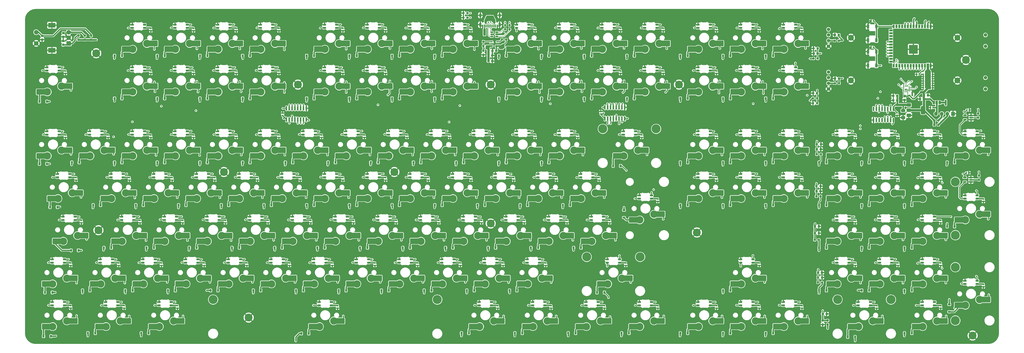
<source format=gbr>
%TF.GenerationSoftware,KiCad,Pcbnew,8.0.8*%
%TF.CreationDate,2025-04-23T12:27:23+02:00*%
%TF.ProjectId,Clavier,436c6176-6965-4722-9e6b-696361645f70,0.0*%
%TF.SameCoordinates,Original*%
%TF.FileFunction,Copper,L4,Bot*%
%TF.FilePolarity,Positive*%
%FSLAX46Y46*%
G04 Gerber Fmt 4.6, Leading zero omitted, Abs format (unit mm)*
G04 Created by KiCad (PCBNEW 8.0.8) date 2025-04-23 12:27:23*
%MOMM*%
%LPD*%
G01*
G04 APERTURE LIST*
G04 Aperture macros list*
%AMRoundRect*
0 Rectangle with rounded corners*
0 $1 Rounding radius*
0 $2 $3 $4 $5 $6 $7 $8 $9 X,Y pos of 4 corners*
0 Add a 4 corners polygon primitive as box body*
4,1,4,$2,$3,$4,$5,$6,$7,$8,$9,$2,$3,0*
0 Add four circle primitives for the rounded corners*
1,1,$1+$1,$2,$3*
1,1,$1+$1,$4,$5*
1,1,$1+$1,$6,$7*
1,1,$1+$1,$8,$9*
0 Add four rect primitives between the rounded corners*
20,1,$1+$1,$2,$3,$4,$5,0*
20,1,$1+$1,$4,$5,$6,$7,0*
20,1,$1+$1,$6,$7,$8,$9,0*
20,1,$1+$1,$8,$9,$2,$3,0*%
%AMFreePoly0*
4,1,18,-0.410000,0.593000,-0.403758,0.624380,-0.385983,0.650983,-0.359380,0.668758,-0.328000,0.675000,0.328000,0.675000,0.359380,0.668758,0.385983,0.650983,0.403758,0.624380,0.410000,0.593000,0.410000,-0.593000,0.403758,-0.624380,0.385983,-0.650983,0.359380,-0.668758,0.328000,-0.675000,0.000000,-0.675000,-0.410000,-0.265000,-0.410000,0.593000,-0.410000,0.593000,$1*%
G04 Aperture macros list end*
%TA.AperFunction,Conductor*%
%ADD10C,0.200000*%
%TD*%
%TA.AperFunction,ComponentPad*%
%ADD11C,4.000000*%
%TD*%
%TA.AperFunction,ComponentPad*%
%ADD12R,2.000000X2.000000*%
%TD*%
%TA.AperFunction,ComponentPad*%
%ADD13C,2.000000*%
%TD*%
%TA.AperFunction,ComponentPad*%
%ADD14R,3.200000X2.000000*%
%TD*%
%TA.AperFunction,ComponentPad*%
%ADD15C,1.524000*%
%TD*%
%TA.AperFunction,ComponentPad*%
%ADD16C,2.600000*%
%TD*%
%TA.AperFunction,SMDPad,CuDef*%
%ADD17RoundRect,0.237500X-0.250000X-0.237500X0.250000X-0.237500X0.250000X0.237500X-0.250000X0.237500X0*%
%TD*%
%TA.AperFunction,SMDPad,CuDef*%
%ADD18RoundRect,0.082000X-0.593000X0.328000X-0.593000X-0.328000X0.593000X-0.328000X0.593000X0.328000X0*%
%TD*%
%TA.AperFunction,SMDPad,CuDef*%
%ADD19FreePoly0,270.000000*%
%TD*%
%TA.AperFunction,ComponentPad*%
%ADD20C,3.300000*%
%TD*%
%TA.AperFunction,SMDPad,CuDef*%
%ADD21R,1.650000X2.500000*%
%TD*%
%TA.AperFunction,SMDPad,CuDef*%
%ADD22RoundRect,0.250000X-1.025000X-1.000000X1.025000X-1.000000X1.025000X1.000000X-1.025000X1.000000X0*%
%TD*%
%TA.AperFunction,SMDPad,CuDef*%
%ADD23RoundRect,0.155000X0.155000X-0.212500X0.155000X0.212500X-0.155000X0.212500X-0.155000X-0.212500X0*%
%TD*%
%TA.AperFunction,SMDPad,CuDef*%
%ADD24RoundRect,0.237500X0.300000X0.237500X-0.300000X0.237500X-0.300000X-0.237500X0.300000X-0.237500X0*%
%TD*%
%TA.AperFunction,SMDPad,CuDef*%
%ADD25RoundRect,0.155000X-0.155000X0.212500X-0.155000X-0.212500X0.155000X-0.212500X0.155000X0.212500X0*%
%TD*%
%TA.AperFunction,SMDPad,CuDef*%
%ADD26RoundRect,0.225000X-0.225000X-0.375000X0.225000X-0.375000X0.225000X0.375000X-0.225000X0.375000X0*%
%TD*%
%TA.AperFunction,SMDPad,CuDef*%
%ADD27RoundRect,0.225000X-0.375000X0.225000X-0.375000X-0.225000X0.375000X-0.225000X0.375000X0.225000X0*%
%TD*%
%TA.AperFunction,SMDPad,CuDef*%
%ADD28RoundRect,0.375000X-0.625000X-0.375000X0.625000X-0.375000X0.625000X0.375000X-0.625000X0.375000X0*%
%TD*%
%TA.AperFunction,SMDPad,CuDef*%
%ADD29RoundRect,0.500000X-0.500000X-1.400000X0.500000X-1.400000X0.500000X1.400000X-0.500000X1.400000X0*%
%TD*%
%TA.AperFunction,SMDPad,CuDef*%
%ADD30RoundRect,0.237500X-0.300000X-0.237500X0.300000X-0.237500X0.300000X0.237500X-0.300000X0.237500X0*%
%TD*%
%TA.AperFunction,SMDPad,CuDef*%
%ADD31RoundRect,0.150000X-0.512500X-0.150000X0.512500X-0.150000X0.512500X0.150000X-0.512500X0.150000X0*%
%TD*%
%TA.AperFunction,SMDPad,CuDef*%
%ADD32RoundRect,0.237500X0.250000X0.237500X-0.250000X0.237500X-0.250000X-0.237500X0.250000X-0.237500X0*%
%TD*%
%TA.AperFunction,SMDPad,CuDef*%
%ADD33RoundRect,0.225000X0.225000X0.375000X-0.225000X0.375000X-0.225000X-0.375000X0.225000X-0.375000X0*%
%TD*%
%TA.AperFunction,ComponentPad*%
%ADD34C,3.500000*%
%TD*%
%TA.AperFunction,SMDPad,CuDef*%
%ADD35RoundRect,0.237500X-0.237500X0.250000X-0.237500X-0.250000X0.237500X-0.250000X0.237500X0.250000X0*%
%TD*%
%TA.AperFunction,ComponentPad*%
%ADD36R,1.700000X1.700000*%
%TD*%
%TA.AperFunction,ComponentPad*%
%ADD37O,1.700000X1.700000*%
%TD*%
%TA.AperFunction,SMDPad,CuDef*%
%ADD38RoundRect,0.087500X-0.187500X-0.087500X0.187500X-0.087500X0.187500X0.087500X-0.187500X0.087500X0*%
%TD*%
%TA.AperFunction,SMDPad,CuDef*%
%ADD39RoundRect,0.087500X-0.087500X-0.187500X0.087500X-0.187500X0.087500X0.187500X-0.087500X0.187500X0*%
%TD*%
%TA.AperFunction,SMDPad,CuDef*%
%ADD40RoundRect,0.150000X-0.150000X0.850000X-0.150000X-0.850000X0.150000X-0.850000X0.150000X0.850000X0*%
%TD*%
%TA.AperFunction,SMDPad,CuDef*%
%ADD41RoundRect,0.162500X0.617500X0.162500X-0.617500X0.162500X-0.617500X-0.162500X0.617500X-0.162500X0*%
%TD*%
%TA.AperFunction,SMDPad,CuDef*%
%ADD42R,1.100000X0.600000*%
%TD*%
%TA.AperFunction,SMDPad,CuDef*%
%ADD43RoundRect,0.155000X0.212500X0.155000X-0.212500X0.155000X-0.212500X-0.155000X0.212500X-0.155000X0*%
%TD*%
%TA.AperFunction,SMDPad,CuDef*%
%ADD44RoundRect,0.150000X0.150000X-0.850000X0.150000X0.850000X-0.150000X0.850000X-0.150000X-0.850000X0*%
%TD*%
%TA.AperFunction,SMDPad,CuDef*%
%ADD45RoundRect,0.237500X-0.237500X0.300000X-0.237500X-0.300000X0.237500X-0.300000X0.237500X0.300000X0*%
%TD*%
%TA.AperFunction,SMDPad,CuDef*%
%ADD46R,1.100000X1.800000*%
%TD*%
%TA.AperFunction,SMDPad,CuDef*%
%ADD47RoundRect,0.237500X0.237500X-0.250000X0.237500X0.250000X-0.237500X0.250000X-0.237500X-0.250000X0*%
%TD*%
%TA.AperFunction,SMDPad,CuDef*%
%ADD48R,0.900000X1.500000*%
%TD*%
%TA.AperFunction,SMDPad,CuDef*%
%ADD49R,1.500000X0.900000*%
%TD*%
%TA.AperFunction,HeatsinkPad*%
%ADD50C,0.600000*%
%TD*%
%TA.AperFunction,SMDPad,CuDef*%
%ADD51R,3.900000X3.900000*%
%TD*%
%TA.AperFunction,SMDPad,CuDef*%
%ADD52R,1.000000X1.500000*%
%TD*%
%TA.AperFunction,SMDPad,CuDef*%
%ADD53RoundRect,0.155000X-0.212500X-0.155000X0.212500X-0.155000X0.212500X0.155000X-0.212500X0.155000X0*%
%TD*%
%TA.AperFunction,SMDPad,CuDef*%
%ADD54RoundRect,0.237500X0.237500X-0.300000X0.237500X0.300000X-0.237500X0.300000X-0.237500X-0.300000X0*%
%TD*%
%TA.AperFunction,SMDPad,CuDef*%
%ADD55R,0.600000X1.240000*%
%TD*%
%TA.AperFunction,SMDPad,CuDef*%
%ADD56R,0.300000X1.240000*%
%TD*%
%TA.AperFunction,ComponentPad*%
%ADD57O,1.000000X1.800000*%
%TD*%
%TA.AperFunction,ComponentPad*%
%ADD58O,1.000000X2.100000*%
%TD*%
%TA.AperFunction,SMDPad,CuDef*%
%ADD59RoundRect,0.160000X0.197500X0.160000X-0.197500X0.160000X-0.197500X-0.160000X0.197500X-0.160000X0*%
%TD*%
%TA.AperFunction,SMDPad,CuDef*%
%ADD60RoundRect,0.250000X-0.650000X0.412500X-0.650000X-0.412500X0.650000X-0.412500X0.650000X0.412500X0*%
%TD*%
%TA.AperFunction,ViaPad*%
%ADD61C,0.600000*%
%TD*%
%TA.AperFunction,Conductor*%
%ADD62C,0.600000*%
%TD*%
%TA.AperFunction,Conductor*%
%ADD63C,0.400000*%
%TD*%
%TA.AperFunction,Conductor*%
%ADD64C,1.000000*%
%TD*%
%TA.AperFunction,Conductor*%
%ADD65C,0.800000*%
%TD*%
%TA.AperFunction,Conductor*%
%ADD66C,0.500000*%
%TD*%
%TA.AperFunction,Conductor*%
%ADD67C,0.280000*%
%TD*%
G04 APERTURE END LIST*
D10*
%TO.N,Net-(U11-VIN)*%
X300507335Y-124330873D02*
X300507335Y-124830873D01*
X300057335Y-125280873D01*
X296557335Y-125280873D01*
X296457335Y-125180873D01*
X296457335Y-124780873D01*
X296557335Y-124680873D01*
X299057335Y-124680873D01*
X299607335Y-124130873D01*
X300307335Y-124130873D01*
X300507335Y-124330873D01*
%TA.AperFunction,Conductor*%
G36*
X300507335Y-124330873D02*
G01*
X300507335Y-124830873D01*
X300057335Y-125280873D01*
X296557335Y-125280873D01*
X296457335Y-125180873D01*
X296457335Y-124780873D01*
X296557335Y-124680873D01*
X299057335Y-124680873D01*
X299607335Y-124130873D01*
X300307335Y-124130873D01*
X300507335Y-124330873D01*
G37*
%TD.AperFunction*%
X300584987Y-119081888D02*
X300584987Y-119581888D01*
X300134987Y-120031888D01*
X296634987Y-120031888D01*
X296534987Y-119931888D01*
X296534987Y-119531888D01*
X296634987Y-119431888D01*
X299134987Y-119431888D01*
X299684987Y-118881888D01*
X300384987Y-118881888D01*
X300584987Y-119081888D01*
%TA.AperFunction,Conductor*%
G36*
X300584987Y-119081888D02*
G01*
X300584987Y-119581888D01*
X300134987Y-120031888D01*
X296634987Y-120031888D01*
X296534987Y-119931888D01*
X296534987Y-119531888D01*
X296634987Y-119431888D01*
X299134987Y-119431888D01*
X299684987Y-118881888D01*
X300384987Y-118881888D01*
X300584987Y-119081888D01*
G37*
%TD.AperFunction*%
%TO.N,+3.3V*%
X489965000Y-135430000D02*
X490715000Y-136180000D01*
X490715000Y-144080000D01*
X490708334Y-144089999D01*
X488874999Y-144089999D01*
X488215000Y-143430000D01*
X488215000Y-136280000D01*
X488965000Y-135530000D01*
X488965000Y-132830000D01*
X489965000Y-132830000D01*
X489965000Y-135430000D01*
%TA.AperFunction,Conductor*%
G36*
X489965000Y-135430000D02*
G01*
X490715000Y-136180000D01*
X490715000Y-144080000D01*
X490708334Y-144089999D01*
X488874999Y-144089999D01*
X488215000Y-143430000D01*
X488215000Y-136280000D01*
X488965000Y-135530000D01*
X488965000Y-132830000D01*
X489965000Y-132830000D01*
X489965000Y-135430000D01*
G37*
%TD.AperFunction*%
%TO.N,+5V*%
X295316730Y-124766288D02*
X295316730Y-125166288D01*
X295216730Y-125266288D01*
X294241296Y-125266288D01*
X293793375Y-125711323D01*
X293798014Y-126137358D01*
X293623014Y-126348165D01*
X292494382Y-126348165D01*
X292266730Y-126155448D01*
X292266730Y-124916288D01*
X292516730Y-124666288D01*
X295216730Y-124666288D01*
X295316730Y-124766288D01*
%TA.AperFunction,Conductor*%
G36*
X295316730Y-124766288D02*
G01*
X295316730Y-125166288D01*
X295216730Y-125266288D01*
X294241296Y-125266288D01*
X293793375Y-125711323D01*
X293798014Y-126137358D01*
X293623014Y-126348165D01*
X292494382Y-126348165D01*
X292266730Y-126155448D01*
X292266730Y-124916288D01*
X292516730Y-124666288D01*
X295216730Y-124666288D01*
X295316730Y-124766288D01*
G37*
%TD.AperFunction*%
%TD*%
D11*
%TO.P,S1,*%
%TO.N,*%
X344408750Y-161925000D03*
X368221250Y-161925000D03*
%TD*%
%TO.P,S7,*%
%TO.N,*%
X449183750Y-238125000D03*
X472996250Y-238125000D03*
%TD*%
D12*
%TO.P,SW3,A,A*%
%TO.N,RE_A*%
X106140000Y-123785000D03*
D13*
%TO.P,SW3,B,B*%
%TO.N,RE_B*%
X106140000Y-118785000D03*
%TO.P,SW3,C,C*%
%TO.N,GND*%
X106140000Y-121285000D03*
D14*
%TO.P,SW3,MP,MP*%
X98640000Y-126885000D03*
X98640000Y-115685000D03*
D13*
%TO.P,SW3,S1,S1*%
%TO.N,RE_S*%
X91640000Y-118785000D03*
%TO.P,SW3,S2,S2*%
%TO.N,GND*%
X91640000Y-123785000D03*
%TD*%
D11*
%TO.P,S5,*%
%TO.N,*%
X501730000Y-247491250D03*
X501730000Y-223678750D03*
%TD*%
%TO.P,S6,*%
%TO.N,*%
X170577500Y-238125000D03*
X270590000Y-238125000D03*
%TD*%
%TO.P,S3,*%
%TO.N,*%
X501730000Y-209391250D03*
X501730000Y-185578750D03*
%TD*%
%TO.P,S4,*%
%TO.N,*%
X337265000Y-219075000D03*
X361077500Y-219075000D03*
%TD*%
D15*
%TO.P,RV2,1,1*%
%TO.N,unconnected-(RV2-Pad1)*%
X445140000Y-139085000D03*
%TO.P,RV2,2,2*%
%TO.N,unconnected-(RV2-Pad2)*%
X445140000Y-136585000D03*
%TO.P,RV2,3,3*%
%TO.N,unconnected-(RV2-Pad3)*%
X515140000Y-139085000D03*
%TO.P,RV2,4,4*%
%TO.N,GND*%
X445140000Y-144085000D03*
%TO.P,RV2,5,5*%
%TO.N,Net-(R27-Pad1)*%
X445140000Y-141585000D03*
%TO.P,RV2,6,6*%
%TO.N,+3.3V*%
X515140000Y-144085000D03*
D16*
%TO.P,RV2,MP,MountPin*%
%TO.N,GND*%
X455140000Y-140335000D03*
X502640000Y-140335000D03*
%TD*%
D15*
%TO.P,RV1,1,1*%
%TO.N,unconnected-(RV1-Pad1)*%
X445140000Y-120035000D03*
%TO.P,RV1,2,2*%
%TO.N,unconnected-(RV1-Pad2)*%
X445140000Y-117535000D03*
%TO.P,RV1,3,3*%
%TO.N,unconnected-(RV1-Pad3)*%
X515140000Y-120035000D03*
%TO.P,RV1,4,4*%
%TO.N,GND*%
X445140000Y-125035000D03*
%TO.P,RV1,5,5*%
%TO.N,Net-(R4-Pad2)*%
X445140000Y-122535000D03*
%TO.P,RV1,6,6*%
%TO.N,+3.3V*%
X515140000Y-125035000D03*
D16*
%TO.P,RV1,MP,MountPin*%
%TO.N,GND*%
X455140000Y-121285000D03*
X502640000Y-121285000D03*
%TD*%
D17*
%TO.P,R3,1*%
%TO.N,GND*%
X282227500Y-110265000D03*
%TO.P,R3,2*%
%TO.N,Net-(J1-CC2)*%
X284052500Y-110265000D03*
%TD*%
D18*
%TO.P,LED31,1,VDD*%
%TO.N,+5V*%
X430477500Y-135935000D03*
%TO.P,LED31,2,DOUT*%
%TO.N,Net-(LED15-DIN)*%
X430477500Y-134435000D03*
%TO.P,LED31,3,DIN*%
%TO.N,Net-(LED30-DOUT)*%
X425027500Y-135935000D03*
D19*
%TO.P,LED31,4,VSS*%
%TO.N,GND*%
X425027500Y-134435000D03*
%TD*%
D20*
%TO.P,MX42,1,1*%
%TO.N,Column 11*%
X293450000Y-171450000D03*
D21*
X295275000Y-171450000D03*
D22*
X297000000Y-171450000D03*
%TO.P,MX42,2,2*%
%TO.N,Net-(D42-A)*%
X283550000Y-173990000D03*
D21*
X285300000Y-173990000D03*
D20*
X287100000Y-173990000D03*
%TD*%
D17*
%TO.P,R2,1*%
%TO.N,GND*%
X282227500Y-112265000D03*
%TO.P,R2,2*%
%TO.N,Net-(J1-CC1)*%
X284052500Y-112265000D03*
%TD*%
D20*
%TO.P,MX60,1,1*%
%TO.N,Column 8*%
X245825000Y-190500000D03*
D21*
X247650000Y-190500000D03*
D22*
X249375000Y-190500000D03*
%TO.P,MX60,2,2*%
%TO.N,Net-(D60-A)*%
X235925000Y-193040000D03*
D21*
X237675000Y-193040000D03*
D20*
X239475000Y-193040000D03*
%TD*%
D18*
%TO.P,LED46,1,VDD*%
%TO.N,+5V*%
X392377500Y-164510000D03*
%TO.P,LED46,2,DOUT*%
%TO.N,Net-(LED45-DIN)*%
X392377500Y-163010000D03*
%TO.P,LED46,3,DIN*%
%TO.N,Net-(LED46-DIN)*%
X386927500Y-164510000D03*
D19*
%TO.P,LED46,4,VSS*%
%TO.N,GND*%
X386927500Y-163010000D03*
%TD*%
D20*
%TO.P,MX53,1,1*%
%TO.N,Column 1*%
X107712500Y-190500000D03*
D21*
X109537500Y-190500000D03*
D22*
X111262500Y-190500000D03*
%TO.P,MX53,2,2*%
%TO.N,Net-(D53-A)*%
X97812500Y-193040000D03*
D21*
X99562500Y-193040000D03*
D20*
X101362500Y-193040000D03*
%TD*%
D23*
%TO.P,C17,1*%
%TO.N,GND*%
X142765000Y-137182500D03*
%TO.P,C17,2*%
%TO.N,+5V*%
X142765000Y-136047500D03*
%TD*%
%TO.P,C74,1*%
%TO.N,GND*%
X111808750Y-203857500D03*
%TO.P,C74,2*%
%TO.N,+5V*%
X111808750Y-202722500D03*
%TD*%
D20*
%TO.P,MX84,1,1*%
%TO.N,Column 11*%
X307737500Y-209550000D03*
D21*
X309562500Y-209550000D03*
D22*
X311287500Y-209550000D03*
%TO.P,MX84,2,2*%
%TO.N,Net-(D84-A)*%
X297837500Y-212090000D03*
D21*
X299587500Y-212090000D03*
D20*
X301387500Y-212090000D03*
%TD*%
D24*
%TO.P,C148,1*%
%TO.N,POT 1*%
X449702500Y-119965000D03*
%TO.P,C148,2*%
%TO.N,GND*%
X447977500Y-119965000D03*
%TD*%
%TO.P,C156,1*%
%TO.N,+3.3V*%
X487677666Y-148577270D03*
%TO.P,C156,2*%
%TO.N,GND*%
X485952666Y-148577270D03*
%TD*%
D20*
%TO.P,MX30,1,1*%
%TO.N,Column 16*%
X412512500Y-142875000D03*
D21*
X414337500Y-142875000D03*
D22*
X416062500Y-142875000D03*
%TO.P,MX30,2,2*%
%TO.N,Net-(D30-A)*%
X402612500Y-145415000D03*
D21*
X404362500Y-145415000D03*
D20*
X406162500Y-145415000D03*
%TD*%
%TO.P,MX74,1,1*%
%TO.N,Column 1*%
X110093750Y-209550000D03*
D21*
X111918750Y-209550000D03*
D22*
X113643750Y-209550000D03*
%TO.P,MX74,2,2*%
%TO.N,Net-(D74-A)*%
X100193750Y-212090000D03*
D21*
X101943750Y-212090000D03*
D20*
X103743750Y-212090000D03*
%TD*%
%TO.P,MX63,1,1*%
%TO.N,Column 11*%
X302975000Y-190500000D03*
D21*
X304800000Y-190500000D03*
D22*
X306525000Y-190500000D03*
%TO.P,MX63,2,2*%
%TO.N,Net-(D63-A)*%
X293075000Y-193040000D03*
D21*
X294825000Y-193040000D03*
D20*
X296625000Y-193040000D03*
%TD*%
%TO.P,MX15,1,1*%
%TO.N,Column 17*%
X431562500Y-123825000D03*
D21*
X433387500Y-123825000D03*
D22*
X435112500Y-123825000D03*
%TO.P,MX15,2,2*%
%TO.N,Net-(D15-A)*%
X421662500Y-126365000D03*
D21*
X423412500Y-126365000D03*
D20*
X425212500Y-126365000D03*
%TD*%
D23*
%TO.P,C111,1*%
%TO.N,GND*%
X226108750Y-241957500D03*
%TO.P,C111,2*%
%TO.N,+5V*%
X226108750Y-240822500D03*
%TD*%
D18*
%TO.P,LED10,1,VDD*%
%TO.N,+5V*%
X330465000Y-116885000D03*
%TO.P,LED10,2,DOUT*%
%TO.N,Net-(LED10-DOUT)*%
X330465000Y-115385000D03*
%TO.P,LED10,3,DIN*%
%TO.N,Net-(LED10-DIN)*%
X325015000Y-116885000D03*
D19*
%TO.P,LED10,4,VSS*%
%TO.N,GND*%
X325015000Y-115385000D03*
%TD*%
D20*
%TO.P,MX54,1,1*%
%TO.N,Column 2*%
X131525000Y-190500000D03*
D21*
X133350000Y-190500000D03*
D22*
X135075000Y-190500000D03*
%TO.P,MX54,2,2*%
%TO.N,Net-(D54-A)*%
X121625000Y-193040000D03*
D21*
X123375000Y-193040000D03*
D20*
X125175000Y-193040000D03*
%TD*%
D25*
%TO.P,C136,1*%
%TO.N,GND*%
X343540000Y-154197500D03*
%TO.P,C136,2*%
%TO.N,+5V*%
X343540000Y-155332500D03*
%TD*%
D20*
%TO.P,MX23,1,1*%
%TO.N,Column 9*%
X264875000Y-142875000D03*
D21*
X266700000Y-142875000D03*
D22*
X268425000Y-142875000D03*
%TO.P,MX23,2,2*%
%TO.N,Net-(D23-A)*%
X254975000Y-145415000D03*
D21*
X256725000Y-145415000D03*
D20*
X258525000Y-145415000D03*
%TD*%
%TO.P,MX22,1,1*%
%TO.N,Column 8*%
X245825000Y-142875000D03*
D21*
X247650000Y-142875000D03*
D22*
X249375000Y-142875000D03*
%TO.P,MX22,2,2*%
%TO.N,Net-(D22-A)*%
X235925000Y-145415000D03*
D21*
X237675000Y-145415000D03*
D20*
X239475000Y-145415000D03*
%TD*%
D26*
%TO.P,D12,1,K*%
%TO.N,Net-(D1-K)*%
X355190000Y-129285000D03*
%TO.P,D12,2,A*%
%TO.N,Net-(D12-A)*%
X358490000Y-129285000D03*
%TD*%
D27*
%TO.P,D66,1,K*%
%TO.N,Net-(D53-K)*%
X353876176Y-198235000D03*
%TO.P,D66,2,A*%
%TO.N,Net-(D66-A)*%
X353876176Y-201535000D03*
%TD*%
D23*
%TO.P,C70,1*%
%TO.N,GND*%
X457090000Y-184807500D03*
%TO.P,C70,2*%
%TO.N,+5V*%
X457090000Y-183672500D03*
%TD*%
D18*
%TO.P,LED77,1,VDD*%
%TO.N,+5V*%
X173302500Y-202610000D03*
%TO.P,LED77,2,DOUT*%
%TO.N,Net-(LED77-DOUT)*%
X173302500Y-201110000D03*
%TO.P,LED77,3,DIN*%
%TO.N,Net-(LED76-DOUT)*%
X167852500Y-202610000D03*
D19*
%TO.P,LED77,4,VSS*%
%TO.N,GND*%
X167852500Y-201110000D03*
%TD*%
D26*
%TO.P,D56,1,K*%
%TO.N,Net-(D53-K)*%
X155165000Y-195960000D03*
%TO.P,D56,2,A*%
%TO.N,Net-(D56-A)*%
X158465000Y-195960000D03*
%TD*%
D28*
%TO.P,U2,1,GND*%
%TO.N,GND*%
X480990000Y-155865000D03*
%TO.P,U2,2,VO*%
%TO.N,+3.3V*%
X480990000Y-153565000D03*
D29*
X487290000Y-153565000D03*
D28*
%TO.P,U2,3,VI*%
%TO.N,+5V*%
X480990000Y-151265000D03*
%TD*%
D24*
%TO.P,C154,1*%
%TO.N,+5V*%
X475777666Y-149177270D03*
%TO.P,C154,2*%
%TO.N,GND*%
X474052666Y-149177270D03*
%TD*%
D18*
%TO.P,LED24,1,VDD*%
%TO.N,+5V*%
X282840000Y-135935000D03*
%TO.P,LED24,2,DOUT*%
%TO.N,Net-(LED24-DOUT)*%
X282840000Y-134435000D03*
%TO.P,LED24,3,DIN*%
%TO.N,Net-(LED23-DOUT)*%
X277390000Y-135935000D03*
D19*
%TO.P,LED24,4,VSS*%
%TO.N,GND*%
X277390000Y-134435000D03*
%TD*%
D23*
%TO.P,C14,1*%
%TO.N,GND*%
X414227500Y-118132500D03*
%TO.P,C14,2*%
%TO.N,+5V*%
X414227500Y-116997500D03*
%TD*%
%TO.P,C1,1*%
%TO.N,GND*%
X142765000Y-118132500D03*
%TO.P,C1,2*%
%TO.N,+5V*%
X142765000Y-116997500D03*
%TD*%
D17*
%TO.P,R10,1*%
%TO.N,Row 3*%
X439915000Y-168765000D03*
%TO.P,R10,2*%
%TO.N,GND*%
X441740000Y-168765000D03*
%TD*%
D20*
%TO.P,MX45,1,1*%
%TO.N,Column 14*%
X360125000Y-171450000D03*
D21*
X361950000Y-171450000D03*
D22*
X363675000Y-171450000D03*
%TO.P,MX45,2,2*%
%TO.N,Net-(D45-A)*%
X350225000Y-173990000D03*
D21*
X351975000Y-173990000D03*
D20*
X353775000Y-173990000D03*
%TD*%
D23*
%TO.P,C112,1*%
%TO.N,GND*%
X297546250Y-241957500D03*
%TO.P,C112,2*%
%TO.N,+5V*%
X297546250Y-240822500D03*
%TD*%
D30*
%TO.P,C146,1*%
%TO.N,Row 6*%
X440477500Y-226065000D03*
%TO.P,C146,2*%
%TO.N,GND*%
X442202500Y-226065000D03*
%TD*%
D26*
%TO.P,D95,1,K*%
%TO.N,Net-(D100-K)*%
X188502500Y-234060000D03*
%TO.P,D95,2,A*%
%TO.N,Net-(D95-A)*%
X191802500Y-234060000D03*
%TD*%
D31*
%TO.P,U6,1,I/O1*%
%TO.N,Net-(J1-D--PadA7)*%
X294902500Y-120677500D03*
%TO.P,U6,2,GND*%
%TO.N,GND*%
X294902500Y-119727500D03*
%TO.P,U6,3,I/O2*%
%TO.N,Net-(J1-D+-PadA6)*%
X294902500Y-118777500D03*
%TO.P,U6,4,I/O2*%
%TO.N,Net-(R20-Pad2)*%
X297177500Y-118777500D03*
%TO.P,U6,5,VBUS*%
%TO.N,Net-(U11-VIN)*%
X297177500Y-119727500D03*
%TO.P,U6,6,I/O1*%
%TO.N,Net-(R21-Pad2)*%
X297177500Y-120677500D03*
%TD*%
D23*
%TO.P,C103,1*%
%TO.N,GND*%
X414227500Y-222907500D03*
%TO.P,C103,2*%
%TO.N,+5V*%
X414227500Y-221772500D03*
%TD*%
%TO.P,C78,1*%
%TO.N,GND*%
X195152500Y-203857500D03*
%TO.P,C78,2*%
%TO.N,+5V*%
X195152500Y-202722500D03*
%TD*%
D26*
%TO.P,D80,1,K*%
%TO.N,Net-(D74-K)*%
X217077500Y-215010000D03*
%TO.P,D80,2,A*%
%TO.N,Net-(D80-A)*%
X220377500Y-215010000D03*
%TD*%
%TO.P,D117,1,K*%
%TO.N,Net-(D108-K)*%
X398052500Y-253110000D03*
%TO.P,D117,2,A*%
%TO.N,Net-(D117-A)*%
X401352500Y-253110000D03*
%TD*%
D20*
%TO.P,MX86,1,1*%
%TO.N,Column 13*%
X345837500Y-209550000D03*
D21*
X347662500Y-209550000D03*
D22*
X349387500Y-209550000D03*
%TO.P,MX86,2,2*%
%TO.N,Net-(D86-A)*%
X335937500Y-212090000D03*
D21*
X337687500Y-212090000D03*
D20*
X339487500Y-212090000D03*
%TD*%
D26*
%TO.P,D93,1,K*%
%TO.N,Net-(D100-K)*%
X150402500Y-234060000D03*
%TO.P,D93,2,A*%
%TO.N,Net-(D93-A)*%
X153702500Y-234060000D03*
%TD*%
D20*
%TO.P,MX28,1,1*%
%TO.N,Column 14*%
X369650000Y-142875000D03*
D21*
X371475000Y-142875000D03*
D22*
X373200000Y-142875000D03*
%TO.P,MX28,2,2*%
%TO.N,Net-(D28-A)*%
X359750000Y-145415000D03*
D21*
X361500000Y-145415000D03*
D20*
X363300000Y-145415000D03*
%TD*%
D26*
%TO.P,D99,1,K*%
%TO.N,Net-(D100-K)*%
X264702500Y-234060000D03*
%TO.P,D99,2,A*%
%TO.N,Net-(D99-A)*%
X268002500Y-234060000D03*
%TD*%
D23*
%TO.P,C38,1*%
%TO.N,GND*%
X218965000Y-165757500D03*
%TO.P,C38,2*%
%TO.N,+5V*%
X218965000Y-164622500D03*
%TD*%
D18*
%TO.P,LED47,1,VDD*%
%TO.N,+5V*%
X411427500Y-164510000D03*
%TO.P,LED47,2,DOUT*%
%TO.N,Net-(LED46-DIN)*%
X411427500Y-163010000D03*
%TO.P,LED47,3,DIN*%
%TO.N,Net-(LED47-DIN)*%
X405977500Y-164510000D03*
D19*
%TO.P,LED47,4,VSS*%
%TO.N,GND*%
X405977500Y-163010000D03*
%TD*%
D23*
%TO.P,C11,1*%
%TO.N,GND*%
X352315000Y-118132500D03*
%TO.P,C11,2*%
%TO.N,+5V*%
X352315000Y-116997500D03*
%TD*%
D20*
%TO.P,MX114,1,1*%
%TO.N,Column 13*%
X343456250Y-247650000D03*
D21*
X345281250Y-247650000D03*
D22*
X347006250Y-247650000D03*
%TO.P,MX114,2,2*%
%TO.N,Net-(D114-A)*%
X333556250Y-250190000D03*
D21*
X335306250Y-250190000D03*
D20*
X337106250Y-250190000D03*
%TD*%
D30*
%TO.P,C143,1*%
%TO.N,Row 3*%
X439915000Y-171015000D03*
%TO.P,C143,2*%
%TO.N,GND*%
X441640000Y-171015000D03*
%TD*%
D18*
%TO.P,LED89,1,VDD*%
%TO.N,+5V*%
X492390000Y-202610000D03*
%TO.P,LED89,2,DOUT*%
%TO.N,Net-(LED107-DIN)*%
X492390000Y-201110000D03*
%TO.P,LED89,3,DIN*%
%TO.N,Net-(LED88-DOUT)*%
X486940000Y-202610000D03*
D19*
%TO.P,LED89,4,VSS*%
%TO.N,GND*%
X486940000Y-201110000D03*
%TD*%
D20*
%TO.P,MX68,1,1*%
%TO.N,Column 16*%
X412512500Y-190500000D03*
D21*
X414337500Y-190500000D03*
D22*
X416062500Y-190500000D03*
%TO.P,MX68,2,2*%
%TO.N,Net-(D68-A)*%
X402612500Y-193040000D03*
D21*
X404362500Y-193040000D03*
D20*
X406162500Y-193040000D03*
%TD*%
D18*
%TO.P,LED49,1,VDD*%
%TO.N,+5V*%
X454290000Y-164510000D03*
%TO.P,LED49,2,DOUT*%
%TO.N,Net-(LED48-DIN)*%
X454290000Y-163010000D03*
%TO.P,LED49,3,DIN*%
%TO.N,Net-(LED49-DIN)*%
X448840000Y-164510000D03*
D19*
%TO.P,LED49,4,VSS*%
%TO.N,GND*%
X448840000Y-163010000D03*
%TD*%
D23*
%TO.P,C56,1*%
%TO.N,GND*%
X171340000Y-184807500D03*
%TO.P,C56,2*%
%TO.N,+5V*%
X171340000Y-183672500D03*
%TD*%
D18*
%TO.P,LED4,1,VDD*%
%TO.N,+5V*%
X197115000Y-116885000D03*
%TO.P,LED4,2,DOUT*%
%TO.N,Net-(LED3-DIN)*%
X197115000Y-115385000D03*
%TO.P,LED4,3,DIN*%
%TO.N,Net-(LED4-DIN)*%
X191665000Y-116885000D03*
D19*
%TO.P,LED4,4,VSS*%
%TO.N,GND*%
X191665000Y-115385000D03*
%TD*%
D26*
%TO.P,D65,1,K*%
%TO.N,Net-(D53-K)*%
X326615000Y-195960000D03*
%TO.P,D65,2,A*%
%TO.N,Net-(D65-A)*%
X329915000Y-195960000D03*
%TD*%
D18*
%TO.P,LED83,1,VDD*%
%TO.N,+5V*%
X287602500Y-202610000D03*
%TO.P,LED83,2,DOUT*%
%TO.N,Net-(LED83-DOUT)*%
X287602500Y-201110000D03*
%TO.P,LED83,3,DIN*%
%TO.N,Net-(LED82-DOUT)*%
X282152500Y-202610000D03*
D19*
%TO.P,LED83,4,VSS*%
%TO.N,GND*%
X282152500Y-201110000D03*
%TD*%
D23*
%TO.P,C53,1*%
%TO.N,GND*%
X109427500Y-184807500D03*
%TO.P,C53,2*%
%TO.N,+5V*%
X109427500Y-183672500D03*
%TD*%
D26*
%TO.P,D58,1,K*%
%TO.N,Net-(D53-K)*%
X193265000Y-195960000D03*
%TO.P,D58,2,A*%
%TO.N,Net-(D58-A)*%
X196565000Y-195960000D03*
%TD*%
%TO.P,D50,1,K*%
%TO.N,Net-(D32-K)*%
X459965000Y-176910000D03*
%TO.P,D50,2,A*%
%TO.N,Net-(D50-A)*%
X463265000Y-176910000D03*
%TD*%
D23*
%TO.P,C92,1*%
%TO.N,GND*%
X147527500Y-222907500D03*
%TO.P,C92,2*%
%TO.N,+5V*%
X147527500Y-221772500D03*
%TD*%
%TO.P,C97,1*%
%TO.N,GND*%
X242777500Y-222907500D03*
%TO.P,C97,2*%
%TO.N,+5V*%
X242777500Y-221772500D03*
%TD*%
%TO.P,C108,1*%
%TO.N,GND*%
X107046250Y-241957500D03*
%TO.P,C108,2*%
%TO.N,+5V*%
X107046250Y-240822500D03*
%TD*%
D26*
%TO.P,D5,1,K*%
%TO.N,Net-(D1-K)*%
X212315000Y-129285000D03*
%TO.P,D5,2,A*%
%TO.N,Net-(D5-A)*%
X215615000Y-129285000D03*
%TD*%
D20*
%TO.P,MX115,1,1*%
%TO.N,Column 14*%
X367268750Y-247650000D03*
D21*
X369093750Y-247650000D03*
D22*
X370818750Y-247650000D03*
%TO.P,MX115,2,2*%
%TO.N,Net-(D115-A)*%
X357368750Y-250190000D03*
D21*
X359118750Y-250190000D03*
D20*
X360918750Y-250190000D03*
%TD*%
D23*
%TO.P,C27,1*%
%TO.N,GND*%
X352315000Y-137182500D03*
%TO.P,C27,2*%
%TO.N,+5V*%
X352315000Y-136047500D03*
%TD*%
%TO.P,C117,1*%
%TO.N,GND*%
X414227500Y-241957500D03*
%TO.P,C117,2*%
%TO.N,+5V*%
X414227500Y-240822500D03*
%TD*%
D18*
%TO.P,LED14,1,VDD*%
%TO.N,+5V*%
X411427500Y-116885000D03*
%TO.P,LED14,2,DOUT*%
%TO.N,Net-(LED13-DIN)*%
X411427500Y-115385000D03*
%TO.P,LED14,3,DIN*%
%TO.N,Net-(LED14-DIN)*%
X405977500Y-116885000D03*
D19*
%TO.P,LED14,4,VSS*%
%TO.N,GND*%
X405977500Y-115385000D03*
%TD*%
D26*
%TO.P,D4,1,K*%
%TO.N,Net-(D1-K)*%
X183740000Y-129285000D03*
%TO.P,D4,2,A*%
%TO.N,Net-(D4-A)*%
X187040000Y-129285000D03*
%TD*%
D32*
%TO.P,R9,1*%
%TO.N,Net-(D32-K)*%
X441740000Y-173265000D03*
%TO.P,R9,2*%
%TO.N,Row 3*%
X439915000Y-173265000D03*
%TD*%
D26*
%TO.P,D92,1,K*%
%TO.N,Net-(D100-K)*%
X131352500Y-234060000D03*
%TO.P,D92,2,A*%
%TO.N,Net-(D92-A)*%
X134652500Y-234060000D03*
%TD*%
D23*
%TO.P,C72,1*%
%TO.N,GND*%
X495190000Y-184807500D03*
%TO.P,C72,2*%
%TO.N,+5V*%
X495190000Y-183672500D03*
%TD*%
%TO.P,C67,1*%
%TO.N,GND*%
X395177500Y-184807500D03*
%TO.P,C67,2*%
%TO.N,+5V*%
X395177500Y-183672500D03*
%TD*%
%TO.P,C19,1*%
%TO.N,GND*%
X180865000Y-137182500D03*
%TO.P,C19,2*%
%TO.N,+5V*%
X180865000Y-136047500D03*
%TD*%
%TO.P,C98,1*%
%TO.N,GND*%
X261827500Y-222907500D03*
%TO.P,C98,2*%
%TO.N,+5V*%
X261827500Y-221772500D03*
%TD*%
D32*
%TO.P,R11,1*%
%TO.N,Net-(D53-K)*%
X441552500Y-192015000D03*
%TO.P,R11,2*%
%TO.N,Row 4*%
X439727500Y-192015000D03*
%TD*%
D33*
%TO.P,D45,1,K*%
%TO.N,Net-(D32-K)*%
X352345000Y-178465000D03*
%TO.P,D45,2,A*%
%TO.N,Net-(D45-A)*%
X349045000Y-178465000D03*
%TD*%
D20*
%TO.P,MX87,1,1*%
%TO.N,Column 18*%
X455375000Y-209550000D03*
D21*
X457200000Y-209550000D03*
D22*
X458925000Y-209550000D03*
%TO.P,MX87,2,2*%
%TO.N,Net-(D87-A)*%
X445475000Y-212090000D03*
D21*
X447225000Y-212090000D03*
D20*
X449025000Y-212090000D03*
%TD*%
D26*
%TO.P,D70,1,K*%
%TO.N,Net-(D53-K)*%
X440915000Y-195960000D03*
%TO.P,D70,2,A*%
%TO.N,Net-(D70-A)*%
X444215000Y-195960000D03*
%TD*%
D33*
%TO.P,D32,1,K*%
%TO.N,Net-(D32-K)*%
X96401176Y-177533000D03*
%TO.P,D32,2,A*%
%TO.N,Net-(D32-A)*%
X93101176Y-177533000D03*
%TD*%
D18*
%TO.P,LED9,1,VDD*%
%TO.N,+5V*%
X311415000Y-116885000D03*
%TO.P,LED9,2,DOUT*%
%TO.N,Net-(LED8-DIN)*%
X311415000Y-115385000D03*
%TO.P,LED9,3,DIN*%
%TO.N,Net-(LED10-DOUT)*%
X305965000Y-116885000D03*
D19*
%TO.P,LED9,4,VSS*%
%TO.N,GND*%
X305965000Y-115385000D03*
%TD*%
D23*
%TO.P,C66,1*%
%TO.N,GND*%
X368983750Y-194332500D03*
%TO.P,C66,2*%
%TO.N,+5V*%
X368983750Y-193197500D03*
%TD*%
%TO.P,C84,1*%
%TO.N,GND*%
X309452500Y-203857500D03*
%TO.P,C84,2*%
%TO.N,+5V*%
X309452500Y-202722500D03*
%TD*%
D18*
%TO.P,LED111,1,VDD*%
%TO.N,+5V*%
X223308750Y-240710000D03*
%TO.P,LED111,2,DOUT*%
%TO.N,Net-(LED111-DOUT)*%
X223308750Y-239210000D03*
%TO.P,LED111,3,DIN*%
%TO.N,Net-(LED110-DOUT)*%
X217858750Y-240710000D03*
D19*
%TO.P,LED111,4,VSS*%
%TO.N,GND*%
X217858750Y-239210000D03*
%TD*%
D20*
%TO.P,MX117,1,1*%
%TO.N,Column 16*%
X412512500Y-247650000D03*
D21*
X414337500Y-247650000D03*
D22*
X416062500Y-247650000D03*
%TO.P,MX117,2,2*%
%TO.N,Net-(D117-A)*%
X402612500Y-250190000D03*
D21*
X404362500Y-250190000D03*
D20*
X406162500Y-250190000D03*
%TD*%
%TO.P,MX20,1,1*%
%TO.N,Column 6*%
X198200000Y-142875000D03*
D21*
X200025000Y-142875000D03*
D22*
X201750000Y-142875000D03*
%TO.P,MX20,2,2*%
%TO.N,Net-(D20-A)*%
X188300000Y-145415000D03*
D21*
X190050000Y-145415000D03*
D20*
X191850000Y-145415000D03*
%TD*%
D18*
%TO.P,LED71,1,VDD*%
%TO.N,+5V*%
X473340000Y-183560000D03*
%TO.P,LED71,2,DOUT*%
%TO.N,Net-(LED70-DIN)*%
X473340000Y-182060000D03*
%TO.P,LED71,3,DIN*%
%TO.N,Net-(LED71-DIN)*%
X467890000Y-183560000D03*
D19*
%TO.P,LED71,4,VSS*%
%TO.N,GND*%
X467890000Y-182060000D03*
%TD*%
D23*
%TO.P,C37,1*%
%TO.N,GND*%
X199915000Y-165757500D03*
%TO.P,C37,2*%
%TO.N,+5V*%
X199915000Y-164622500D03*
%TD*%
D26*
%TO.P,D67,1,K*%
%TO.N,Net-(D53-K)*%
X379002500Y-195960000D03*
%TO.P,D67,2,A*%
%TO.N,Net-(D67-A)*%
X382302500Y-195960000D03*
%TD*%
%TO.P,D22,1,K*%
%TO.N,Net-(D16-K)*%
X231365000Y-148335000D03*
%TO.P,D22,2,A*%
%TO.N,Net-(D22-A)*%
X234665000Y-148335000D03*
%TD*%
D34*
%TO.P,H6,1,1*%
%TO.N,GND*%
X294415166Y-142177270D03*
%TD*%
D20*
%TO.P,MX58,1,1*%
%TO.N,Column 6*%
X207725000Y-190500000D03*
D21*
X209550000Y-190500000D03*
D22*
X211275000Y-190500000D03*
%TO.P,MX58,2,2*%
%TO.N,Net-(D58-A)*%
X197825000Y-193040000D03*
D21*
X199575000Y-193040000D03*
D20*
X201375000Y-193040000D03*
%TD*%
%TO.P,MX101,1,1*%
%TO.N,Column 12*%
X317262500Y-228600000D03*
D21*
X319087500Y-228600000D03*
D22*
X320812500Y-228600000D03*
%TO.P,MX101,2,2*%
%TO.N,Net-(D101-A)*%
X307362500Y-231140000D03*
D21*
X309112500Y-231140000D03*
D20*
X310912500Y-231140000D03*
%TD*%
D23*
%TO.P,C44,1*%
%TO.N,GND*%
X333265000Y-165757500D03*
%TO.P,C44,2*%
%TO.N,+5V*%
X333265000Y-164622500D03*
%TD*%
D26*
%TO.P,D3,1,K*%
%TO.N,Net-(D1-K)*%
X164690000Y-129285000D03*
%TO.P,D3,2,A*%
%TO.N,Net-(D3-A)*%
X167990000Y-129285000D03*
%TD*%
%TO.P,D86,1,K*%
%TO.N,Net-(D74-K)*%
X331377500Y-215010000D03*
%TO.P,D86,2,A*%
%TO.N,Net-(D86-A)*%
X334677500Y-215010000D03*
%TD*%
%TO.P,D71,1,K*%
%TO.N,Net-(D53-K)*%
X459965000Y-195960000D03*
%TO.P,D71,2,A*%
%TO.N,Net-(D71-A)*%
X463265000Y-195960000D03*
%TD*%
D35*
%TO.P,R20,1*%
%TO.N,D+*%
X300840000Y-115652500D03*
%TO.P,R20,2*%
%TO.N,Net-(R20-Pad2)*%
X300840000Y-117477500D03*
%TD*%
D20*
%TO.P,MX64,1,1*%
%TO.N,Column 12*%
X322025000Y-190500000D03*
D21*
X323850000Y-190500000D03*
D22*
X325575000Y-190500000D03*
%TO.P,MX64,2,2*%
%TO.N,Net-(D64-A)*%
X312125000Y-193040000D03*
D21*
X313875000Y-193040000D03*
D20*
X315675000Y-193040000D03*
%TD*%
D36*
%TO.P,J2,1,Pin_1*%
%TO.N,GND*%
X500715166Y-155177270D03*
D37*
%TO.P,J2,2,Pin_2*%
%TO.N,GPIO2*%
X498175166Y-155177270D03*
%TO.P,J2,3,Pin_3*%
%TO.N,GPIO1*%
X495635166Y-155177270D03*
%TO.P,J2,4,Pin_4*%
%TO.N,Net-(J2-Pin_4)*%
X493095166Y-155177270D03*
%TD*%
D23*
%TO.P,C16,1*%
%TO.N,GND*%
X104665000Y-137182500D03*
%TO.P,C16,2*%
%TO.N,+5V*%
X104665000Y-136047500D03*
%TD*%
%TO.P,C118,1*%
%TO.N,GND*%
X433277500Y-241957500D03*
%TO.P,C118,2*%
%TO.N,+5V*%
X433277500Y-240822500D03*
%TD*%
%TO.P,C64,1*%
%TO.N,GND*%
X323740000Y-184807500D03*
%TO.P,C64,2*%
%TO.N,+5V*%
X323740000Y-183672500D03*
%TD*%
D24*
%TO.P,C142,1*%
%TO.N,Row 2*%
X440002500Y-146015000D03*
%TO.P,C142,2*%
%TO.N,GND*%
X438277500Y-146015000D03*
%TD*%
D18*
%TO.P,LED34,1,VDD*%
%TO.N,+5V*%
X139965000Y-164510000D03*
%TO.P,LED34,2,DOUT*%
%TO.N,Net-(LED33-DIN)*%
X139965000Y-163010000D03*
%TO.P,LED34,3,DIN*%
%TO.N,Net-(LED34-DIN)*%
X134515000Y-164510000D03*
D19*
%TO.P,LED34,4,VSS*%
%TO.N,GND*%
X134515000Y-163010000D03*
%TD*%
D20*
%TO.P,MX66,1,1*%
%TO.N,Column 14*%
X367268750Y-200025000D03*
D21*
X369093750Y-200025000D03*
D22*
X370818750Y-200025000D03*
%TO.P,MX66,2,2*%
%TO.N,Net-(D66-A)*%
X357368750Y-202565000D03*
D21*
X359118750Y-202565000D03*
D20*
X360918750Y-202565000D03*
%TD*%
D38*
%TO.P,U10,1,VDD_IO*%
%TO.N,+3.3V*%
X478690166Y-145092270D03*
%TO.P,U10,2,NC*%
%TO.N,unconnected-(U10-NC-Pad2)*%
X478690166Y-144592270D03*
%TO.P,U10,3,NC*%
%TO.N,unconnected-(U10-NC-Pad3)*%
X478690166Y-144092270D03*
%TO.P,U10,4,SCL/SPC*%
%TO.N,SPI_CLK*%
X478690166Y-143592270D03*
%TO.P,U10,5,GND*%
%TO.N,GND*%
X478690166Y-143092270D03*
D39*
%TO.P,U10,6,SDA/SDI/SDO*%
%TO.N,SPI_MOSI*%
X479415166Y-142867270D03*
%TO.P,U10,7,SDO/SA0*%
%TO.N,SPI_MISO*%
X479915166Y-142867270D03*
%TO.P,U10,8,CS*%
%TO.N,SPI_CS_ACCEL*%
X480415166Y-142867270D03*
D38*
%TO.P,U10,9,INT2*%
%TO.N,unconnected-(U10-INT2-Pad9)*%
X481140166Y-143092270D03*
%TO.P,U10,10,GND*%
%TO.N,GND*%
X481140166Y-143592270D03*
%TO.P,U10,11,INT1*%
%TO.N,ACCEL_INT1*%
X481140166Y-144092270D03*
%TO.P,U10,12,GND*%
%TO.N,GND*%
X481140166Y-144592270D03*
%TO.P,U10,13,ADC3*%
%TO.N,unconnected-(U10-ADC3-Pad13)*%
X481140166Y-145092270D03*
D39*
%TO.P,U10,14,VDD*%
%TO.N,+3.3V*%
X480415166Y-145317270D03*
%TO.P,U10,15,ADC2*%
%TO.N,unconnected-(U10-ADC2-Pad15)*%
X479915166Y-145317270D03*
%TO.P,U10,16,ADC1*%
%TO.N,unconnected-(U10-ADC1-Pad16)*%
X479415166Y-145317270D03*
%TD*%
D30*
%TO.P,C147,1*%
%TO.N,Row 7*%
X442577500Y-244552500D03*
%TO.P,C147,2*%
%TO.N,GND*%
X444302500Y-244552500D03*
%TD*%
D20*
%TO.P,MX95,1,1*%
%TO.N,Column 6*%
X202962500Y-228600000D03*
D21*
X204787500Y-228600000D03*
D22*
X206512500Y-228600000D03*
%TO.P,MX95,2,2*%
%TO.N,Net-(D95-A)*%
X193062500Y-231140000D03*
D21*
X194812500Y-231140000D03*
D20*
X196612500Y-231140000D03*
%TD*%
D23*
%TO.P,C40,1*%
%TO.N,GND*%
X257065000Y-165757500D03*
%TO.P,C40,2*%
%TO.N,+5V*%
X257065000Y-164622500D03*
%TD*%
D20*
%TO.P,MX14,1,1*%
%TO.N,Column 16*%
X412512500Y-123825000D03*
D21*
X414337500Y-123825000D03*
D22*
X416062500Y-123825000D03*
%TO.P,MX14,2,2*%
%TO.N,Net-(D14-A)*%
X402612500Y-126365000D03*
D21*
X404362500Y-126365000D03*
D20*
X406162500Y-126365000D03*
%TD*%
D18*
%TO.P,LED43,1,VDD*%
%TO.N,+5V*%
X311415000Y-164510000D03*
%TO.P,LED43,2,DOUT*%
%TO.N,Net-(LED42-DIN)*%
X311415000Y-163010000D03*
%TO.P,LED43,3,DIN*%
%TO.N,Net-(LED43-DIN)*%
X305965000Y-164510000D03*
D19*
%TO.P,LED43,4,VSS*%
%TO.N,GND*%
X305965000Y-163010000D03*
%TD*%
D23*
%TO.P,C116,1*%
%TO.N,GND*%
X395177500Y-241957500D03*
%TO.P,C116,2*%
%TO.N,+5V*%
X395177500Y-240822500D03*
%TD*%
D18*
%TO.P,LED25,1,VDD*%
%TO.N,+5V*%
X311415000Y-135935000D03*
%TO.P,LED25,2,DOUT*%
%TO.N,Net-(LED25-DOUT)*%
X311415000Y-134435000D03*
%TO.P,LED25,3,DIN*%
%TO.N,Net-(LED24-DOUT)*%
X305965000Y-135935000D03*
D19*
%TO.P,LED25,4,VSS*%
%TO.N,GND*%
X305965000Y-134435000D03*
%TD*%
D25*
%TO.P,C135,1*%
%TO.N,GND*%
X201572500Y-154897500D03*
%TO.P,C135,2*%
%TO.N,+5V*%
X201572500Y-156032500D03*
%TD*%
D26*
%TO.P,D42,1,K*%
%TO.N,Net-(D32-K)*%
X278990000Y-176910000D03*
%TO.P,D42,2,A*%
%TO.N,Net-(D42-A)*%
X282290000Y-176910000D03*
%TD*%
D18*
%TO.P,LED62,1,VDD*%
%TO.N,+5V*%
X282840000Y-183560000D03*
%TO.P,LED62,2,DOUT*%
%TO.N,Net-(LED61-DIN)*%
X282840000Y-182060000D03*
%TO.P,LED62,3,DIN*%
%TO.N,Net-(LED62-DIN)*%
X277390000Y-183560000D03*
D19*
%TO.P,LED62,4,VSS*%
%TO.N,GND*%
X277390000Y-182060000D03*
%TD*%
D18*
%TO.P,LED107,1,VDD*%
%TO.N,+5V*%
X511440000Y-231185000D03*
%TO.P,LED107,2,DOUT*%
%TO.N,Net-(LED106-DIN)*%
X511440000Y-229685000D03*
%TO.P,LED107,3,DIN*%
%TO.N,Net-(LED107-DIN)*%
X505990000Y-231185000D03*
D19*
%TO.P,LED107,4,VSS*%
%TO.N,GND*%
X505990000Y-229685000D03*
%TD*%
D26*
%TO.P,D10,1,K*%
%TO.N,Net-(D1-K)*%
X317090000Y-129285000D03*
%TO.P,D10,2,A*%
%TO.N,Net-(D10-A)*%
X320390000Y-129285000D03*
%TD*%
D40*
%TO.P,U4,1,QB*%
%TO.N,Column 10*%
X345355176Y-152325000D03*
%TO.P,U4,2,QC*%
%TO.N,Column 11*%
X346625176Y-152325000D03*
%TO.P,U4,3,QD*%
%TO.N,Column 12*%
X347895176Y-152325000D03*
%TO.P,U4,4,QE*%
%TO.N,Column 13*%
X349165176Y-152325000D03*
%TO.P,U4,5,QF*%
%TO.N,Column 14*%
X350435176Y-152325000D03*
%TO.P,U4,6,QG*%
%TO.N,Column 15*%
X351705176Y-152325000D03*
%TO.P,U4,7,QH*%
%TO.N,Column 16*%
X352975176Y-152325000D03*
%TO.P,U4,8,GND*%
%TO.N,GND*%
X354245176Y-152325000D03*
%TO.P,U4,9,QH'*%
%TO.N,Net-(U4-QH')*%
X354245176Y-157325000D03*
%TO.P,U4,10,~{SRCLR}*%
%TO.N,+5V*%
X352975176Y-157325000D03*
%TO.P,U4,11,SRCLK*%
%TO.N,SPI_CLK*%
X351705176Y-157325000D03*
%TO.P,U4,12,RCLK*%
%TO.N,SPI_CS_SR*%
X350435176Y-157325000D03*
%TO.P,U4,13,~{OE}*%
%TO.N,GND*%
X349165176Y-157325000D03*
%TO.P,U4,14,SER*%
%TO.N,Net-(U3-QH')*%
X347895176Y-157325000D03*
%TO.P,U4,15,QA*%
%TO.N,Column 9*%
X346625176Y-157325000D03*
%TO.P,U4,16,VCC*%
%TO.N,+5V*%
X345355176Y-157325000D03*
%TD*%
D23*
%TO.P,C62,1*%
%TO.N,GND*%
X285640000Y-184807500D03*
%TO.P,C62,2*%
%TO.N,+5V*%
X285640000Y-183672500D03*
%TD*%
D26*
%TO.P,D31,1,K*%
%TO.N,Net-(D16-K)*%
X417102500Y-148335000D03*
%TO.P,D31,2,A*%
%TO.N,Net-(D31-A)*%
X420402500Y-148335000D03*
%TD*%
D20*
%TO.P,MX85,1,1*%
%TO.N,Column 12*%
X326787500Y-209550000D03*
D21*
X328612500Y-209550000D03*
D22*
X330337500Y-209550000D03*
%TO.P,MX85,2,2*%
%TO.N,Net-(D85-A)*%
X316887500Y-212090000D03*
D21*
X318637500Y-212090000D03*
D20*
X320437500Y-212090000D03*
%TD*%
%TO.P,MX99,1,1*%
%TO.N,Column 10*%
X279162500Y-228600000D03*
D21*
X280987500Y-228600000D03*
D22*
X282712500Y-228600000D03*
%TO.P,MX99,2,2*%
%TO.N,Net-(D99-A)*%
X269262500Y-231140000D03*
D21*
X271012500Y-231140000D03*
D20*
X272812500Y-231140000D03*
%TD*%
%TO.P,MX113,1,1*%
%TO.N,Column 12*%
X319643750Y-247650000D03*
D21*
X321468750Y-247650000D03*
D22*
X323193750Y-247650000D03*
%TO.P,MX113,2,2*%
%TO.N,Net-(D113-A)*%
X309743750Y-250190000D03*
D21*
X311493750Y-250190000D03*
D20*
X313293750Y-250190000D03*
%TD*%
D18*
%TO.P,LED56,1,VDD*%
%TO.N,+5V*%
X168540000Y-183560000D03*
%TO.P,LED56,2,DOUT*%
%TO.N,Net-(LED55-DIN)*%
X168540000Y-182060000D03*
%TO.P,LED56,3,DIN*%
%TO.N,Net-(LED56-DIN)*%
X163090000Y-183560000D03*
D19*
%TO.P,LED56,4,VSS*%
%TO.N,GND*%
X163090000Y-182060000D03*
%TD*%
D17*
%TO.P,R16,1*%
%TO.N,Row 6*%
X440427500Y-228265000D03*
%TO.P,R16,2*%
%TO.N,GND*%
X442252500Y-228265000D03*
%TD*%
D18*
%TO.P,LED97,1,VDD*%
%TO.N,+5V*%
X239977500Y-221660000D03*
%TO.P,LED97,2,DOUT*%
%TO.N,Net-(LED96-DIN)*%
X239977500Y-220160000D03*
%TO.P,LED97,3,DIN*%
%TO.N,Net-(LED97-DIN)*%
X234527500Y-221660000D03*
D19*
%TO.P,LED97,4,VSS*%
%TO.N,GND*%
X234527500Y-220160000D03*
%TD*%
D23*
%TO.P,C109,1*%
%TO.N,GND*%
X130858750Y-241957500D03*
%TO.P,C109,2*%
%TO.N,+5V*%
X130858750Y-240822500D03*
%TD*%
D26*
%TO.P,D77,1,K*%
%TO.N,Net-(D74-K)*%
X159927500Y-215010000D03*
%TO.P,D77,2,A*%
%TO.N,Net-(D77-A)*%
X163227500Y-215010000D03*
%TD*%
D23*
%TO.P,C137,1*%
%TO.N,GND*%
X475740000Y-155932500D03*
%TO.P,C137,2*%
%TO.N,+5V*%
X475740000Y-154797500D03*
%TD*%
D26*
%TO.P,D37,1,K*%
%TO.N,Net-(D32-K)*%
X183740000Y-176910000D03*
%TO.P,D37,2,A*%
%TO.N,Net-(D37-A)*%
X187040000Y-176910000D03*
%TD*%
D18*
%TO.P,LED64,1,VDD*%
%TO.N,+5V*%
X320940000Y-183560000D03*
%TO.P,LED64,2,DOUT*%
%TO.N,Net-(LED63-DIN)*%
X320940000Y-182060000D03*
%TO.P,LED64,3,DIN*%
%TO.N,Net-(LED64-DIN)*%
X315490000Y-183560000D03*
D19*
%TO.P,LED64,4,VSS*%
%TO.N,GND*%
X315490000Y-182060000D03*
%TD*%
D20*
%TO.P,MX61,1,1*%
%TO.N,Column 9*%
X264875000Y-190500000D03*
D21*
X266700000Y-190500000D03*
D22*
X268425000Y-190500000D03*
%TO.P,MX61,2,2*%
%TO.N,Net-(D61-A)*%
X254975000Y-193040000D03*
D21*
X256725000Y-193040000D03*
D20*
X258525000Y-193040000D03*
%TD*%
D23*
%TO.P,C20,1*%
%TO.N,GND*%
X199915000Y-137182500D03*
%TO.P,C20,2*%
%TO.N,+5V*%
X199915000Y-136047500D03*
%TD*%
%TO.P,C24,1*%
%TO.N,GND*%
X285640000Y-137182500D03*
%TO.P,C24,2*%
%TO.N,+5V*%
X285640000Y-136047500D03*
%TD*%
D26*
%TO.P,D52,1,K*%
%TO.N,Net-(D32-K)*%
X498065000Y-176910000D03*
%TO.P,D52,2,A*%
%TO.N,Net-(D52-A)*%
X501365000Y-176910000D03*
%TD*%
D23*
%TO.P,C113,1*%
%TO.N,GND*%
X321358750Y-241957500D03*
%TO.P,C113,2*%
%TO.N,+5V*%
X321358750Y-240822500D03*
%TD*%
D18*
%TO.P,LED29,1,VDD*%
%TO.N,+5V*%
X392377500Y-135935000D03*
%TO.P,LED29,2,DOUT*%
%TO.N,Net-(LED29-DOUT)*%
X392377500Y-134435000D03*
%TO.P,LED29,3,DIN*%
%TO.N,Net-(LED28-DOUT)*%
X386927500Y-135935000D03*
D19*
%TO.P,LED29,4,VSS*%
%TO.N,GND*%
X386927500Y-134435000D03*
%TD*%
D18*
%TO.P,LED5,1,VDD*%
%TO.N,+5V*%
X225690000Y-116885000D03*
%TO.P,LED5,2,DOUT*%
%TO.N,Net-(LED4-DIN)*%
X225690000Y-115385000D03*
%TO.P,LED5,3,DIN*%
%TO.N,Net-(LED5-DIN)*%
X220240000Y-116885000D03*
D19*
%TO.P,LED5,4,VSS*%
%TO.N,GND*%
X220240000Y-115385000D03*
%TD*%
D20*
%TO.P,MX1,1,1*%
%TO.N,Column 3*%
X141050000Y-123825000D03*
D21*
X142875000Y-123825000D03*
D22*
X144600000Y-123825000D03*
%TO.P,MX1,2,2*%
%TO.N,Net-(D1-A)*%
X131150000Y-126365000D03*
D21*
X132900000Y-126365000D03*
D20*
X134700000Y-126365000D03*
%TD*%
D26*
%TO.P,D111,1,K*%
%TO.N,Net-(D108-K)*%
X209935000Y-253265000D03*
%TO.P,D111,2,A*%
%TO.N,Net-(D111-A)*%
X213235000Y-253265000D03*
%TD*%
D35*
%TO.P,R24,1*%
%TO.N,RE_A*%
X110540000Y-120352500D03*
%TO.P,R24,2*%
%TO.N,+3.3V*%
X110540000Y-122177500D03*
%TD*%
D26*
%TO.P,D64,1,K*%
%TO.N,Net-(D53-K)*%
X307565000Y-195960000D03*
%TO.P,D64,2,A*%
%TO.N,Net-(D64-A)*%
X310865000Y-195960000D03*
%TD*%
D24*
%TO.P,C153,1*%
%TO.N,+5V*%
X475777666Y-147177270D03*
%TO.P,C153,2*%
%TO.N,GND*%
X474052666Y-147177270D03*
%TD*%
D23*
%TO.P,C32,1*%
%TO.N,GND*%
X104665000Y-165757500D03*
%TO.P,C32,2*%
%TO.N,+5V*%
X104665000Y-164622500D03*
%TD*%
D26*
%TO.P,D109,1,K*%
%TO.N,Net-(D108-K)*%
X114683750Y-253110000D03*
%TO.P,D109,2,A*%
%TO.N,Net-(D109-A)*%
X117983750Y-253110000D03*
%TD*%
%TO.P,D83,1,K*%
%TO.N,Net-(D74-K)*%
X274227500Y-215010000D03*
%TO.P,D83,2,A*%
%TO.N,Net-(D83-A)*%
X277527500Y-215010000D03*
%TD*%
D23*
%TO.P,C119,1*%
%TO.N,GND*%
X466615000Y-241957500D03*
%TO.P,C119,2*%
%TO.N,+5V*%
X466615000Y-240822500D03*
%TD*%
D26*
%TO.P,D113,1,K*%
%TO.N,Net-(D108-K)*%
X305183750Y-253110000D03*
%TO.P,D113,2,A*%
%TO.N,Net-(D113-A)*%
X308483750Y-253110000D03*
%TD*%
D23*
%TO.P,C96,1*%
%TO.N,GND*%
X223727500Y-222907500D03*
%TO.P,C96,2*%
%TO.N,+5V*%
X223727500Y-221772500D03*
%TD*%
%TO.P,C71,1*%
%TO.N,GND*%
X476140000Y-184807500D03*
%TO.P,C71,2*%
%TO.N,+5V*%
X476140000Y-183672500D03*
%TD*%
D20*
%TO.P,MX49,1,1*%
%TO.N,Column 18*%
X455375000Y-171450000D03*
D21*
X457200000Y-171450000D03*
D22*
X458925000Y-171450000D03*
%TO.P,MX49,2,2*%
%TO.N,Net-(D49-A)*%
X445475000Y-173990000D03*
D21*
X447225000Y-173990000D03*
D20*
X449025000Y-173990000D03*
%TD*%
%TO.P,MX44,1,1*%
%TO.N,Column 13*%
X331550000Y-171450000D03*
D21*
X333375000Y-171450000D03*
D22*
X335100000Y-171450000D03*
%TO.P,MX44,2,2*%
%TO.N,Net-(D44-A)*%
X321650000Y-173990000D03*
D21*
X323400000Y-173990000D03*
D20*
X325200000Y-173990000D03*
%TD*%
%TO.P,MX116,1,1*%
%TO.N,Column 15*%
X393462500Y-247650000D03*
D21*
X395287500Y-247650000D03*
D22*
X397012500Y-247650000D03*
%TO.P,MX116,2,2*%
%TO.N,Net-(D116-A)*%
X383562500Y-250190000D03*
D21*
X385312500Y-250190000D03*
D20*
X387112500Y-250190000D03*
%TD*%
D18*
%TO.P,LED69,1,VDD*%
%TO.N,+5V*%
X430477500Y-183560000D03*
%TO.P,LED69,2,DOUT*%
%TO.N,Net-(LED68-DIN)*%
X430477500Y-182060000D03*
%TO.P,LED69,3,DIN*%
%TO.N,Net-(LED69-DIN)*%
X425027500Y-183560000D03*
D19*
%TO.P,LED69,4,VSS*%
%TO.N,GND*%
X425027500Y-182060000D03*
%TD*%
D34*
%TO.P,H7,1,1*%
%TO.N,GND*%
X294415166Y-204177270D03*
%TD*%
D20*
%TO.P,MX19,1,1*%
%TO.N,Column 5*%
X179150000Y-142875000D03*
D21*
X180975000Y-142875000D03*
D22*
X182700000Y-142875000D03*
%TO.P,MX19,2,2*%
%TO.N,Net-(D19-A)*%
X169250000Y-145415000D03*
D21*
X171000000Y-145415000D03*
D20*
X172800000Y-145415000D03*
%TD*%
D35*
%TO.P,R18,1*%
%TO.N,Row 7*%
X442540000Y-247440000D03*
%TO.P,R18,2*%
%TO.N,GND*%
X442540000Y-249265000D03*
%TD*%
D18*
%TO.P,LED28,1,VDD*%
%TO.N,+5V*%
X368565000Y-135935000D03*
%TO.P,LED28,2,DOUT*%
%TO.N,Net-(LED28-DOUT)*%
X368565000Y-134435000D03*
%TO.P,LED28,3,DIN*%
%TO.N,Net-(LED27-DOUT)*%
X363115000Y-135935000D03*
D19*
%TO.P,LED28,4,VSS*%
%TO.N,GND*%
X363115000Y-134435000D03*
%TD*%
D41*
%TO.P,U8,1*%
%TO.N,GND*%
X508642176Y-183695000D03*
%TO.P,U8,2*%
%TO.N,Net-(R22-Pad1)*%
X508642176Y-184645000D03*
%TO.P,U8,3,GND*%
%TO.N,GND*%
X508642176Y-185595000D03*
%TO.P,U8,4*%
%TO.N,Net-(LED73-DIN)*%
X505942176Y-185595000D03*
%TO.P,U8,5,VCC*%
%TO.N,+5V*%
X505942176Y-183695000D03*
%TD*%
D17*
%TO.P,R7,1*%
%TO.N,Net-(D16-K)*%
X438227500Y-148265000D03*
%TO.P,R7,2*%
%TO.N,Row 2*%
X440052500Y-148265000D03*
%TD*%
D20*
%TO.P,MX10,1,1*%
%TO.N,Column 12*%
X331550000Y-123825000D03*
D21*
X333375000Y-123825000D03*
D22*
X335100000Y-123825000D03*
%TO.P,MX10,2,2*%
%TO.N,Net-(D10-A)*%
X321650000Y-126365000D03*
D21*
X323400000Y-126365000D03*
D20*
X325200000Y-126365000D03*
%TD*%
D23*
%TO.P,C91,1*%
%TO.N,GND*%
X128477500Y-222907500D03*
%TO.P,C91,2*%
%TO.N,+5V*%
X128477500Y-221772500D03*
%TD*%
D20*
%TO.P,MX75,1,1*%
%TO.N,Column 2*%
X136287500Y-209550000D03*
D21*
X138112500Y-209550000D03*
D22*
X139837500Y-209550000D03*
%TO.P,MX75,2,2*%
%TO.N,Net-(D75-A)*%
X126387500Y-212090000D03*
D21*
X128137500Y-212090000D03*
D20*
X129937500Y-212090000D03*
%TD*%
D26*
%TO.P,D104,1,K*%
%TO.N,Net-(D100-K)*%
X440915000Y-234060000D03*
%TO.P,D104,2,A*%
%TO.N,Net-(D104-A)*%
X444215000Y-234060000D03*
%TD*%
%TO.P,D96,1,K*%
%TO.N,Net-(D100-K)*%
X207552500Y-234060000D03*
%TO.P,D96,2,A*%
%TO.N,Net-(D96-A)*%
X210852500Y-234060000D03*
%TD*%
D18*
%TO.P,LED30,1,VDD*%
%TO.N,+5V*%
X411427500Y-135935000D03*
%TO.P,LED30,2,DOUT*%
%TO.N,Net-(LED30-DOUT)*%
X411427500Y-134435000D03*
%TO.P,LED30,3,DIN*%
%TO.N,Net-(LED29-DOUT)*%
X405977500Y-135935000D03*
D19*
%TO.P,LED30,4,VSS*%
%TO.N,GND*%
X405977500Y-134435000D03*
%TD*%
D26*
%TO.P,D25,1,K*%
%TO.N,Net-(D16-K)*%
X298040000Y-148335000D03*
%TO.P,D25,2,A*%
%TO.N,Net-(D25-A)*%
X301340000Y-148335000D03*
%TD*%
%TO.P,D88,1,K*%
%TO.N,Net-(D74-K)*%
X459965000Y-215010000D03*
%TO.P,D88,2,A*%
%TO.N,Net-(D88-A)*%
X463265000Y-215010000D03*
%TD*%
%TO.P,D54,1,K*%
%TO.N,Net-(D53-K)*%
X117065000Y-195960000D03*
%TO.P,D54,2,A*%
%TO.N,Net-(D54-A)*%
X120365000Y-195960000D03*
%TD*%
D18*
%TO.P,LED50,1,VDD*%
%TO.N,+5V*%
X473340000Y-164510000D03*
%TO.P,LED50,2,DOUT*%
%TO.N,Net-(LED49-DIN)*%
X473340000Y-163010000D03*
%TO.P,LED50,3,DIN*%
%TO.N,Net-(LED50-DIN)*%
X467890000Y-164510000D03*
D19*
%TO.P,LED50,4,VSS*%
%TO.N,GND*%
X467890000Y-163010000D03*
%TD*%
D18*
%TO.P,LED35,1,VDD*%
%TO.N,+5V*%
X159015000Y-164510000D03*
%TO.P,LED35,2,DOUT*%
%TO.N,Net-(LED34-DIN)*%
X159015000Y-163010000D03*
%TO.P,LED35,3,DIN*%
%TO.N,Net-(LED35-DIN)*%
X153565000Y-164510000D03*
D19*
%TO.P,LED35,4,VSS*%
%TO.N,GND*%
X153565000Y-163010000D03*
%TD*%
D33*
%TO.P,D102,1,K*%
%TO.N,Net-(D100-K)*%
X345145000Y-234965000D03*
%TO.P,D102,2,A*%
%TO.N,Net-(D102-A)*%
X341845000Y-234965000D03*
%TD*%
D20*
%TO.P,MX12,1,1*%
%TO.N,Column 14*%
X369650000Y-123825000D03*
D21*
X371475000Y-123825000D03*
D22*
X373200000Y-123825000D03*
%TO.P,MX12,2,2*%
%TO.N,Net-(D12-A)*%
X359750000Y-126365000D03*
D21*
X361500000Y-126365000D03*
D20*
X363300000Y-126365000D03*
%TD*%
%TO.P,MX37,1,1*%
%TO.N,Column 6*%
X198200000Y-171450000D03*
D21*
X200025000Y-171450000D03*
D22*
X201750000Y-171450000D03*
%TO.P,MX37,2,2*%
%TO.N,Net-(D37-A)*%
X188300000Y-173990000D03*
D21*
X190050000Y-173990000D03*
D20*
X191850000Y-173990000D03*
%TD*%
D42*
%TO.P,U11,1,VOUT*%
%TO.N,+5V*%
X294815166Y-124977270D03*
%TO.P,U11,2,GND*%
%TO.N,GND*%
X294815166Y-124027270D03*
%TO.P,U11,3,SET*%
%TO.N,Net-(U11-SET)*%
X294815166Y-123077270D03*
%TO.P,U11,4,EN*%
%TO.N,Net-(U11-EN)*%
X297415166Y-123077270D03*
%TO.P,U11,5,VIN*%
%TO.N,Net-(U11-VIN)*%
X297415166Y-124977270D03*
%TD*%
D18*
%TO.P,LED65,1,VDD*%
%TO.N,+5V*%
X339990000Y-183560000D03*
%TO.P,LED65,2,DOUT*%
%TO.N,Net-(LED64-DIN)*%
X339990000Y-182060000D03*
%TO.P,LED65,3,DIN*%
%TO.N,Net-(LED65-DIN)*%
X334540000Y-183560000D03*
D19*
%TO.P,LED65,4,VSS*%
%TO.N,GND*%
X334540000Y-182060000D03*
%TD*%
D18*
%TO.P,LED48,1,VDD*%
%TO.N,+5V*%
X430477500Y-164510000D03*
%TO.P,LED48,2,DOUT*%
%TO.N,Net-(LED47-DIN)*%
X430477500Y-163010000D03*
%TO.P,LED48,3,DIN*%
%TO.N,Net-(LED48-DIN)*%
X425027500Y-164510000D03*
D19*
%TO.P,LED48,4,VSS*%
%TO.N,GND*%
X425027500Y-163010000D03*
%TD*%
D20*
%TO.P,MX96,1,1*%
%TO.N,Column 7*%
X222012500Y-228600000D03*
D21*
X223837500Y-228600000D03*
D22*
X225562500Y-228600000D03*
%TO.P,MX96,2,2*%
%TO.N,Net-(D96-A)*%
X212112500Y-231140000D03*
D21*
X213862500Y-231140000D03*
D20*
X215662500Y-231140000D03*
%TD*%
D26*
%TO.P,D33,1,K*%
%TO.N,Net-(D32-K)*%
X107540000Y-176910000D03*
%TO.P,D33,2,A*%
%TO.N,Net-(D33-A)*%
X110840000Y-176910000D03*
%TD*%
D20*
%TO.P,MX76,1,1*%
%TO.N,Column 3*%
X155337500Y-209550000D03*
D21*
X157162500Y-209550000D03*
D22*
X158887500Y-209550000D03*
%TO.P,MX76,2,2*%
%TO.N,Net-(D76-A)*%
X145437500Y-212090000D03*
D21*
X147187500Y-212090000D03*
D20*
X148987500Y-212090000D03*
%TD*%
D43*
%TO.P,C159,1*%
%TO.N,Net-(J2-Pin_4)*%
X491782666Y-152444770D03*
%TO.P,C159,2*%
%TO.N,GND*%
X490647666Y-152444770D03*
%TD*%
D30*
%TO.P,C145,1*%
%TO.N,Row 5*%
X439077500Y-205465000D03*
%TO.P,C145,2*%
%TO.N,GND*%
X440802500Y-205465000D03*
%TD*%
D23*
%TO.P,C52,1*%
%TO.N,GND*%
X514240000Y-165757500D03*
%TO.P,C52,2*%
%TO.N,+5V*%
X514240000Y-164622500D03*
%TD*%
D44*
%TO.P,U5,1,QB*%
%TO.N,Column 18*%
X474085000Y-158015000D03*
%TO.P,U5,2,QC*%
%TO.N,Column 19*%
X472815000Y-158015000D03*
%TO.P,U5,3,QD*%
%TO.N,Column 20*%
X471545000Y-158015000D03*
%TO.P,U5,4,QE*%
%TO.N,Column 21*%
X470275000Y-158015000D03*
%TO.P,U5,5,QF*%
%TO.N,unconnected-(U5-QF-Pad5)*%
X469005000Y-158015000D03*
%TO.P,U5,6,QG*%
%TO.N,unconnected-(U5-QG-Pad6)*%
X467735000Y-158015000D03*
%TO.P,U5,7,QH*%
%TO.N,unconnected-(U5-QH-Pad7)*%
X466465000Y-158015000D03*
%TO.P,U5,8,GND*%
%TO.N,GND*%
X465195000Y-158015000D03*
%TO.P,U5,9,QH'*%
%TO.N,unconnected-(U5-QH'-Pad9)*%
X465195000Y-153015000D03*
%TO.P,U5,10,~{SRCLR}*%
%TO.N,+5V*%
X466465000Y-153015000D03*
%TO.P,U5,11,SRCLK*%
%TO.N,SPI_CLK*%
X467735000Y-153015000D03*
%TO.P,U5,12,RCLK*%
%TO.N,SPI_CS_SR*%
X469005000Y-153015000D03*
%TO.P,U5,13,~{OE}*%
%TO.N,GND*%
X470275000Y-153015000D03*
%TO.P,U5,14,SER*%
%TO.N,Net-(U4-QH')*%
X471545000Y-153015000D03*
%TO.P,U5,15,QA*%
%TO.N,Column 17*%
X472815000Y-153015000D03*
%TO.P,U5,16,VCC*%
%TO.N,+5V*%
X474085000Y-153015000D03*
%TD*%
D18*
%TO.P,LED118,1,VDD*%
%TO.N,+5V*%
X430477500Y-240710000D03*
%TO.P,LED118,2,DOUT*%
%TO.N,Net-(LED118-DOUT)*%
X430477500Y-239210000D03*
%TO.P,LED118,3,DIN*%
%TO.N,Net-(LED117-DOUT)*%
X425027500Y-240710000D03*
D19*
%TO.P,LED118,4,VSS*%
%TO.N,GND*%
X425027500Y-239210000D03*
%TD*%
D34*
%TO.P,H10,1,1*%
%TO.N,GND*%
X175415166Y-181177270D03*
%TD*%
D18*
%TO.P,LED3,1,VDD*%
%TO.N,+5V*%
X178065000Y-116885000D03*
%TO.P,LED3,2,DOUT*%
%TO.N,Net-(LED2-DIN)*%
X178065000Y-115385000D03*
%TO.P,LED3,3,DIN*%
%TO.N,Net-(LED3-DIN)*%
X172615000Y-116885000D03*
D19*
%TO.P,LED3,4,VSS*%
%TO.N,GND*%
X172615000Y-115385000D03*
%TD*%
D20*
%TO.P,MX57,1,1*%
%TO.N,Column 5*%
X188675000Y-190500000D03*
D21*
X190500000Y-190500000D03*
D22*
X192225000Y-190500000D03*
%TO.P,MX57,2,2*%
%TO.N,Net-(D57-A)*%
X178775000Y-193040000D03*
D21*
X180525000Y-193040000D03*
D20*
X182325000Y-193040000D03*
%TD*%
D35*
%TO.P,R28,1*%
%TO.N,Net-(U11-SET)*%
X291140000Y-123052500D03*
%TO.P,R28,2*%
%TO.N,Net-(R28-Pad2)*%
X291140000Y-124877500D03*
%TD*%
D20*
%TO.P,MX48,1,1*%
%TO.N,Column 17*%
X431562500Y-171450000D03*
D21*
X433387500Y-171450000D03*
D22*
X435112500Y-171450000D03*
%TO.P,MX48,2,2*%
%TO.N,Net-(D48-A)*%
X421662500Y-173990000D03*
D21*
X423412500Y-173990000D03*
D20*
X425212500Y-173990000D03*
%TD*%
D18*
%TO.P,LED110,1,VDD*%
%TO.N,+5V*%
X151871250Y-240710000D03*
%TO.P,LED110,2,DOUT*%
%TO.N,Net-(LED110-DOUT)*%
X151871250Y-239210000D03*
%TO.P,LED110,3,DIN*%
%TO.N,Net-(LED109-DOUT)*%
X146421250Y-240710000D03*
D19*
%TO.P,LED110,4,VSS*%
%TO.N,GND*%
X146421250Y-239210000D03*
%TD*%
D23*
%TO.P,C75,1*%
%TO.N,GND*%
X138002500Y-203857500D03*
%TO.P,C75,2*%
%TO.N,+5V*%
X138002500Y-202722500D03*
%TD*%
D20*
%TO.P,MX73,1,1*%
%TO.N,Column 21*%
X512525000Y-200025000D03*
D21*
X514350000Y-200025000D03*
D22*
X516075000Y-200025000D03*
%TO.P,MX73,2,2*%
%TO.N,Net-(D73-A)*%
X502625000Y-202565000D03*
D21*
X504375000Y-202565000D03*
D20*
X506175000Y-202565000D03*
%TD*%
D26*
%TO.P,D17,1,K*%
%TO.N,Net-(D16-K)*%
X126590000Y-148335000D03*
%TO.P,D17,2,A*%
%TO.N,Net-(D17-A)*%
X129890000Y-148335000D03*
%TD*%
D20*
%TO.P,MX106,1,1*%
%TO.N,Column 20*%
X493475000Y-228600000D03*
D21*
X495300000Y-228600000D03*
D22*
X497025000Y-228600000D03*
%TO.P,MX106,2,2*%
%TO.N,Net-(D106-A)*%
X483575000Y-231140000D03*
D21*
X485325000Y-231140000D03*
D20*
X487125000Y-231140000D03*
%TD*%
D23*
%TO.P,C100,1*%
%TO.N,GND*%
X299927500Y-222907500D03*
%TO.P,C100,2*%
%TO.N,+5V*%
X299927500Y-221772500D03*
%TD*%
D32*
%TO.P,R13,1*%
%TO.N,Net-(D74-K)*%
X440852500Y-211465000D03*
%TO.P,R13,2*%
%TO.N,Row 5*%
X439027500Y-211465000D03*
%TD*%
D18*
%TO.P,LED22,1,VDD*%
%TO.N,+5V*%
X244740000Y-135935000D03*
%TO.P,LED22,2,DOUT*%
%TO.N,Net-(LED22-DOUT)*%
X244740000Y-134435000D03*
%TO.P,LED22,3,DIN*%
%TO.N,Net-(LED21-DOUT)*%
X239290000Y-135935000D03*
D19*
%TO.P,LED22,4,VSS*%
%TO.N,GND*%
X239290000Y-134435000D03*
%TD*%
D18*
%TO.P,LED90,1,VDD*%
%TO.N,+5V*%
X104246250Y-221660000D03*
%TO.P,LED90,2,DOUT*%
%TO.N,Net-(LED108-DIN)*%
X104246250Y-220160000D03*
%TO.P,LED90,3,DIN*%
%TO.N,Net-(LED90-DIN)*%
X98796250Y-221660000D03*
D19*
%TO.P,LED90,4,VSS*%
%TO.N,GND*%
X98796250Y-220160000D03*
%TD*%
D23*
%TO.P,C45,1*%
%TO.N,GND*%
X361840000Y-165757500D03*
%TO.P,C45,2*%
%TO.N,+5V*%
X361840000Y-164622500D03*
%TD*%
D26*
%TO.P,D78,1,K*%
%TO.N,Net-(D74-K)*%
X178977500Y-215010000D03*
%TO.P,D78,2,A*%
%TO.N,Net-(D78-A)*%
X182277500Y-215010000D03*
%TD*%
D18*
%TO.P,LED13,1,VDD*%
%TO.N,+5V*%
X392377500Y-116885000D03*
%TO.P,LED13,2,DOUT*%
%TO.N,Net-(LED12-DIN)*%
X392377500Y-115385000D03*
%TO.P,LED13,3,DIN*%
%TO.N,Net-(LED13-DIN)*%
X386927500Y-116885000D03*
D19*
%TO.P,LED13,4,VSS*%
%TO.N,GND*%
X386927500Y-115385000D03*
%TD*%
D23*
%TO.P,C90,1*%
%TO.N,GND*%
X107046250Y-222907500D03*
%TO.P,C90,2*%
%TO.N,+5V*%
X107046250Y-221772500D03*
%TD*%
D20*
%TO.P,MX92,1,1*%
%TO.N,Column 3*%
X145812500Y-228600000D03*
D21*
X147637500Y-228600000D03*
D22*
X149362500Y-228600000D03*
%TO.P,MX92,2,2*%
%TO.N,Net-(D92-A)*%
X135912500Y-231140000D03*
D21*
X137662500Y-231140000D03*
D20*
X139462500Y-231140000D03*
%TD*%
D23*
%TO.P,C33,1*%
%TO.N,GND*%
X123715000Y-165757500D03*
%TO.P,C33,2*%
%TO.N,+5V*%
X123715000Y-164622500D03*
%TD*%
%TO.P,C12,1*%
%TO.N,GND*%
X371365000Y-118132500D03*
%TO.P,C12,2*%
%TO.N,+5V*%
X371365000Y-116997500D03*
%TD*%
%TO.P,C101,1*%
%TO.N,GND*%
X318977500Y-222907500D03*
%TO.P,C101,2*%
%TO.N,+5V*%
X318977500Y-221772500D03*
%TD*%
D26*
%TO.P,D60,1,K*%
%TO.N,Net-(D53-K)*%
X231365000Y-195960000D03*
%TO.P,D60,2,A*%
%TO.N,Net-(D60-A)*%
X234665000Y-195960000D03*
%TD*%
D20*
%TO.P,MX89,1,1*%
%TO.N,Column 20*%
X493475000Y-209550000D03*
D21*
X495300000Y-209550000D03*
D22*
X497025000Y-209550000D03*
%TO.P,MX89,2,2*%
%TO.N,Net-(D89-A)*%
X483575000Y-212090000D03*
D21*
X485325000Y-212090000D03*
D20*
X487125000Y-212090000D03*
%TD*%
%TO.P,MX109,1,1*%
%TO.N,Column 2*%
X129143750Y-247650000D03*
D21*
X130968750Y-247650000D03*
D22*
X132693750Y-247650000D03*
%TO.P,MX109,2,2*%
%TO.N,Net-(D109-A)*%
X119243750Y-250190000D03*
D21*
X120993750Y-250190000D03*
D20*
X122793750Y-250190000D03*
%TD*%
D43*
%TO.P,C151,1*%
%TO.N,GND*%
X507707500Y-181515000D03*
%TO.P,C151,2*%
%TO.N,+5V*%
X506572500Y-181515000D03*
%TD*%
D20*
%TO.P,MX24,1,1*%
%TO.N,Column 10*%
X283925000Y-142875000D03*
D21*
X285750000Y-142875000D03*
D22*
X287475000Y-142875000D03*
%TO.P,MX24,2,2*%
%TO.N,Net-(D24-A)*%
X274025000Y-145415000D03*
D21*
X275775000Y-145415000D03*
D20*
X277575000Y-145415000D03*
%TD*%
%TO.P,MX110,1,1*%
%TO.N,Column 3*%
X152956250Y-247650000D03*
D21*
X154781250Y-247650000D03*
D22*
X156506250Y-247650000D03*
%TO.P,MX110,2,2*%
%TO.N,Net-(D110-A)*%
X143056250Y-250190000D03*
D21*
X144806250Y-250190000D03*
D20*
X146606250Y-250190000D03*
%TD*%
%TO.P,MX34,1,1*%
%TO.N,Column 3*%
X141050000Y-171450000D03*
D21*
X142875000Y-171450000D03*
D22*
X144600000Y-171450000D03*
%TO.P,MX34,2,2*%
%TO.N,Net-(D34-A)*%
X131150000Y-173990000D03*
D21*
X132900000Y-173990000D03*
D20*
X134700000Y-173990000D03*
%TD*%
D18*
%TO.P,LED114,1,VDD*%
%TO.N,+5V*%
X342371250Y-240710000D03*
%TO.P,LED114,2,DOUT*%
%TO.N,Net-(LED114-DOUT)*%
X342371250Y-239210000D03*
%TO.P,LED114,3,DIN*%
%TO.N,Net-(LED113-DOUT)*%
X336921250Y-240710000D03*
D19*
%TO.P,LED114,4,VSS*%
%TO.N,GND*%
X336921250Y-239210000D03*
%TD*%
D26*
%TO.P,D57,1,K*%
%TO.N,Net-(D53-K)*%
X174215000Y-195960000D03*
%TO.P,D57,2,A*%
%TO.N,Net-(D57-A)*%
X177515000Y-195960000D03*
%TD*%
D23*
%TO.P,C82,1*%
%TO.N,GND*%
X271352500Y-203857500D03*
%TO.P,C82,2*%
%TO.N,+5V*%
X271352500Y-202722500D03*
%TD*%
D18*
%TO.P,LED58,1,VDD*%
%TO.N,+5V*%
X206640000Y-183560000D03*
%TO.P,LED58,2,DOUT*%
%TO.N,Net-(LED57-DIN)*%
X206640000Y-182060000D03*
%TO.P,LED58,3,DIN*%
%TO.N,Net-(LED58-DIN)*%
X201190000Y-183560000D03*
D19*
%TO.P,LED58,4,VSS*%
%TO.N,GND*%
X201190000Y-182060000D03*
%TD*%
D45*
%TO.P,C158,1*%
%TO.N,+3.3V*%
X479015166Y-147314770D03*
%TO.P,C158,2*%
%TO.N,GND*%
X479015166Y-149039770D03*
%TD*%
D26*
%TO.P,D27,1,K*%
%TO.N,Net-(D16-K)*%
X336140000Y-148335000D03*
%TO.P,D27,2,A*%
%TO.N,Net-(D27-A)*%
X339440000Y-148335000D03*
%TD*%
%TO.P,D115,1,K*%
%TO.N,Net-(D108-K)*%
X352808750Y-253110000D03*
%TO.P,D115,2,A*%
%TO.N,Net-(D115-A)*%
X356108750Y-253110000D03*
%TD*%
D23*
%TO.P,C15,1*%
%TO.N,GND*%
X433277500Y-118132500D03*
%TO.P,C15,2*%
%TO.N,+5V*%
X433277500Y-116997500D03*
%TD*%
D20*
%TO.P,MX5,1,1*%
%TO.N,Column 7*%
X226775000Y-123825000D03*
D21*
X228600000Y-123825000D03*
D22*
X230325000Y-123825000D03*
%TO.P,MX5,2,2*%
%TO.N,Net-(D5-A)*%
X216875000Y-126365000D03*
D21*
X218625000Y-126365000D03*
D20*
X220425000Y-126365000D03*
%TD*%
%TO.P,MX31,1,1*%
%TO.N,Column 17*%
X431610176Y-142875000D03*
D21*
X433435176Y-142875000D03*
D22*
X435160176Y-142875000D03*
%TO.P,MX31,2,2*%
%TO.N,Net-(D31-A)*%
X421710176Y-145415000D03*
D21*
X423460176Y-145415000D03*
D20*
X425260176Y-145415000D03*
%TD*%
D18*
%TO.P,LED75,1,VDD*%
%TO.N,+5V*%
X135202500Y-202610000D03*
%TO.P,LED75,2,DOUT*%
%TO.N,Net-(LED75-DOUT)*%
X135202500Y-201110000D03*
%TO.P,LED75,3,DIN*%
%TO.N,Net-(LED74-DOUT)*%
X129752500Y-202610000D03*
D19*
%TO.P,LED75,4,VSS*%
%TO.N,GND*%
X129752500Y-201110000D03*
%TD*%
D26*
%TO.P,D15,1,K*%
%TO.N,Net-(D1-K)*%
X417102500Y-129285000D03*
%TO.P,D15,2,A*%
%TO.N,Net-(D15-A)*%
X420402500Y-129285000D03*
%TD*%
D45*
%TO.P,C138,1*%
%TO.N,RE_S*%
X94288176Y-120409500D03*
%TO.P,C138,2*%
%TO.N,GND*%
X94288176Y-122134500D03*
%TD*%
D34*
%TO.P,H8,1,1*%
%TO.N,GND*%
X208415166Y-142177270D03*
%TD*%
D18*
%TO.P,LED78,1,VDD*%
%TO.N,+5V*%
X192352500Y-202610000D03*
%TO.P,LED78,2,DOUT*%
%TO.N,Net-(LED78-DOUT)*%
X192352500Y-201110000D03*
%TO.P,LED78,3,DIN*%
%TO.N,Net-(LED77-DOUT)*%
X186902500Y-202610000D03*
D19*
%TO.P,LED78,4,VSS*%
%TO.N,GND*%
X186902500Y-201110000D03*
%TD*%
D23*
%TO.P,C21,1*%
%TO.N,GND*%
X228490000Y-137182500D03*
%TO.P,C21,2*%
%TO.N,+5V*%
X228490000Y-136047500D03*
%TD*%
%TO.P,C76,1*%
%TO.N,GND*%
X157052500Y-203857500D03*
%TO.P,C76,2*%
%TO.N,+5V*%
X157052500Y-202722500D03*
%TD*%
D20*
%TO.P,MX40,1,1*%
%TO.N,Column 9*%
X255350000Y-171450000D03*
D21*
X257175000Y-171450000D03*
D22*
X258900000Y-171450000D03*
%TO.P,MX40,2,2*%
%TO.N,Net-(D40-A)*%
X245450000Y-173990000D03*
D21*
X247200000Y-173990000D03*
D20*
X249000000Y-173990000D03*
%TD*%
D30*
%TO.P,C144,1*%
%TO.N,Row 4*%
X439777500Y-189765000D03*
%TO.P,C144,2*%
%TO.N,GND*%
X441502500Y-189765000D03*
%TD*%
D23*
%TO.P,C85,1*%
%TO.N,GND*%
X328502500Y-203857500D03*
%TO.P,C85,2*%
%TO.N,+5V*%
X328502500Y-202722500D03*
%TD*%
D46*
%TO.P,SW1,1,1*%
%TO.N,GND*%
X462790000Y-116165000D03*
X462790000Y-122365000D03*
%TO.P,SW1,2,2*%
%TO.N,BOOT*%
X466490000Y-116165000D03*
X466490000Y-122365000D03*
%TD*%
D33*
%TO.P,D16,1,K*%
%TO.N,Net-(D16-K)*%
X96401176Y-149720000D03*
%TO.P,D16,2,A*%
%TO.N,Net-(D16-A)*%
X93101176Y-149720000D03*
%TD*%
D20*
%TO.P,MX82,1,1*%
%TO.N,Column 9*%
X269637500Y-209550000D03*
D21*
X271462500Y-209550000D03*
D22*
X273187500Y-209550000D03*
%TO.P,MX82,2,2*%
%TO.N,Net-(D82-A)*%
X259737500Y-212090000D03*
D21*
X261487500Y-212090000D03*
D20*
X263287500Y-212090000D03*
%TD*%
D23*
%TO.P,C18,1*%
%TO.N,GND*%
X161815000Y-137182500D03*
%TO.P,C18,2*%
%TO.N,+5V*%
X161815000Y-136047500D03*
%TD*%
D20*
%TO.P,MX79,1,1*%
%TO.N,Column 6*%
X212487500Y-209550000D03*
D21*
X214312500Y-209550000D03*
D22*
X216037500Y-209550000D03*
%TO.P,MX79,2,2*%
%TO.N,Net-(D79-A)*%
X202587500Y-212090000D03*
D21*
X204337500Y-212090000D03*
D20*
X206137500Y-212090000D03*
%TD*%
D24*
%TO.P,C149,1*%
%TO.N,POT 2*%
X449777666Y-139477270D03*
%TO.P,C149,2*%
%TO.N,GND*%
X448052666Y-139477270D03*
%TD*%
D23*
%TO.P,C58,1*%
%TO.N,GND*%
X209440000Y-184807500D03*
%TO.P,C58,2*%
%TO.N,+5V*%
X209440000Y-183672500D03*
%TD*%
D18*
%TO.P,LED93,1,VDD*%
%TO.N,+5V*%
X163777500Y-221660000D03*
%TO.P,LED93,2,DOUT*%
%TO.N,Net-(LED92-DIN)*%
X163777500Y-220160000D03*
%TO.P,LED93,3,DIN*%
%TO.N,Net-(LED93-DIN)*%
X158327500Y-221660000D03*
D19*
%TO.P,LED93,4,VSS*%
%TO.N,GND*%
X158327500Y-220160000D03*
%TD*%
D20*
%TO.P,MX55,1,1*%
%TO.N,Column 3*%
X150575000Y-190500000D03*
D21*
X152400000Y-190500000D03*
D22*
X154125000Y-190500000D03*
%TO.P,MX55,2,2*%
%TO.N,Net-(D55-A)*%
X140675000Y-193040000D03*
D21*
X142425000Y-193040000D03*
D20*
X144225000Y-193040000D03*
%TD*%
D18*
%TO.P,LED17,1,VDD*%
%TO.N,+5V*%
X139965000Y-135935000D03*
%TO.P,LED17,2,DOUT*%
%TO.N,Net-(LED17-DOUT)*%
X139965000Y-134435000D03*
%TO.P,LED17,3,DIN*%
%TO.N,Net-(LED16-DOUT)*%
X134515000Y-135935000D03*
D19*
%TO.P,LED17,4,VSS*%
%TO.N,GND*%
X134515000Y-134435000D03*
%TD*%
D23*
%TO.P,C102,1*%
%TO.N,GND*%
X354696250Y-222907500D03*
%TO.P,C102,2*%
%TO.N,+5V*%
X354696250Y-221772500D03*
%TD*%
D20*
%TO.P,MX56,1,1*%
%TO.N,Column 4*%
X169625000Y-190500000D03*
D21*
X171450000Y-190500000D03*
D22*
X173175000Y-190500000D03*
%TO.P,MX56,2,2*%
%TO.N,Net-(D56-A)*%
X159725000Y-193040000D03*
D21*
X161475000Y-193040000D03*
D20*
X163275000Y-193040000D03*
%TD*%
D18*
%TO.P,LED54,1,VDD*%
%TO.N,+5V*%
X130440000Y-183560000D03*
%TO.P,LED54,2,DOUT*%
%TO.N,Net-(LED53-DIN)*%
X130440000Y-182060000D03*
%TO.P,LED54,3,DIN*%
%TO.N,Net-(LED54-DIN)*%
X124990000Y-183560000D03*
D19*
%TO.P,LED54,4,VSS*%
%TO.N,GND*%
X124990000Y-182060000D03*
%TD*%
D34*
%TO.P,H4,1,1*%
%TO.N,GND*%
X506415166Y-131177270D03*
%TD*%
D20*
%TO.P,MX13,1,1*%
%TO.N,Column 15*%
X393462500Y-123825000D03*
D21*
X395287500Y-123825000D03*
D22*
X397012500Y-123825000D03*
%TO.P,MX13,2,2*%
%TO.N,Net-(D13-A)*%
X383562500Y-126365000D03*
D21*
X385312500Y-126365000D03*
D20*
X387112500Y-126365000D03*
%TD*%
D26*
%TO.P,D69,1,K*%
%TO.N,Net-(D53-K)*%
X417102500Y-195960000D03*
%TO.P,D69,2,A*%
%TO.N,Net-(D69-A)*%
X420402500Y-195960000D03*
%TD*%
D20*
%TO.P,MX71,1,1*%
%TO.N,Column 19*%
X474425000Y-190500000D03*
D21*
X476250000Y-190500000D03*
D22*
X477975000Y-190500000D03*
%TO.P,MX71,2,2*%
%TO.N,Net-(D71-A)*%
X464525000Y-193040000D03*
D21*
X466275000Y-193040000D03*
D20*
X468075000Y-193040000D03*
%TD*%
D17*
%TO.P,R27,1*%
%TO.N,Net-(R27-Pad1)*%
X448002666Y-141577270D03*
%TO.P,R27,2*%
%TO.N,POT 2*%
X449827666Y-141577270D03*
%TD*%
D34*
%TO.P,H2,1,1*%
%TO.N,GND*%
X118415166Y-128177270D03*
%TD*%
D35*
%TO.P,R25,1*%
%TO.N,RE_B*%
X113340000Y-120352500D03*
%TO.P,R25,2*%
%TO.N,+3.3V*%
X113340000Y-122177500D03*
%TD*%
D47*
%TO.P,R22,1*%
%TO.N,Net-(R22-Pad1)*%
X512245176Y-184668500D03*
%TO.P,R22,2*%
%TO.N,LED Data 2*%
X512245176Y-182843500D03*
%TD*%
D23*
%TO.P,C10,1*%
%TO.N,GND*%
X333265000Y-118132500D03*
%TO.P,C10,2*%
%TO.N,+5V*%
X333265000Y-116997500D03*
%TD*%
D30*
%TO.P,C132,1*%
%TO.N,+5V*%
X293377500Y-131665000D03*
%TO.P,C132,2*%
%TO.N,GND*%
X295102500Y-131665000D03*
%TD*%
D47*
%TO.P,R17,1*%
%TO.N,Net-(D108-K)*%
X444740000Y-249265000D03*
%TO.P,R17,2*%
%TO.N,Row 7*%
X444740000Y-247440000D03*
%TD*%
D26*
%TO.P,D23,1,K*%
%TO.N,Net-(D16-K)*%
X250415000Y-148335000D03*
%TO.P,D23,2,A*%
%TO.N,Net-(D23-A)*%
X253715000Y-148335000D03*
%TD*%
D23*
%TO.P,C93,1*%
%TO.N,GND*%
X166577500Y-222907500D03*
%TO.P,C93,2*%
%TO.N,+5V*%
X166577500Y-221772500D03*
%TD*%
D47*
%TO.P,R19,1*%
%TO.N,Net-(R19-Pad1)*%
X511890000Y-156927500D03*
%TO.P,R19,2*%
%TO.N,LED Data 1*%
X511890000Y-155102500D03*
%TD*%
D26*
%TO.P,D82,1,K*%
%TO.N,Net-(D74-K)*%
X255177500Y-215010000D03*
%TO.P,D82,2,A*%
%TO.N,Net-(D82-A)*%
X258477500Y-215010000D03*
%TD*%
D23*
%TO.P,C34,1*%
%TO.N,GND*%
X142765000Y-165757500D03*
%TO.P,C34,2*%
%TO.N,+5V*%
X142765000Y-164622500D03*
%TD*%
D20*
%TO.P,MX65,1,1*%
%TO.N,Column 13*%
X341075000Y-190500000D03*
D21*
X342900000Y-190500000D03*
D22*
X344625000Y-190500000D03*
%TO.P,MX65,2,2*%
%TO.N,Net-(D65-A)*%
X331175000Y-193040000D03*
D21*
X332925000Y-193040000D03*
D20*
X334725000Y-193040000D03*
%TD*%
D18*
%TO.P,LED6,1,VDD*%
%TO.N,+5V*%
X244740000Y-116885000D03*
%TO.P,LED6,2,DOUT*%
%TO.N,Net-(LED5-DIN)*%
X244740000Y-115385000D03*
%TO.P,LED6,3,DIN*%
%TO.N,Net-(LED6-DIN)*%
X239290000Y-116885000D03*
D19*
%TO.P,LED6,4,VSS*%
%TO.N,GND*%
X239290000Y-115385000D03*
%TD*%
D26*
%TO.P,D59,1,K*%
%TO.N,Net-(D53-K)*%
X212315000Y-195960000D03*
%TO.P,D59,2,A*%
%TO.N,Net-(D59-A)*%
X215615000Y-195960000D03*
%TD*%
D18*
%TO.P,LED74,1,VDD*%
%TO.N,+5V*%
X109008750Y-202610000D03*
%TO.P,LED74,2,DOUT*%
%TO.N,Net-(LED74-DOUT)*%
X109008750Y-201110000D03*
%TO.P,LED74,3,DIN*%
%TO.N,Net-(LED53-DOUT)*%
X103558750Y-202610000D03*
D19*
%TO.P,LED74,4,VSS*%
%TO.N,GND*%
X103558750Y-201110000D03*
%TD*%
D20*
%TO.P,MX90,1,1*%
%TO.N,Column 1*%
X105331250Y-228600000D03*
D21*
X107156250Y-228600000D03*
D22*
X108881250Y-228600000D03*
%TO.P,MX90,2,2*%
%TO.N,Net-(D90-A)*%
X95431250Y-231140000D03*
D21*
X97181250Y-231140000D03*
D20*
X98981250Y-231140000D03*
%TD*%
D26*
%TO.P,D41,1,K*%
%TO.N,Net-(D32-K)*%
X259940000Y-176910000D03*
%TO.P,D41,2,A*%
%TO.N,Net-(D41-A)*%
X263240000Y-176910000D03*
%TD*%
D23*
%TO.P,C73,1*%
%TO.N,GND*%
X514240000Y-194332500D03*
%TO.P,C73,2*%
%TO.N,+5V*%
X514240000Y-193197500D03*
%TD*%
D26*
%TO.P,D62,1,K*%
%TO.N,Net-(D53-K)*%
X269465000Y-195960000D03*
%TO.P,D62,2,A*%
%TO.N,Net-(D62-A)*%
X272765000Y-195960000D03*
%TD*%
D20*
%TO.P,MX120,1,1*%
%TO.N,Column 20*%
X493475000Y-247650000D03*
D21*
X495300000Y-247650000D03*
D22*
X497025000Y-247650000D03*
%TO.P,MX120,2,2*%
%TO.N,Net-(D120-A)*%
X483575000Y-250190000D03*
D21*
X485325000Y-250190000D03*
D20*
X487125000Y-250190000D03*
%TD*%
D23*
%TO.P,C87,1*%
%TO.N,GND*%
X457090000Y-203857500D03*
%TO.P,C87,2*%
%TO.N,+5V*%
X457090000Y-202722500D03*
%TD*%
D26*
%TO.P,D9,1,K*%
%TO.N,Net-(D1-K)*%
X298040000Y-129285000D03*
%TO.P,D9,2,A*%
%TO.N,Net-(D9-A)*%
X301340000Y-129285000D03*
%TD*%
%TO.P,D20,1,K*%
%TO.N,Net-(D16-K)*%
X183740000Y-148335000D03*
%TO.P,D20,2,A*%
%TO.N,Net-(D20-A)*%
X187040000Y-148335000D03*
%TD*%
D48*
%TO.P,U1,1,GND*%
%TO.N,GND*%
X490725000Y-133715000D03*
%TO.P,U1,2,3V3*%
%TO.N,+3.3V*%
X489455000Y-133715000D03*
%TO.P,U1,3,EN*%
%TO.N,EN*%
X488185000Y-133715000D03*
%TO.P,U1,4,IO4*%
%TO.N,ACCEL_INT1*%
X486915000Y-133715000D03*
%TO.P,U1,5,IO5*%
%TO.N,SPI_CS_ACCEL*%
X485645000Y-133715000D03*
%TO.P,U1,6,IO6*%
%TO.N,SPI_MISO*%
X484375000Y-133715000D03*
%TO.P,U1,7,IO7*%
%TO.N,SPI_CS_SR*%
X483105000Y-133715000D03*
%TO.P,U1,8,IO15*%
%TO.N,SPI_CLK*%
X481835000Y-133715000D03*
%TO.P,U1,9,IO16*%
%TO.N,SPI_MOSI*%
X480565000Y-133715000D03*
%TO.P,U1,10,IO17*%
%TO.N,Row 7*%
X479295000Y-133715000D03*
%TO.P,U1,11,IO18*%
%TO.N,Row 6*%
X478025000Y-133715000D03*
%TO.P,U1,12,IO8*%
%TO.N,Row 5*%
X476755000Y-133715000D03*
%TO.P,U1,13,IO19*%
%TO.N,D-*%
X475485000Y-133715000D03*
%TO.P,U1,14,IO20*%
%TO.N,D+*%
X474215000Y-133715000D03*
D49*
%TO.P,U1,15,IO3*%
%TO.N,unconnected-(U1-IO3-Pad15)*%
X472965000Y-131950000D03*
%TO.P,U1,16,IO46*%
%TO.N,unconnected-(U1-IO46-Pad16)*%
X472965000Y-130680000D03*
%TO.P,U1,17,IO9*%
%TO.N,POT 2*%
X472965000Y-129410000D03*
%TO.P,U1,18,IO10*%
%TO.N,POT 1*%
X472965000Y-128140000D03*
%TO.P,U1,19,IO11*%
%TO.N,Row 4*%
X472965000Y-126870000D03*
%TO.P,U1,20,IO12*%
%TO.N,Row 3*%
X472965000Y-125600000D03*
%TO.P,U1,21,IO13*%
%TO.N,Row 2*%
X472965000Y-124330000D03*
%TO.P,U1,22,IO14*%
%TO.N,Row 1*%
X472965000Y-123060000D03*
%TO.P,U1,23,IO21*%
%TO.N,unconnected-(U1-IO21-Pad23)*%
X472965000Y-121790000D03*
%TO.P,U1,24,IO47*%
%TO.N,unconnected-(U1-IO47-Pad24)*%
X472965000Y-120520000D03*
%TO.P,U1,25,IO48*%
%TO.N,unconnected-(U1-IO48-Pad25)*%
X472965000Y-119250000D03*
%TO.P,U1,26,IO45*%
%TO.N,unconnected-(U1-IO45-Pad26)*%
X472965000Y-117980000D03*
D48*
%TO.P,U1,27,IO0*%
%TO.N,BOOT*%
X474215000Y-116215000D03*
%TO.P,U1,28,IO35*%
%TO.N,unconnected-(U1-IO35-Pad28)*%
X475485000Y-116215000D03*
%TO.P,U1,29,IO36*%
%TO.N,unconnected-(U1-IO36-Pad29)*%
X476755000Y-116215000D03*
%TO.P,U1,30,IO37*%
%TO.N,unconnected-(U1-IO37-Pad30)*%
X478025000Y-116215000D03*
%TO.P,U1,31,IO38*%
%TO.N,RE_S*%
X479295000Y-116215000D03*
%TO.P,U1,32,IO39*%
%TO.N,RE_B*%
X480565000Y-116215000D03*
%TO.P,U1,33,IO40*%
%TO.N,RE_A*%
X481835000Y-116215000D03*
%TO.P,U1,34,IO41*%
%TO.N,LED Data 2*%
X483105000Y-116215000D03*
%TO.P,U1,35,IO42*%
%TO.N,LED Data 1*%
X484375000Y-116215000D03*
%TO.P,U1,36,RXD0*%
%TO.N,unconnected-(U1-RXD0-Pad36)*%
X485645000Y-116215000D03*
%TO.P,U1,37,TXD0*%
%TO.N,unconnected-(U1-TXD0-Pad37)*%
X486915000Y-116215000D03*
%TO.P,U1,38,IO2*%
%TO.N,GPIO2*%
X488185000Y-116215000D03*
%TO.P,U1,39,IO1*%
%TO.N,GPIO1*%
X489455000Y-116215000D03*
%TO.P,U1,40,GND*%
%TO.N,GND*%
X490725000Y-116215000D03*
D50*
%TO.P,U1,41,GND*%
X482305000Y-127865000D03*
X483705000Y-127865000D03*
X481605000Y-127165000D03*
X483005000Y-127165000D03*
X484405000Y-127165000D03*
X482305000Y-126465000D03*
D51*
X483005000Y-126465000D03*
D50*
X483705000Y-126465000D03*
X481605000Y-125765000D03*
X483005000Y-125765000D03*
X484405000Y-125765000D03*
X482305000Y-125065000D03*
X483705000Y-125065000D03*
%TD*%
D18*
%TO.P,LED102,1,VDD*%
%TO.N,+5V*%
X351896250Y-221660000D03*
%TO.P,LED102,2,DOUT*%
%TO.N,Net-(LED101-DIN)*%
X351896250Y-220160000D03*
%TO.P,LED102,3,DIN*%
%TO.N,Net-(LED102-DIN)*%
X346446250Y-221660000D03*
D19*
%TO.P,LED102,4,VSS*%
%TO.N,GND*%
X346446250Y-220160000D03*
%TD*%
D52*
%TO.P,JP1,1,A*%
%TO.N,+3.3V*%
X492115166Y-150177270D03*
%TO.P,JP1,2,C*%
%TO.N,Net-(J2-Pin_4)*%
X493415166Y-150177270D03*
%TO.P,JP1,3,B*%
%TO.N,+5V*%
X494715166Y-150177270D03*
%TD*%
D20*
%TO.P,MX11,1,1*%
%TO.N,Column 13*%
X350600000Y-123825000D03*
D21*
X352425000Y-123825000D03*
D22*
X354150000Y-123825000D03*
%TO.P,MX11,2,2*%
%TO.N,Net-(D11-A)*%
X340700000Y-126365000D03*
D21*
X342450000Y-126365000D03*
D20*
X344250000Y-126365000D03*
%TD*%
D26*
%TO.P,D84,1,K*%
%TO.N,Net-(D74-K)*%
X293277500Y-215010000D03*
%TO.P,D84,2,A*%
%TO.N,Net-(D84-A)*%
X296577500Y-215010000D03*
%TD*%
%TO.P,D18,1,K*%
%TO.N,Net-(D16-K)*%
X145640000Y-148335000D03*
%TO.P,D18,2,A*%
%TO.N,Net-(D18-A)*%
X148940000Y-148335000D03*
%TD*%
%TO.P,D81,1,K*%
%TO.N,Net-(D74-K)*%
X236127500Y-215010000D03*
%TO.P,D81,2,A*%
%TO.N,Net-(D81-A)*%
X239427500Y-215010000D03*
%TD*%
%TO.P,D103,1,K*%
%TO.N,Net-(D100-K)*%
X398052500Y-234060000D03*
%TO.P,D103,2,A*%
%TO.N,Net-(D103-A)*%
X401352500Y-234060000D03*
%TD*%
%TO.P,D55,1,K*%
%TO.N,Net-(D53-K)*%
X136115000Y-195960000D03*
%TO.P,D55,2,A*%
%TO.N,Net-(D55-A)*%
X139415000Y-195960000D03*
%TD*%
D18*
%TO.P,LED2,1,VDD*%
%TO.N,+5V*%
X159015000Y-116885000D03*
%TO.P,LED2,2,DOUT*%
%TO.N,Net-(LED1-DIN)*%
X159015000Y-115385000D03*
%TO.P,LED2,3,DIN*%
%TO.N,Net-(LED2-DIN)*%
X153565000Y-116885000D03*
D19*
%TO.P,LED2,4,VSS*%
%TO.N,GND*%
X153565000Y-115385000D03*
%TD*%
D34*
%TO.P,H11,1,1*%
%TO.N,GND*%
X378415166Y-142177270D03*
%TD*%
%TO.P,H12,1,1*%
%TO.N,GND*%
X251415166Y-181177270D03*
%TD*%
D26*
%TO.P,D75,1,K*%
%TO.N,Net-(D74-K)*%
X121827500Y-215010000D03*
%TO.P,D75,2,A*%
%TO.N,Net-(D75-A)*%
X125127500Y-215010000D03*
%TD*%
D23*
%TO.P,C77,1*%
%TO.N,GND*%
X176102500Y-203857500D03*
%TO.P,C77,2*%
%TO.N,+5V*%
X176102500Y-202722500D03*
%TD*%
D18*
%TO.P,LED101,1,VDD*%
%TO.N,+5V*%
X316177500Y-221660000D03*
%TO.P,LED101,2,DOUT*%
%TO.N,Net-(LED100-DIN)*%
X316177500Y-220160000D03*
%TO.P,LED101,3,DIN*%
%TO.N,Net-(LED101-DIN)*%
X310727500Y-221660000D03*
D19*
%TO.P,LED101,4,VSS*%
%TO.N,GND*%
X310727500Y-220160000D03*
%TD*%
D33*
%TO.P,D119,1,K*%
%TO.N,Net-(D108-K)*%
X457005000Y-254800000D03*
%TO.P,D119,2,A*%
%TO.N,Net-(D119-A)*%
X453705000Y-254800000D03*
%TD*%
%TO.P,D90,1,K*%
%TO.N,Net-(D100-K)*%
X98814176Y-234937000D03*
%TO.P,D90,2,A*%
%TO.N,Net-(D90-A)*%
X95514176Y-234937000D03*
%TD*%
D18*
%TO.P,LED41,1,VDD*%
%TO.N,+5V*%
X273315000Y-164510000D03*
%TO.P,LED41,2,DOUT*%
%TO.N,Net-(LED40-DIN)*%
X273315000Y-163010000D03*
%TO.P,LED41,3,DIN*%
%TO.N,Net-(LED41-DIN)*%
X267865000Y-164510000D03*
D19*
%TO.P,LED41,4,VSS*%
%TO.N,GND*%
X267865000Y-163010000D03*
%TD*%
D23*
%TO.P,C83,1*%
%TO.N,GND*%
X290402500Y-203857500D03*
%TO.P,C83,2*%
%TO.N,+5V*%
X290402500Y-202722500D03*
%TD*%
D26*
%TO.P,D8,1,K*%
%TO.N,Net-(D1-K)*%
X269465000Y-129285000D03*
%TO.P,D8,2,A*%
%TO.N,Net-(D8-A)*%
X272765000Y-129285000D03*
%TD*%
D18*
%TO.P,LED79,1,VDD*%
%TO.N,+5V*%
X211402500Y-202610000D03*
%TO.P,LED79,2,DOUT*%
%TO.N,Net-(LED79-DOUT)*%
X211402500Y-201110000D03*
%TO.P,LED79,3,DIN*%
%TO.N,Net-(LED78-DOUT)*%
X205952500Y-202610000D03*
D19*
%TO.P,LED79,4,VSS*%
%TO.N,GND*%
X205952500Y-201110000D03*
%TD*%
D23*
%TO.P,C50,1*%
%TO.N,GND*%
X476140000Y-165757500D03*
%TO.P,C50,2*%
%TO.N,+5V*%
X476140000Y-164622500D03*
%TD*%
D24*
%TO.P,C131,1*%
%TO.N,Net-(U11-VIN)*%
X296902500Y-127065000D03*
%TO.P,C131,2*%
%TO.N,GND*%
X295177500Y-127065000D03*
%TD*%
D26*
%TO.P,D49,1,K*%
%TO.N,Net-(D32-K)*%
X440915000Y-176910000D03*
%TO.P,D49,2,A*%
%TO.N,Net-(D49-A)*%
X444215000Y-176910000D03*
%TD*%
D20*
%TO.P,MX2,1,1*%
%TO.N,Column 4*%
X160100000Y-123825000D03*
D21*
X161925000Y-123825000D03*
D22*
X163650000Y-123825000D03*
%TO.P,MX2,2,2*%
%TO.N,Net-(D2-A)*%
X150200000Y-126365000D03*
D21*
X151950000Y-126365000D03*
D20*
X153750000Y-126365000D03*
%TD*%
D18*
%TO.P,LED8,1,VDD*%
%TO.N,+5V*%
X282840000Y-116885000D03*
%TO.P,LED8,2,DOUT*%
%TO.N,Net-(LED7-DIN)*%
X282840000Y-115385000D03*
%TO.P,LED8,3,DIN*%
%TO.N,Net-(LED8-DIN)*%
X277390000Y-116885000D03*
D19*
%TO.P,LED8,4,VSS*%
%TO.N,GND*%
X277390000Y-115385000D03*
%TD*%
D18*
%TO.P,LED52,1,VDD*%
%TO.N,+5V*%
X511440000Y-164510000D03*
%TO.P,LED52,2,DOUT*%
%TO.N,Net-(LED51-DIN)*%
X511440000Y-163010000D03*
%TO.P,LED52,3,DIN*%
%TO.N,Net-(LED52-DIN)*%
X505990000Y-164510000D03*
D19*
%TO.P,LED52,4,VSS*%
%TO.N,GND*%
X505990000Y-163010000D03*
%TD*%
D26*
%TO.P,D85,1,K*%
%TO.N,Net-(D74-K)*%
X312327500Y-215010000D03*
%TO.P,D85,2,A*%
%TO.N,Net-(D85-A)*%
X315627500Y-215010000D03*
%TD*%
D20*
%TO.P,MX93,1,1*%
%TO.N,Column 4*%
X164862500Y-228600000D03*
D21*
X166687500Y-228600000D03*
D22*
X168412500Y-228600000D03*
%TO.P,MX93,2,2*%
%TO.N,Net-(D93-A)*%
X154962500Y-231140000D03*
D21*
X156712500Y-231140000D03*
D20*
X158512500Y-231140000D03*
%TD*%
D27*
%TO.P,D107,1,K*%
%TO.N,Net-(D100-K)*%
X499014676Y-240294500D03*
%TO.P,D107,2,A*%
%TO.N,Net-(D107-A)*%
X499014676Y-243594500D03*
%TD*%
D18*
%TO.P,LED105,1,VDD*%
%TO.N,+5V*%
X473340000Y-221660000D03*
%TO.P,LED105,2,DOUT*%
%TO.N,Net-(LED104-DIN)*%
X473340000Y-220160000D03*
%TO.P,LED105,3,DIN*%
%TO.N,Net-(LED105-DIN)*%
X467890000Y-221660000D03*
D19*
%TO.P,LED105,4,VSS*%
%TO.N,GND*%
X467890000Y-220160000D03*
%TD*%
D26*
%TO.P,D72,1,K*%
%TO.N,Net-(D53-K)*%
X479015000Y-195960000D03*
%TO.P,D72,2,A*%
%TO.N,Net-(D72-A)*%
X482315000Y-195960000D03*
%TD*%
D20*
%TO.P,MX59,1,1*%
%TO.N,Column 7*%
X226775000Y-190500000D03*
D21*
X228600000Y-190500000D03*
D22*
X230325000Y-190500000D03*
%TO.P,MX59,2,2*%
%TO.N,Net-(D59-A)*%
X216875000Y-193040000D03*
D21*
X218625000Y-193040000D03*
D20*
X220425000Y-193040000D03*
%TD*%
D53*
%TO.P,C128,1*%
%TO.N,+3.3V*%
X490397500Y-137580000D03*
%TO.P,C128,2*%
%TO.N,GND*%
X491532500Y-137580000D03*
%TD*%
D17*
%TO.P,R12,1*%
%TO.N,Row 4*%
X439727500Y-187515000D03*
%TO.P,R12,2*%
%TO.N,GND*%
X441552500Y-187515000D03*
%TD*%
D23*
%TO.P,C51,1*%
%TO.N,GND*%
X495190000Y-165757500D03*
%TO.P,C51,2*%
%TO.N,+5V*%
X495190000Y-164622500D03*
%TD*%
D20*
%TO.P,MX39,1,1*%
%TO.N,Column 8*%
X236300000Y-171450000D03*
D21*
X238125000Y-171450000D03*
D22*
X239850000Y-171450000D03*
%TO.P,MX39,2,2*%
%TO.N,Net-(D39-A)*%
X226400000Y-173990000D03*
D21*
X228150000Y-173990000D03*
D20*
X229950000Y-173990000D03*
%TD*%
D18*
%TO.P,LED55,1,VDD*%
%TO.N,+5V*%
X149490000Y-183560000D03*
%TO.P,LED55,2,DOUT*%
%TO.N,Net-(LED54-DIN)*%
X149490000Y-182060000D03*
%TO.P,LED55,3,DIN*%
%TO.N,Net-(LED55-DIN)*%
X144040000Y-183560000D03*
D19*
%TO.P,LED55,4,VSS*%
%TO.N,GND*%
X144040000Y-182060000D03*
%TD*%
D23*
%TO.P,C8,1*%
%TO.N,GND*%
X285640000Y-118132500D03*
%TO.P,C8,2*%
%TO.N,+5V*%
X285640000Y-116997500D03*
%TD*%
D18*
%TO.P,LED45,1,VDD*%
%TO.N,+5V*%
X359040000Y-164510000D03*
%TO.P,LED45,2,DOUT*%
%TO.N,Net-(LED44-DIN)*%
X359040000Y-163010000D03*
%TO.P,LED45,3,DIN*%
%TO.N,Net-(LED45-DIN)*%
X353590000Y-164510000D03*
D19*
%TO.P,LED45,4,VSS*%
%TO.N,GND*%
X353590000Y-163010000D03*
%TD*%
D23*
%TO.P,C7,1*%
%TO.N,GND*%
X266590000Y-118132500D03*
%TO.P,C7,2*%
%TO.N,+5V*%
X266590000Y-116997500D03*
%TD*%
%TO.P,C81,1*%
%TO.N,GND*%
X252302500Y-203857500D03*
%TO.P,C81,2*%
%TO.N,+5V*%
X252302500Y-202722500D03*
%TD*%
D26*
%TO.P,D40,1,K*%
%TO.N,Net-(D32-K)*%
X240890000Y-176910000D03*
%TO.P,D40,2,A*%
%TO.N,Net-(D40-A)*%
X244190000Y-176910000D03*
%TD*%
D23*
%TO.P,C42,1*%
%TO.N,GND*%
X295165000Y-165757500D03*
%TO.P,C42,2*%
%TO.N,+5V*%
X295165000Y-164622500D03*
%TD*%
D24*
%TO.P,C141,1*%
%TO.N,Row 1*%
X440252500Y-128265000D03*
%TO.P,C141,2*%
%TO.N,GND*%
X438527500Y-128265000D03*
%TD*%
D20*
%TO.P,MX77,1,1*%
%TO.N,Column 4*%
X174387500Y-209550000D03*
D21*
X176212500Y-209550000D03*
D22*
X177937500Y-209550000D03*
%TO.P,MX77,2,2*%
%TO.N,Net-(D77-A)*%
X164487500Y-212090000D03*
D21*
X166237500Y-212090000D03*
D20*
X168037500Y-212090000D03*
%TD*%
D23*
%TO.P,C35,1*%
%TO.N,GND*%
X161815000Y-165757500D03*
%TO.P,C35,2*%
%TO.N,+5V*%
X161815000Y-164622500D03*
%TD*%
D18*
%TO.P,LED100,1,VDD*%
%TO.N,+5V*%
X297127500Y-221660000D03*
%TO.P,LED100,2,DOUT*%
%TO.N,Net-(LED100-DOUT)*%
X297127500Y-220160000D03*
%TO.P,LED100,3,DIN*%
%TO.N,Net-(LED100-DIN)*%
X291677500Y-221660000D03*
D19*
%TO.P,LED100,4,VSS*%
%TO.N,GND*%
X291677500Y-220160000D03*
%TD*%
D18*
%TO.P,LED86,1,VDD*%
%TO.N,+5V*%
X344752500Y-202610000D03*
%TO.P,LED86,2,DOUT*%
%TO.N,Net-(LED86-DOUT)*%
X344752500Y-201110000D03*
%TO.P,LED86,3,DIN*%
%TO.N,Net-(LED85-DOUT)*%
X339302500Y-202610000D03*
D19*
%TO.P,LED86,4,VSS*%
%TO.N,GND*%
X339302500Y-201110000D03*
%TD*%
D18*
%TO.P,LED88,1,VDD*%
%TO.N,+5V*%
X473340000Y-202610000D03*
%TO.P,LED88,2,DOUT*%
%TO.N,Net-(LED88-DOUT)*%
X473340000Y-201110000D03*
%TO.P,LED88,3,DIN*%
%TO.N,Net-(LED87-DOUT)*%
X467890000Y-202610000D03*
D19*
%TO.P,LED88,4,VSS*%
%TO.N,GND*%
X467890000Y-201110000D03*
%TD*%
D34*
%TO.P,H3,1,1*%
%TO.N,GND*%
X509414200Y-254178000D03*
%TD*%
D18*
%TO.P,LED73,1,VDD*%
%TO.N,+5V*%
X511440000Y-193085000D03*
%TO.P,LED73,2,DOUT*%
%TO.N,Net-(LED72-DIN)*%
X511440000Y-191585000D03*
%TO.P,LED73,3,DIN*%
%TO.N,Net-(LED73-DIN)*%
X505990000Y-193085000D03*
D19*
%TO.P,LED73,4,VSS*%
%TO.N,GND*%
X505990000Y-191585000D03*
%TD*%
D18*
%TO.P,LED81,1,VDD*%
%TO.N,+5V*%
X249502500Y-202610000D03*
%TO.P,LED81,2,DOUT*%
%TO.N,Net-(LED81-DOUT)*%
X249502500Y-201110000D03*
%TO.P,LED81,3,DIN*%
%TO.N,Net-(LED80-DOUT)*%
X244052500Y-202610000D03*
D19*
%TO.P,LED81,4,VSS*%
%TO.N,GND*%
X244052500Y-201110000D03*
%TD*%
D20*
%TO.P,MX18,1,1*%
%TO.N,Column 4*%
X160100000Y-142875000D03*
D21*
X161925000Y-142875000D03*
D22*
X163650000Y-142875000D03*
%TO.P,MX18,2,2*%
%TO.N,Net-(D18-A)*%
X150200000Y-145415000D03*
D21*
X151950000Y-145415000D03*
D20*
X153750000Y-145415000D03*
%TD*%
%TO.P,MX17,1,1*%
%TO.N,Column 3*%
X141050000Y-142875000D03*
D21*
X142875000Y-142875000D03*
D22*
X144600000Y-142875000D03*
%TO.P,MX17,2,2*%
%TO.N,Net-(D17-A)*%
X131150000Y-145415000D03*
D21*
X132900000Y-145415000D03*
D20*
X134700000Y-145415000D03*
%TD*%
%TO.P,MX50,1,1*%
%TO.N,Column 19*%
X474425000Y-171450000D03*
D21*
X476250000Y-171450000D03*
D22*
X477975000Y-171450000D03*
%TO.P,MX50,2,2*%
%TO.N,Net-(D50-A)*%
X464525000Y-173990000D03*
D21*
X466275000Y-173990000D03*
D20*
X468075000Y-173990000D03*
%TD*%
D18*
%TO.P,LED63,1,VDD*%
%TO.N,+5V*%
X301890000Y-183560000D03*
%TO.P,LED63,2,DOUT*%
%TO.N,Net-(LED62-DIN)*%
X301890000Y-182060000D03*
%TO.P,LED63,3,DIN*%
%TO.N,Net-(LED63-DIN)*%
X296440000Y-183560000D03*
D19*
%TO.P,LED63,4,VSS*%
%TO.N,GND*%
X296440000Y-182060000D03*
%TD*%
D23*
%TO.P,C9,1*%
%TO.N,GND*%
X314215000Y-118132500D03*
%TO.P,C9,2*%
%TO.N,+5V*%
X314215000Y-116997500D03*
%TD*%
D20*
%TO.P,MX41,1,1*%
%TO.N,Column 10*%
X274400000Y-171450000D03*
D21*
X276225000Y-171450000D03*
D22*
X277950000Y-171450000D03*
%TO.P,MX41,2,2*%
%TO.N,Net-(D41-A)*%
X264500000Y-173990000D03*
D21*
X266250000Y-173990000D03*
D20*
X268050000Y-173990000D03*
%TD*%
D26*
%TO.P,D44,1,K*%
%TO.N,Net-(D32-K)*%
X317090000Y-176910000D03*
%TO.P,D44,2,A*%
%TO.N,Net-(D44-A)*%
X320390000Y-176910000D03*
%TD*%
D18*
%TO.P,LED92,1,VDD*%
%TO.N,+5V*%
X144727500Y-221660000D03*
%TO.P,LED92,2,DOUT*%
%TO.N,Net-(LED91-DIN)*%
X144727500Y-220160000D03*
%TO.P,LED92,3,DIN*%
%TO.N,Net-(LED92-DIN)*%
X139277500Y-221660000D03*
D19*
%TO.P,LED92,4,VSS*%
%TO.N,GND*%
X139277500Y-220160000D03*
%TD*%
D23*
%TO.P,C60,1*%
%TO.N,GND*%
X247540000Y-184807500D03*
%TO.P,C60,2*%
%TO.N,+5V*%
X247540000Y-183672500D03*
%TD*%
%TO.P,C30,1*%
%TO.N,GND*%
X414227500Y-137182500D03*
%TO.P,C30,2*%
%TO.N,+5V*%
X414227500Y-136047500D03*
%TD*%
D20*
%TO.P,MX103,1,1*%
%TO.N,Column 16*%
X412512500Y-228600000D03*
D21*
X414337500Y-228600000D03*
D22*
X416062500Y-228600000D03*
%TO.P,MX103,2,2*%
%TO.N,Net-(D103-A)*%
X402612500Y-231140000D03*
D21*
X404362500Y-231140000D03*
D20*
X406162500Y-231140000D03*
%TD*%
D40*
%TO.P,U3,1,QB*%
%TO.N,Column 2*%
X203270176Y-152765000D03*
%TO.P,U3,2,QC*%
%TO.N,Column 3*%
X204540176Y-152765000D03*
%TO.P,U3,3,QD*%
%TO.N,Column 4*%
X205810176Y-152765000D03*
%TO.P,U3,4,QE*%
%TO.N,Column 5*%
X207080176Y-152765000D03*
%TO.P,U3,5,QF*%
%TO.N,Column 6*%
X208350176Y-152765000D03*
%TO.P,U3,6,QG*%
%TO.N,Column 7*%
X209620176Y-152765000D03*
%TO.P,U3,7,QH*%
%TO.N,Column 8*%
X210890176Y-152765000D03*
%TO.P,U3,8,GND*%
%TO.N,GND*%
X212160176Y-152765000D03*
%TO.P,U3,9,QH'*%
%TO.N,Net-(U3-QH')*%
X212160176Y-157765000D03*
%TO.P,U3,10,~{SRCLR}*%
%TO.N,+5V*%
X210890176Y-157765000D03*
%TO.P,U3,11,SRCLK*%
%TO.N,SPI_CLK*%
X209620176Y-157765000D03*
%TO.P,U3,12,RCLK*%
%TO.N,SPI_CS_SR*%
X208350176Y-157765000D03*
%TO.P,U3,13,~{OE}*%
%TO.N,GND*%
X207080176Y-157765000D03*
%TO.P,U3,14,SER*%
%TO.N,SPI_MOSI*%
X205810176Y-157765000D03*
%TO.P,U3,15,QA*%
%TO.N,Column 1*%
X204540176Y-157765000D03*
%TO.P,U3,16,VCC*%
%TO.N,+5V*%
X203270176Y-157765000D03*
%TD*%
D23*
%TO.P,C79,1*%
%TO.N,GND*%
X214202500Y-203857500D03*
%TO.P,C79,2*%
%TO.N,+5V*%
X214202500Y-202722500D03*
%TD*%
D18*
%TO.P,LED33,1,VDD*%
%TO.N,+5V*%
X120915000Y-164510000D03*
%TO.P,LED33,2,DOUT*%
%TO.N,Net-(LED32-DIN)*%
X120915000Y-163010000D03*
%TO.P,LED33,3,DIN*%
%TO.N,Net-(LED33-DIN)*%
X115465000Y-164510000D03*
D19*
%TO.P,LED33,4,VSS*%
%TO.N,GND*%
X115465000Y-163010000D03*
%TD*%
D18*
%TO.P,LED119,1,VDD*%
%TO.N,+5V*%
X463815000Y-240710000D03*
%TO.P,LED119,2,DOUT*%
%TO.N,Net-(LED119-DOUT)*%
X463815000Y-239210000D03*
%TO.P,LED119,3,DIN*%
%TO.N,Net-(LED118-DOUT)*%
X458365000Y-240710000D03*
D19*
%TO.P,LED119,4,VSS*%
%TO.N,GND*%
X458365000Y-239210000D03*
%TD*%
D18*
%TO.P,LED117,1,VDD*%
%TO.N,+5V*%
X411427500Y-240710000D03*
%TO.P,LED117,2,DOUT*%
%TO.N,Net-(LED117-DOUT)*%
X411427500Y-239210000D03*
%TO.P,LED117,3,DIN*%
%TO.N,Net-(LED116-DOUT)*%
X405977500Y-240710000D03*
D19*
%TO.P,LED117,4,VSS*%
%TO.N,GND*%
X405977500Y-239210000D03*
%TD*%
D18*
%TO.P,LED20,1,VDD*%
%TO.N,+5V*%
X197115000Y-135935000D03*
%TO.P,LED20,2,DOUT*%
%TO.N,Net-(LED20-DOUT)*%
X197115000Y-134435000D03*
%TO.P,LED20,3,DIN*%
%TO.N,Net-(LED19-DOUT)*%
X191665000Y-135935000D03*
D19*
%TO.P,LED20,4,VSS*%
%TO.N,GND*%
X191665000Y-134435000D03*
%TD*%
D23*
%TO.P,C99,1*%
%TO.N,GND*%
X280877500Y-222907500D03*
%TO.P,C99,2*%
%TO.N,+5V*%
X280877500Y-221772500D03*
%TD*%
D43*
%TO.P,C126,1*%
%TO.N,+3.3V*%
X488532500Y-139580000D03*
%TO.P,C126,2*%
%TO.N,GND*%
X487397500Y-139580000D03*
%TD*%
D20*
%TO.P,MX78,1,1*%
%TO.N,Column 5*%
X193437500Y-209550000D03*
D21*
X195262500Y-209550000D03*
D22*
X196987500Y-209550000D03*
%TO.P,MX78,2,2*%
%TO.N,Net-(D78-A)*%
X183537500Y-212090000D03*
D21*
X185287500Y-212090000D03*
D20*
X187087500Y-212090000D03*
%TD*%
D23*
%TO.P,C65,1*%
%TO.N,GND*%
X342790000Y-184807500D03*
%TO.P,C65,2*%
%TO.N,+5V*%
X342790000Y-183672500D03*
%TD*%
%TO.P,C47,1*%
%TO.N,GND*%
X414227500Y-165757500D03*
%TO.P,C47,2*%
%TO.N,+5V*%
X414227500Y-164622500D03*
%TD*%
D26*
%TO.P,D29,1,K*%
%TO.N,Net-(D16-K)*%
X379002500Y-148335000D03*
%TO.P,D29,2,A*%
%TO.N,Net-(D29-A)*%
X382302500Y-148335000D03*
%TD*%
D43*
%TO.P,C155,1*%
%TO.N,+3.3V*%
X488482666Y-143477270D03*
%TO.P,C155,2*%
%TO.N,GND*%
X487347666Y-143477270D03*
%TD*%
D18*
%TO.P,LED98,1,VDD*%
%TO.N,+5V*%
X259027500Y-221660000D03*
%TO.P,LED98,2,DOUT*%
%TO.N,Net-(LED97-DIN)*%
X259027500Y-220160000D03*
%TO.P,LED98,3,DIN*%
%TO.N,Net-(LED98-DIN)*%
X253577500Y-221660000D03*
D19*
%TO.P,LED98,4,VSS*%
%TO.N,GND*%
X253577500Y-220160000D03*
%TD*%
D18*
%TO.P,LED37,1,VDD*%
%TO.N,+5V*%
X197115000Y-164510000D03*
%TO.P,LED37,2,DOUT*%
%TO.N,Net-(LED36-DIN)*%
X197115000Y-163010000D03*
%TO.P,LED37,3,DIN*%
%TO.N,Net-(LED37-DIN)*%
X191665000Y-164510000D03*
D19*
%TO.P,LED37,4,VSS*%
%TO.N,GND*%
X191665000Y-163010000D03*
%TD*%
D23*
%TO.P,C4,1*%
%TO.N,GND*%
X199915000Y-118132500D03*
%TO.P,C4,2*%
%TO.N,+5V*%
X199915000Y-116997500D03*
%TD*%
D18*
%TO.P,LED112,1,VDD*%
%TO.N,+5V*%
X294746250Y-240710000D03*
%TO.P,LED112,2,DOUT*%
%TO.N,Net-(LED112-DOUT)*%
X294746250Y-239210000D03*
%TO.P,LED112,3,DIN*%
%TO.N,Net-(LED111-DOUT)*%
X289296250Y-240710000D03*
D19*
%TO.P,LED112,4,VSS*%
%TO.N,GND*%
X289296250Y-239210000D03*
%TD*%
D33*
%TO.P,D108,1,K*%
%TO.N,Net-(D108-K)*%
X98195000Y-254465000D03*
%TO.P,D108,2,A*%
%TO.N,Net-(D108-A)*%
X94895000Y-254465000D03*
%TD*%
D18*
%TO.P,LED115,1,VDD*%
%TO.N,+5V*%
X366183750Y-240710000D03*
%TO.P,LED115,2,DOUT*%
%TO.N,Net-(LED115-DOUT)*%
X366183750Y-239210000D03*
%TO.P,LED115,3,DIN*%
%TO.N,Net-(LED114-DOUT)*%
X360733750Y-240710000D03*
D19*
%TO.P,LED115,4,VSS*%
%TO.N,GND*%
X360733750Y-239210000D03*
%TD*%
D18*
%TO.P,LED103,1,VDD*%
%TO.N,+5V*%
X411427500Y-221660000D03*
%TO.P,LED103,2,DOUT*%
%TO.N,Net-(LED102-DIN)*%
X411427500Y-220160000D03*
%TO.P,LED103,3,DIN*%
%TO.N,Net-(LED103-DIN)*%
X405977500Y-221660000D03*
D19*
%TO.P,LED103,4,VSS*%
%TO.N,GND*%
X405977500Y-220160000D03*
%TD*%
D33*
%TO.P,D53,1,K*%
%TO.N,Net-(D53-K)*%
X101100176Y-196837000D03*
%TO.P,D53,2,A*%
%TO.N,Net-(D53-A)*%
X97800176Y-196837000D03*
%TD*%
D18*
%TO.P,LED84,1,VDD*%
%TO.N,+5V*%
X306652500Y-202610000D03*
%TO.P,LED84,2,DOUT*%
%TO.N,Net-(LED84-DOUT)*%
X306652500Y-201110000D03*
%TO.P,LED84,3,DIN*%
%TO.N,Net-(LED83-DOUT)*%
X301202500Y-202610000D03*
D19*
%TO.P,LED84,4,VSS*%
%TO.N,GND*%
X301202500Y-201110000D03*
%TD*%
D41*
%TO.P,U7,1*%
%TO.N,GND*%
X508740000Y-155940000D03*
%TO.P,U7,2*%
%TO.N,Net-(R19-Pad1)*%
X508740000Y-156890000D03*
%TO.P,U7,3,GND*%
%TO.N,GND*%
X508740000Y-157840000D03*
%TO.P,U7,4*%
%TO.N,Net-(LED52-DIN)*%
X506040000Y-157840000D03*
%TO.P,U7,5,VCC*%
%TO.N,+5V*%
X506040000Y-155940000D03*
%TD*%
D23*
%TO.P,C49,1*%
%TO.N,GND*%
X457090000Y-165757500D03*
%TO.P,C49,2*%
%TO.N,+5V*%
X457090000Y-164622500D03*
%TD*%
D18*
%TO.P,LED38,1,VDD*%
%TO.N,+5V*%
X216165000Y-164510000D03*
%TO.P,LED38,2,DOUT*%
%TO.N,Net-(LED37-DIN)*%
X216165000Y-163010000D03*
%TO.P,LED38,3,DIN*%
%TO.N,Net-(LED38-DIN)*%
X210715000Y-164510000D03*
D19*
%TO.P,LED38,4,VSS*%
%TO.N,GND*%
X210715000Y-163010000D03*
%TD*%
D20*
%TO.P,MX70,1,1*%
%TO.N,Column 18*%
X455375000Y-190500000D03*
D21*
X457200000Y-190500000D03*
D22*
X458925000Y-190500000D03*
%TO.P,MX70,2,2*%
%TO.N,Net-(D70-A)*%
X445475000Y-193040000D03*
D21*
X447225000Y-193040000D03*
D20*
X449025000Y-193040000D03*
%TD*%
D18*
%TO.P,LED80,1,VDD*%
%TO.N,+5V*%
X230452500Y-202610000D03*
%TO.P,LED80,2,DOUT*%
%TO.N,Net-(LED80-DOUT)*%
X230452500Y-201110000D03*
%TO.P,LED80,3,DIN*%
%TO.N,Net-(LED79-DOUT)*%
X225002500Y-202610000D03*
D19*
%TO.P,LED80,4,VSS*%
%TO.N,GND*%
X225002500Y-201110000D03*
%TD*%
D18*
%TO.P,LED57,1,VDD*%
%TO.N,+5V*%
X187590000Y-183560000D03*
%TO.P,LED57,2,DOUT*%
%TO.N,Net-(LED56-DIN)*%
X187590000Y-182060000D03*
%TO.P,LED57,3,DIN*%
%TO.N,Net-(LED57-DIN)*%
X182140000Y-183560000D03*
D19*
%TO.P,LED57,4,VSS*%
%TO.N,GND*%
X182140000Y-182060000D03*
%TD*%
D20*
%TO.P,MX43,1,1*%
%TO.N,Column 12*%
X312500000Y-171450000D03*
D21*
X314325000Y-171450000D03*
D22*
X316050000Y-171450000D03*
%TO.P,MX43,2,2*%
%TO.N,Net-(D43-A)*%
X302600000Y-173990000D03*
D21*
X304350000Y-173990000D03*
D20*
X306150000Y-173990000D03*
%TD*%
D43*
%TO.P,C129,1*%
%TO.N,BOOT*%
X465207500Y-113765000D03*
%TO.P,C129,2*%
%TO.N,GND*%
X464072500Y-113765000D03*
%TD*%
D23*
%TO.P,C13,1*%
%TO.N,GND*%
X395177500Y-118132500D03*
%TO.P,C13,2*%
%TO.N,+5V*%
X395177500Y-116997500D03*
%TD*%
%TO.P,C59,1*%
%TO.N,GND*%
X228490000Y-184807500D03*
%TO.P,C59,2*%
%TO.N,+5V*%
X228490000Y-183672500D03*
%TD*%
D20*
%TO.P,MX98,1,1*%
%TO.N,Column 9*%
X260112500Y-228600000D03*
D21*
X261937500Y-228600000D03*
D22*
X263662500Y-228600000D03*
%TO.P,MX98,2,2*%
%TO.N,Net-(D98-A)*%
X250212500Y-231140000D03*
D21*
X251962500Y-231140000D03*
D20*
X253762500Y-231140000D03*
%TD*%
D23*
%TO.P,C105,1*%
%TO.N,GND*%
X476140000Y-222907500D03*
%TO.P,C105,2*%
%TO.N,+5V*%
X476140000Y-221772500D03*
%TD*%
D34*
%TO.P,H9,1,1*%
%TO.N,GND*%
X119415166Y-207177270D03*
%TD*%
D26*
%TO.P,D97,1,K*%
%TO.N,Net-(D100-K)*%
X226602500Y-234060000D03*
%TO.P,D97,2,A*%
%TO.N,Net-(D97-A)*%
X229902500Y-234060000D03*
%TD*%
D20*
%TO.P,MX104,1,1*%
%TO.N,Column 18*%
X455375000Y-228600000D03*
D21*
X457200000Y-228600000D03*
D22*
X458925000Y-228600000D03*
%TO.P,MX104,2,2*%
%TO.N,Net-(D104-A)*%
X445475000Y-231140000D03*
D21*
X447225000Y-231140000D03*
D20*
X449025000Y-231140000D03*
%TD*%
%TO.P,MX100,1,1*%
%TO.N,Column 11*%
X298212500Y-228600000D03*
D21*
X300037500Y-228600000D03*
D22*
X301762500Y-228600000D03*
%TO.P,MX100,2,2*%
%TO.N,Net-(D100-A)*%
X288312500Y-231140000D03*
D21*
X290062500Y-231140000D03*
D20*
X291862500Y-231140000D03*
%TD*%
D18*
%TO.P,LED1,1,VDD*%
%TO.N,+5V*%
X139965000Y-116885000D03*
%TO.P,LED1,2,DOUT*%
%TO.N,unconnected-(LED1-DOUT-Pad2)*%
X139965000Y-115385000D03*
%TO.P,LED1,3,DIN*%
%TO.N,Net-(LED1-DIN)*%
X134515000Y-116885000D03*
D19*
%TO.P,LED1,4,VSS*%
%TO.N,GND*%
X134515000Y-115385000D03*
%TD*%
D35*
%TO.P,R21,1*%
%TO.N,D-*%
X302840000Y-115652500D03*
%TO.P,R21,2*%
%TO.N,Net-(R21-Pad2)*%
X302840000Y-117477500D03*
%TD*%
D47*
%TO.P,R23,1*%
%TO.N,+3.3V*%
X116140000Y-122177500D03*
%TO.P,R23,2*%
%TO.N,RE_S*%
X116140000Y-120352500D03*
%TD*%
D18*
%TO.P,LED40,1,VDD*%
%TO.N,+5V*%
X254265000Y-164510000D03*
%TO.P,LED40,2,DOUT*%
%TO.N,Net-(LED39-DIN)*%
X254265000Y-163010000D03*
%TO.P,LED40,3,DIN*%
%TO.N,Net-(LED40-DIN)*%
X248815000Y-164510000D03*
D19*
%TO.P,LED40,4,VSS*%
%TO.N,GND*%
X248815000Y-163010000D03*
%TD*%
D17*
%TO.P,R26,1*%
%TO.N,+3.3V*%
X492282666Y-158177270D03*
%TO.P,R26,2*%
%TO.N,GPIO1*%
X494107666Y-158177270D03*
%TD*%
D20*
%TO.P,MX52,1,1*%
%TO.N,Column 21*%
X512525000Y-171450000D03*
D21*
X514350000Y-171450000D03*
D22*
X516075000Y-171450000D03*
%TO.P,MX52,2,2*%
%TO.N,Net-(D52-A)*%
X502625000Y-173990000D03*
D21*
X504375000Y-173990000D03*
D20*
X506175000Y-173990000D03*
%TD*%
D26*
%TO.P,D43,1,K*%
%TO.N,Net-(D32-K)*%
X298040000Y-176910000D03*
%TO.P,D43,2,A*%
%TO.N,Net-(D43-A)*%
X301340000Y-176910000D03*
%TD*%
%TO.P,D118,1,K*%
%TO.N,Net-(D108-K)*%
X417102500Y-253110000D03*
%TO.P,D118,2,A*%
%TO.N,Net-(D118-A)*%
X420402500Y-253110000D03*
%TD*%
%TO.P,D98,1,K*%
%TO.N,Net-(D100-K)*%
X245652500Y-234060000D03*
%TO.P,D98,2,A*%
%TO.N,Net-(D98-A)*%
X248952500Y-234060000D03*
%TD*%
D20*
%TO.P,MX72,1,1*%
%TO.N,Column 20*%
X493475000Y-190500000D03*
D21*
X495300000Y-190500000D03*
D22*
X497025000Y-190500000D03*
%TO.P,MX72,2,2*%
%TO.N,Net-(D72-A)*%
X483575000Y-193040000D03*
D21*
X485325000Y-193040000D03*
D20*
X487125000Y-193040000D03*
%TD*%
D18*
%TO.P,LED66,1,VDD*%
%TO.N,+5V*%
X366183750Y-193085000D03*
%TO.P,LED66,2,DOUT*%
%TO.N,Net-(LED65-DIN)*%
X366183750Y-191585000D03*
%TO.P,LED66,3,DIN*%
%TO.N,Net-(LED66-DIN)*%
X360733750Y-193085000D03*
D19*
%TO.P,LED66,4,VSS*%
%TO.N,GND*%
X360733750Y-191585000D03*
%TD*%
D26*
%TO.P,D38,1,K*%
%TO.N,Net-(D32-K)*%
X202790000Y-176910000D03*
%TO.P,D38,2,A*%
%TO.N,Net-(D38-A)*%
X206090000Y-176910000D03*
%TD*%
D18*
%TO.P,LED109,1,VDD*%
%TO.N,+5V*%
X128058750Y-240710000D03*
%TO.P,LED109,2,DOUT*%
%TO.N,Net-(LED109-DOUT)*%
X128058750Y-239210000D03*
%TO.P,LED109,3,DIN*%
%TO.N,Net-(LED108-DOUT)*%
X122608750Y-240710000D03*
D19*
%TO.P,LED109,4,VSS*%
%TO.N,GND*%
X122608750Y-239210000D03*
%TD*%
D18*
%TO.P,LED87,1,VDD*%
%TO.N,+5V*%
X454290000Y-202610000D03*
%TO.P,LED87,2,DOUT*%
%TO.N,Net-(LED87-DOUT)*%
X454290000Y-201110000D03*
%TO.P,LED87,3,DIN*%
%TO.N,Net-(LED86-DOUT)*%
X448840000Y-202610000D03*
D19*
%TO.P,LED87,4,VSS*%
%TO.N,GND*%
X448840000Y-201110000D03*
%TD*%
D26*
%TO.P,D89,1,K*%
%TO.N,Net-(D74-K)*%
X479015000Y-215010000D03*
%TO.P,D89,2,A*%
%TO.N,Net-(D89-A)*%
X482315000Y-215010000D03*
%TD*%
D23*
%TO.P,C115,1*%
%TO.N,GND*%
X368983750Y-241957500D03*
%TO.P,C115,2*%
%TO.N,+5V*%
X368983750Y-240822500D03*
%TD*%
D43*
%TO.P,C125,1*%
%TO.N,+3.3V*%
X488532500Y-137580000D03*
%TO.P,C125,2*%
%TO.N,GND*%
X487397500Y-137580000D03*
%TD*%
D20*
%TO.P,MX9,1,1*%
%TO.N,Column 11*%
X312500000Y-123825000D03*
D21*
X314325000Y-123825000D03*
D22*
X316050000Y-123825000D03*
%TO.P,MX9,2,2*%
%TO.N,Net-(D9-A)*%
X302600000Y-126365000D03*
D21*
X304350000Y-126365000D03*
D20*
X306150000Y-126365000D03*
%TD*%
%TO.P,MX94,1,1*%
%TO.N,Column 5*%
X183912500Y-228600000D03*
D21*
X185737500Y-228600000D03*
D22*
X187462500Y-228600000D03*
%TO.P,MX94,2,2*%
%TO.N,Net-(D94-A)*%
X174012500Y-231140000D03*
D21*
X175762500Y-231140000D03*
D20*
X177562500Y-231140000D03*
%TD*%
D26*
%TO.P,D112,1,K*%
%TO.N,Net-(D108-K)*%
X281371250Y-253110000D03*
%TO.P,D112,2,A*%
%TO.N,Net-(D112-A)*%
X284671250Y-253110000D03*
%TD*%
%TO.P,D63,1,K*%
%TO.N,Net-(D53-K)*%
X288515000Y-195960000D03*
%TO.P,D63,2,A*%
%TO.N,Net-(D63-A)*%
X291815000Y-195960000D03*
%TD*%
%TO.P,D114,1,K*%
%TO.N,Net-(D108-K)*%
X328996250Y-253110000D03*
%TO.P,D114,2,A*%
%TO.N,Net-(D114-A)*%
X332296250Y-253110000D03*
%TD*%
D23*
%TO.P,C107,1*%
%TO.N,GND*%
X514240000Y-232432500D03*
%TO.P,C107,2*%
%TO.N,+5V*%
X514240000Y-231297500D03*
%TD*%
D53*
%TO.P,C134,1*%
%TO.N,+3.3V*%
X481347666Y-146977270D03*
%TO.P,C134,2*%
%TO.N,GND*%
X482482666Y-146977270D03*
%TD*%
D18*
%TO.P,LED53,1,VDD*%
%TO.N,+5V*%
X106627500Y-183560000D03*
%TO.P,LED53,2,DOUT*%
%TO.N,Net-(LED53-DOUT)*%
X106627500Y-182060000D03*
%TO.P,LED53,3,DIN*%
%TO.N,Net-(LED53-DIN)*%
X101177500Y-183560000D03*
D19*
%TO.P,LED53,4,VSS*%
%TO.N,GND*%
X101177500Y-182060000D03*
%TD*%
D23*
%TO.P,C25,1*%
%TO.N,GND*%
X314215000Y-137182500D03*
%TO.P,C25,2*%
%TO.N,+5V*%
X314215000Y-136047500D03*
%TD*%
D18*
%TO.P,LED60,1,VDD*%
%TO.N,+5V*%
X244740000Y-183560000D03*
%TO.P,LED60,2,DOUT*%
%TO.N,Net-(LED59-DIN)*%
X244740000Y-182060000D03*
%TO.P,LED60,3,DIN*%
%TO.N,Net-(LED60-DIN)*%
X239290000Y-183560000D03*
D19*
%TO.P,LED60,4,VSS*%
%TO.N,GND*%
X239290000Y-182060000D03*
%TD*%
D18*
%TO.P,LED18,1,VDD*%
%TO.N,+5V*%
X159015000Y-135935000D03*
%TO.P,LED18,2,DOUT*%
%TO.N,Net-(LED18-DOUT)*%
X159015000Y-134435000D03*
%TO.P,LED18,3,DIN*%
%TO.N,Net-(LED17-DOUT)*%
X153565000Y-135935000D03*
D19*
%TO.P,LED18,4,VSS*%
%TO.N,GND*%
X153565000Y-134435000D03*
%TD*%
D26*
%TO.P,D94,1,K*%
%TO.N,Net-(D100-K)*%
X169452500Y-234060000D03*
%TO.P,D94,2,A*%
%TO.N,Net-(D94-A)*%
X172752500Y-234060000D03*
%TD*%
D18*
%TO.P,LED39,1,VDD*%
%TO.N,+5V*%
X235215000Y-164510000D03*
%TO.P,LED39,2,DOUT*%
%TO.N,Net-(LED38-DIN)*%
X235215000Y-163010000D03*
%TO.P,LED39,3,DIN*%
%TO.N,Net-(LED39-DIN)*%
X229765000Y-164510000D03*
D19*
%TO.P,LED39,4,VSS*%
%TO.N,GND*%
X229765000Y-163010000D03*
%TD*%
D18*
%TO.P,LED36,1,VDD*%
%TO.N,+5V*%
X178065000Y-164510000D03*
%TO.P,LED36,2,DOUT*%
%TO.N,Net-(LED35-DIN)*%
X178065000Y-163010000D03*
%TO.P,LED36,3,DIN*%
%TO.N,Net-(LED36-DIN)*%
X172615000Y-164510000D03*
D19*
%TO.P,LED36,4,VSS*%
%TO.N,GND*%
X172615000Y-163010000D03*
%TD*%
D18*
%TO.P,LED85,1,VDD*%
%TO.N,+5V*%
X325702500Y-202610000D03*
%TO.P,LED85,2,DOUT*%
%TO.N,Net-(LED85-DOUT)*%
X325702500Y-201110000D03*
%TO.P,LED85,3,DIN*%
%TO.N,Net-(LED84-DOUT)*%
X320252500Y-202610000D03*
D19*
%TO.P,LED85,4,VSS*%
%TO.N,GND*%
X320252500Y-201110000D03*
%TD*%
D26*
%TO.P,D34,1,K*%
%TO.N,Net-(D32-K)*%
X126590000Y-176910000D03*
%TO.P,D34,2,A*%
%TO.N,Net-(D34-A)*%
X129890000Y-176910000D03*
%TD*%
D20*
%TO.P,MX26,1,1*%
%TO.N,Column 12*%
X331550000Y-142875000D03*
D21*
X333375000Y-142875000D03*
D22*
X335100000Y-142875000D03*
%TO.P,MX26,2,2*%
%TO.N,Net-(D26-A)*%
X321650000Y-145415000D03*
D21*
X323400000Y-145415000D03*
D20*
X325200000Y-145415000D03*
%TD*%
D26*
%TO.P,D24,1,K*%
%TO.N,Net-(D16-K)*%
X269465000Y-148335000D03*
%TO.P,D24,2,A*%
%TO.N,Net-(D24-A)*%
X272765000Y-148335000D03*
%TD*%
D18*
%TO.P,LED70,1,VDD*%
%TO.N,+5V*%
X454290000Y-183560000D03*
%TO.P,LED70,2,DOUT*%
%TO.N,Net-(LED69-DIN)*%
X454290000Y-182060000D03*
%TO.P,LED70,3,DIN*%
%TO.N,Net-(LED70-DIN)*%
X448840000Y-183560000D03*
D19*
%TO.P,LED70,4,VSS*%
%TO.N,GND*%
X448840000Y-182060000D03*
%TD*%
D23*
%TO.P,C6,1*%
%TO.N,GND*%
X247540000Y-118132500D03*
%TO.P,C6,2*%
%TO.N,+5V*%
X247540000Y-116997500D03*
%TD*%
D18*
%TO.P,LED99,1,VDD*%
%TO.N,+5V*%
X278077500Y-221660000D03*
%TO.P,LED99,2,DOUT*%
%TO.N,Net-(LED98-DIN)*%
X278077500Y-220160000D03*
%TO.P,LED99,3,DIN*%
%TO.N,Net-(LED100-DOUT)*%
X272627500Y-221660000D03*
D19*
%TO.P,LED99,4,VSS*%
%TO.N,GND*%
X272627500Y-220160000D03*
%TD*%
D26*
%TO.P,D116,1,K*%
%TO.N,Net-(D108-K)*%
X379002500Y-253110000D03*
%TO.P,D116,2,A*%
%TO.N,Net-(D116-A)*%
X382302500Y-253110000D03*
%TD*%
D20*
%TO.P,MX97,1,1*%
%TO.N,Column 8*%
X241062500Y-228600000D03*
D21*
X242887500Y-228600000D03*
D22*
X244612500Y-228600000D03*
%TO.P,MX97,2,2*%
%TO.N,Net-(D97-A)*%
X231162500Y-231140000D03*
D21*
X232912500Y-231140000D03*
D20*
X234712500Y-231140000D03*
%TD*%
D26*
%TO.P,D30,1,K*%
%TO.N,Net-(D16-K)*%
X398052500Y-148335000D03*
%TO.P,D30,2,A*%
%TO.N,Net-(D30-A)*%
X401352500Y-148335000D03*
%TD*%
D43*
%TO.P,C121,1*%
%TO.N,EN*%
X485607500Y-137565000D03*
%TO.P,C121,2*%
%TO.N,GND*%
X484472500Y-137565000D03*
%TD*%
D18*
%TO.P,LED61,1,VDD*%
%TO.N,+5V*%
X263790000Y-183560000D03*
%TO.P,LED61,2,DOUT*%
%TO.N,Net-(LED60-DIN)*%
X263790000Y-182060000D03*
%TO.P,LED61,3,DIN*%
%TO.N,Net-(LED61-DIN)*%
X258340000Y-183560000D03*
D19*
%TO.P,LED61,4,VSS*%
%TO.N,GND*%
X258340000Y-182060000D03*
%TD*%
D54*
%TO.P,C139,1*%
%TO.N,RE_A*%
X103686176Y-124420500D03*
%TO.P,C139,2*%
%TO.N,GND*%
X103686176Y-122695500D03*
%TD*%
D26*
%TO.P,D21,1,K*%
%TO.N,Net-(D16-K)*%
X212315000Y-148335000D03*
%TO.P,D21,2,A*%
%TO.N,Net-(D21-A)*%
X215615000Y-148335000D03*
%TD*%
D23*
%TO.P,C28,1*%
%TO.N,GND*%
X371365000Y-137182500D03*
%TO.P,C28,2*%
%TO.N,+5V*%
X371365000Y-136047500D03*
%TD*%
%TO.P,C26,1*%
%TO.N,GND*%
X333265000Y-137182500D03*
%TO.P,C26,2*%
%TO.N,+5V*%
X333265000Y-136047500D03*
%TD*%
%TO.P,C110,1*%
%TO.N,GND*%
X154671250Y-241957500D03*
%TO.P,C110,2*%
%TO.N,+5V*%
X154671250Y-240822500D03*
%TD*%
D20*
%TO.P,MX7,1,1*%
%TO.N,Column 9*%
X264875000Y-123825000D03*
D21*
X266700000Y-123825000D03*
D22*
X268425000Y-123825000D03*
%TO.P,MX7,2,2*%
%TO.N,Net-(D7-A)*%
X254975000Y-126365000D03*
D21*
X256725000Y-126365000D03*
D20*
X258525000Y-126365000D03*
%TD*%
D23*
%TO.P,C39,1*%
%TO.N,GND*%
X238015000Y-165757500D03*
%TO.P,C39,2*%
%TO.N,+5V*%
X238015000Y-164622500D03*
%TD*%
D26*
%TO.P,D106,1,K*%
%TO.N,Net-(D100-K)*%
X479015000Y-234060000D03*
%TO.P,D106,2,A*%
%TO.N,Net-(D106-A)*%
X482315000Y-234060000D03*
%TD*%
D17*
%TO.P,R5,1*%
%TO.N,Net-(D1-K)*%
X438477500Y-130515000D03*
%TO.P,R5,2*%
%TO.N,Row 1*%
X440302500Y-130515000D03*
%TD*%
D18*
%TO.P,LED91,1,VDD*%
%TO.N,+5V*%
X125677500Y-221660000D03*
%TO.P,LED91,2,DOUT*%
%TO.N,Net-(LED90-DIN)*%
X125677500Y-220160000D03*
%TO.P,LED91,3,DIN*%
%TO.N,Net-(LED91-DIN)*%
X120227500Y-221660000D03*
D19*
%TO.P,LED91,4,VSS*%
%TO.N,GND*%
X120227500Y-220160000D03*
%TD*%
D20*
%TO.P,MX51,1,1*%
%TO.N,Column 20*%
X493475000Y-171450000D03*
D21*
X495300000Y-171450000D03*
D22*
X497025000Y-171450000D03*
%TO.P,MX51,2,2*%
%TO.N,Net-(D51-A)*%
X483575000Y-173990000D03*
D21*
X485325000Y-173990000D03*
D20*
X487125000Y-173990000D03*
%TD*%
D26*
%TO.P,D105,1,K*%
%TO.N,Net-(D100-K)*%
X459965000Y-234060000D03*
%TO.P,D105,2,A*%
%TO.N,Net-(D105-A)*%
X463265000Y-234060000D03*
%TD*%
D30*
%TO.P,C157,1*%
%TO.N,+3.3V*%
X487752666Y-146977270D03*
%TO.P,C157,2*%
%TO.N,GND*%
X489477666Y-146977270D03*
%TD*%
D23*
%TO.P,C41,1*%
%TO.N,GND*%
X276115000Y-165757500D03*
%TO.P,C41,2*%
%TO.N,+5V*%
X276115000Y-164622500D03*
%TD*%
D53*
%TO.P,C124,1*%
%TO.N,+3.3V*%
X490419717Y-141580000D03*
%TO.P,C124,2*%
%TO.N,GND*%
X491554717Y-141580000D03*
%TD*%
D26*
%TO.P,D51,1,K*%
%TO.N,Net-(D32-K)*%
X479015000Y-176910000D03*
%TO.P,D51,2,A*%
%TO.N,Net-(D51-A)*%
X482315000Y-176910000D03*
%TD*%
D23*
%TO.P,C69,1*%
%TO.N,GND*%
X433277500Y-184807500D03*
%TO.P,C69,2*%
%TO.N,+5V*%
X433277500Y-183672500D03*
%TD*%
%TO.P,C95,1*%
%TO.N,GND*%
X204677500Y-222907500D03*
%TO.P,C95,2*%
%TO.N,+5V*%
X204677500Y-221772500D03*
%TD*%
D26*
%TO.P,D36,1,K*%
%TO.N,Net-(D32-K)*%
X164690000Y-176910000D03*
%TO.P,D36,2,A*%
%TO.N,Net-(D36-A)*%
X167990000Y-176910000D03*
%TD*%
%TO.P,D7,1,K*%
%TO.N,Net-(D1-K)*%
X250415000Y-129285000D03*
%TO.P,D7,2,A*%
%TO.N,Net-(D7-A)*%
X253715000Y-129285000D03*
%TD*%
D18*
%TO.P,LED12,1,VDD*%
%TO.N,+5V*%
X368565000Y-116885000D03*
%TO.P,LED12,2,DOUT*%
%TO.N,Net-(LED11-DIN)*%
X368565000Y-115385000D03*
%TO.P,LED12,3,DIN*%
%TO.N,Net-(LED12-DIN)*%
X363115000Y-116885000D03*
D19*
%TO.P,LED12,4,VSS*%
%TO.N,GND*%
X363115000Y-115385000D03*
%TD*%
D26*
%TO.P,D76,1,K*%
%TO.N,Net-(D74-K)*%
X140877500Y-215010000D03*
%TO.P,D76,2,A*%
%TO.N,Net-(D76-A)*%
X144177500Y-215010000D03*
%TD*%
D32*
%TO.P,R8,1*%
%TO.N,Row 2*%
X440052500Y-150515000D03*
%TO.P,R8,2*%
%TO.N,GND*%
X438227500Y-150515000D03*
%TD*%
D23*
%TO.P,C48,1*%
%TO.N,GND*%
X433277500Y-165757500D03*
%TO.P,C48,2*%
%TO.N,+5V*%
X433277500Y-164622500D03*
%TD*%
D20*
%TO.P,MX88,1,1*%
%TO.N,Column 19*%
X474425000Y-209550000D03*
D21*
X476250000Y-209550000D03*
D22*
X477975000Y-209550000D03*
%TO.P,MX88,2,2*%
%TO.N,Net-(D88-A)*%
X464525000Y-212090000D03*
D21*
X466275000Y-212090000D03*
D20*
X468075000Y-212090000D03*
%TD*%
%TO.P,MX35,1,1*%
%TO.N,Column 4*%
X160100000Y-171450000D03*
D21*
X161925000Y-171450000D03*
D22*
X163650000Y-171450000D03*
%TO.P,MX35,2,2*%
%TO.N,Net-(D35-A)*%
X150200000Y-173990000D03*
D21*
X151950000Y-173990000D03*
D20*
X153750000Y-173990000D03*
%TD*%
D18*
%TO.P,LED108,1,VDD*%
%TO.N,+5V*%
X104246250Y-240710000D03*
%TO.P,LED108,2,DOUT*%
%TO.N,Net-(LED108-DOUT)*%
X104246250Y-239210000D03*
%TO.P,LED108,3,DIN*%
%TO.N,Net-(LED108-DIN)*%
X98796250Y-240710000D03*
D19*
%TO.P,LED108,4,VSS*%
%TO.N,GND*%
X98796250Y-239210000D03*
%TD*%
D18*
%TO.P,LED42,1,VDD*%
%TO.N,+5V*%
X292365000Y-164510000D03*
%TO.P,LED42,2,DOUT*%
%TO.N,Net-(LED41-DIN)*%
X292365000Y-163010000D03*
%TO.P,LED42,3,DIN*%
%TO.N,Net-(LED42-DIN)*%
X286915000Y-164510000D03*
D19*
%TO.P,LED42,4,VSS*%
%TO.N,GND*%
X286915000Y-163010000D03*
%TD*%
D23*
%TO.P,C94,1*%
%TO.N,GND*%
X185627500Y-222907500D03*
%TO.P,C94,2*%
%TO.N,+5V*%
X185627500Y-221772500D03*
%TD*%
%TO.P,C89,1*%
%TO.N,GND*%
X495190000Y-203857500D03*
%TO.P,C89,2*%
%TO.N,+5V*%
X495190000Y-202722500D03*
%TD*%
%TO.P,C55,1*%
%TO.N,GND*%
X152290000Y-184807500D03*
%TO.P,C55,2*%
%TO.N,+5V*%
X152290000Y-183672500D03*
%TD*%
%TO.P,C104,1*%
%TO.N,GND*%
X457090000Y-222907500D03*
%TO.P,C104,2*%
%TO.N,+5V*%
X457090000Y-221772500D03*
%TD*%
D18*
%TO.P,LED44,1,VDD*%
%TO.N,+5V*%
X330465000Y-164510000D03*
%TO.P,LED44,2,DOUT*%
%TO.N,Net-(LED43-DIN)*%
X330465000Y-163010000D03*
%TO.P,LED44,3,DIN*%
%TO.N,Net-(LED44-DIN)*%
X325015000Y-164510000D03*
D19*
%TO.P,LED44,4,VSS*%
%TO.N,GND*%
X325015000Y-163010000D03*
%TD*%
D18*
%TO.P,LED27,1,VDD*%
%TO.N,+5V*%
X349515000Y-135935000D03*
%TO.P,LED27,2,DOUT*%
%TO.N,Net-(LED27-DOUT)*%
X349515000Y-134435000D03*
%TO.P,LED27,3,DIN*%
%TO.N,Net-(LED26-DOUT)*%
X344065000Y-135935000D03*
D19*
%TO.P,LED27,4,VSS*%
%TO.N,GND*%
X344065000Y-134435000D03*
%TD*%
D23*
%TO.P,C22,1*%
%TO.N,GND*%
X247540000Y-137182500D03*
%TO.P,C22,2*%
%TO.N,+5V*%
X247540000Y-136047500D03*
%TD*%
%TO.P,C36,1*%
%TO.N,GND*%
X180865000Y-165757500D03*
%TO.P,C36,2*%
%TO.N,+5V*%
X180865000Y-164622500D03*
%TD*%
D18*
%TO.P,LED23,1,VDD*%
%TO.N,+5V*%
X263790000Y-135935000D03*
%TO.P,LED23,2,DOUT*%
%TO.N,Net-(LED23-DOUT)*%
X263790000Y-134435000D03*
%TO.P,LED23,3,DIN*%
%TO.N,Net-(LED22-DOUT)*%
X258340000Y-135935000D03*
D19*
%TO.P,LED23,4,VSS*%
%TO.N,GND*%
X258340000Y-134435000D03*
%TD*%
D20*
%TO.P,MX16,1,1*%
%TO.N,Column 1*%
X102950000Y-142875000D03*
D21*
X104775000Y-142875000D03*
D22*
X106500000Y-142875000D03*
%TO.P,MX16,2,2*%
%TO.N,Net-(D16-A)*%
X93050000Y-145415000D03*
D21*
X94800000Y-145415000D03*
D20*
X96600000Y-145415000D03*
%TD*%
%TO.P,MX83,1,1*%
%TO.N,Column 10*%
X288687500Y-209550000D03*
D21*
X290512500Y-209550000D03*
D22*
X292237500Y-209550000D03*
%TO.P,MX83,2,2*%
%TO.N,Net-(D83-A)*%
X278787500Y-212090000D03*
D21*
X280537500Y-212090000D03*
D20*
X282337500Y-212090000D03*
%TD*%
%TO.P,MX3,1,1*%
%TO.N,Column 5*%
X179150000Y-123825000D03*
D21*
X180975000Y-123825000D03*
D22*
X182700000Y-123825000D03*
%TO.P,MX3,2,2*%
%TO.N,Net-(D3-A)*%
X169250000Y-126365000D03*
D21*
X171000000Y-126365000D03*
D20*
X172800000Y-126365000D03*
%TD*%
D18*
%TO.P,LED120,1,VDD*%
%TO.N,+5V*%
X492390000Y-240710000D03*
%TO.P,LED120,2,DOUT*%
%TO.N,unconnected-(LED120-DOUT-Pad2)*%
X492390000Y-239210000D03*
%TO.P,LED120,3,DIN*%
%TO.N,Net-(LED119-DOUT)*%
X486940000Y-240710000D03*
D19*
%TO.P,LED120,4,VSS*%
%TO.N,GND*%
X486940000Y-239210000D03*
%TD*%
D26*
%TO.P,D28,1,K*%
%TO.N,Net-(D16-K)*%
X355190000Y-148335000D03*
%TO.P,D28,2,A*%
%TO.N,Net-(D28-A)*%
X358490000Y-148335000D03*
%TD*%
D32*
%TO.P,R15,1*%
%TO.N,Net-(D100-K)*%
X442252500Y-230465000D03*
%TO.P,R15,2*%
%TO.N,Row 6*%
X440427500Y-230465000D03*
%TD*%
D34*
%TO.P,H5,1,1*%
%TO.N,GND*%
X386415166Y-208176570D03*
%TD*%
D26*
%TO.P,D110,1,K*%
%TO.N,Net-(D108-K)*%
X138496250Y-253110000D03*
%TO.P,D110,2,A*%
%TO.N,Net-(D110-A)*%
X141796250Y-253110000D03*
%TD*%
D20*
%TO.P,MX108,1,1*%
%TO.N,Column 1*%
X105331250Y-247650000D03*
D21*
X107156250Y-247650000D03*
D22*
X108881250Y-247650000D03*
%TO.P,MX108,2,2*%
%TO.N,Net-(D108-A)*%
X95431250Y-250190000D03*
D21*
X97181250Y-250190000D03*
D20*
X98981250Y-250190000D03*
%TD*%
D34*
%TO.P,H1,1,1*%
%TO.N,GND*%
X186415166Y-246177270D03*
%TD*%
D26*
%TO.P,D100,1,K*%
%TO.N,Net-(D100-K)*%
X283752500Y-234060000D03*
%TO.P,D100,2,A*%
%TO.N,Net-(D100-A)*%
X287052500Y-234060000D03*
%TD*%
%TO.P,D47,1,K*%
%TO.N,Net-(D32-K)*%
X398052500Y-176910000D03*
%TO.P,D47,2,A*%
%TO.N,Net-(D47-A)*%
X401352500Y-176910000D03*
%TD*%
D20*
%TO.P,MX67,1,1*%
%TO.N,Column 15*%
X393462500Y-190500000D03*
D21*
X395287500Y-190500000D03*
D22*
X397012500Y-190500000D03*
%TO.P,MX67,2,2*%
%TO.N,Net-(D67-A)*%
X383562500Y-193040000D03*
D21*
X385312500Y-193040000D03*
D20*
X387112500Y-193040000D03*
%TD*%
D26*
%TO.P,D6,1,K*%
%TO.N,Net-(D1-K)*%
X231365000Y-129285000D03*
%TO.P,D6,2,A*%
%TO.N,Net-(D6-A)*%
X234665000Y-129285000D03*
%TD*%
D23*
%TO.P,C23,1*%
%TO.N,GND*%
X266590000Y-137182500D03*
%TO.P,C23,2*%
%TO.N,+5V*%
X266590000Y-136047500D03*
%TD*%
D20*
%TO.P,MX102,1,1*%
%TO.N,Column 13*%
X352981250Y-228600000D03*
D21*
X354806250Y-228600000D03*
D22*
X356531250Y-228600000D03*
%TO.P,MX102,2,2*%
%TO.N,Net-(D102-A)*%
X343081250Y-231140000D03*
D21*
X344831250Y-231140000D03*
D20*
X346631250Y-231140000D03*
%TD*%
D23*
%TO.P,C80,1*%
%TO.N,GND*%
X233252500Y-203857500D03*
%TO.P,C80,2*%
%TO.N,+5V*%
X233252500Y-202722500D03*
%TD*%
D20*
%TO.P,MX62,1,1*%
%TO.N,Column 10*%
X283925000Y-190500000D03*
D21*
X285750000Y-190500000D03*
D22*
X287475000Y-190500000D03*
%TO.P,MX62,2,2*%
%TO.N,Net-(D62-A)*%
X274025000Y-193040000D03*
D21*
X275775000Y-193040000D03*
D20*
X277575000Y-193040000D03*
%TD*%
D32*
%TO.P,R4,1*%
%TO.N,POT 1*%
X449727666Y-122577270D03*
%TO.P,R4,2*%
%TO.N,Net-(R4-Pad2)*%
X447902666Y-122577270D03*
%TD*%
D23*
%TO.P,C3,1*%
%TO.N,GND*%
X180865000Y-118132500D03*
%TO.P,C3,2*%
%TO.N,+5V*%
X180865000Y-116997500D03*
%TD*%
D55*
%TO.P,J1,A1,GND*%
%TO.N,GND*%
X290892471Y-116032529D03*
%TO.P,J1,A4,VBUS*%
%TO.N,Net-(U11-VIN)*%
X291692471Y-116032529D03*
D56*
%TO.P,J1,A5,CC1*%
%TO.N,Net-(J1-CC1)*%
X292842471Y-116032529D03*
%TO.P,J1,A6,D+*%
%TO.N,Net-(J1-D+-PadA6)*%
X293842471Y-116032529D03*
%TO.P,J1,A7,D-*%
%TO.N,Net-(J1-D--PadA7)*%
X294342471Y-116032529D03*
%TO.P,J1,A8,SBU1*%
%TO.N,unconnected-(J1-SBU1-PadA8)*%
X295342471Y-116032529D03*
D55*
%TO.P,J1,A9,VBUS*%
%TO.N,Net-(U11-VIN)*%
X296492471Y-116032529D03*
%TO.P,J1,A12,GND*%
%TO.N,GND*%
X297292471Y-116032529D03*
%TO.P,J1,B1,GND*%
X297292471Y-116032529D03*
%TO.P,J1,B4,VBUS*%
%TO.N,Net-(U11-VIN)*%
X296492471Y-116032529D03*
D56*
%TO.P,J1,B5,CC2*%
%TO.N,Net-(J1-CC2)*%
X295842471Y-116032529D03*
%TO.P,J1,B6,D+*%
%TO.N,Net-(J1-D+-PadA6)*%
X294842471Y-116032529D03*
%TO.P,J1,B7,D-*%
%TO.N,Net-(J1-D--PadA7)*%
X293342471Y-116032529D03*
%TO.P,J1,B8,SBU2*%
%TO.N,unconnected-(J1-SBU2-PadB8)*%
X292342471Y-116032529D03*
D55*
%TO.P,J1,B9,VBUS*%
%TO.N,Net-(U11-VIN)*%
X291692471Y-116032529D03*
%TO.P,J1,B12,GND*%
%TO.N,GND*%
X290892471Y-116032529D03*
D57*
%TO.P,J1,S1,SHIELD*%
X289772471Y-111232529D03*
D58*
X289772471Y-115432529D03*
D57*
X298412471Y-111232529D03*
D58*
X298412471Y-115432529D03*
%TD*%
D26*
%TO.P,D120,1,K*%
%TO.N,Net-(D108-K)*%
X479015000Y-253110000D03*
%TO.P,D120,2,A*%
%TO.N,Net-(D120-A)*%
X482315000Y-253110000D03*
%TD*%
D23*
%TO.P,C106,1*%
%TO.N,GND*%
X495190000Y-222907500D03*
%TO.P,C106,2*%
%TO.N,+5V*%
X495190000Y-221772500D03*
%TD*%
D20*
%TO.P,MX36,1,1*%
%TO.N,Column 5*%
X179150000Y-171450000D03*
D21*
X180975000Y-171450000D03*
D22*
X182700000Y-171450000D03*
%TO.P,MX36,2,2*%
%TO.N,Net-(D36-A)*%
X169250000Y-173990000D03*
D21*
X171000000Y-173990000D03*
D20*
X172800000Y-173990000D03*
%TD*%
D26*
%TO.P,D1,1,K*%
%TO.N,Net-(D1-K)*%
X126590000Y-129285000D03*
%TO.P,D1,2,A*%
%TO.N,Net-(D1-A)*%
X129890000Y-129285000D03*
%TD*%
%TO.P,D48,1,K*%
%TO.N,Net-(D32-K)*%
X417102500Y-176910000D03*
%TO.P,D48,2,A*%
%TO.N,Net-(D48-A)*%
X420402500Y-176910000D03*
%TD*%
%TO.P,D79,1,K*%
%TO.N,Net-(D74-K)*%
X198027500Y-215010000D03*
%TO.P,D79,2,A*%
%TO.N,Net-(D79-A)*%
X201327500Y-215010000D03*
%TD*%
D20*
%TO.P,MX119,1,1*%
%TO.N,Column 18*%
X464900000Y-247650000D03*
D21*
X466725000Y-247650000D03*
D22*
X468450000Y-247650000D03*
%TO.P,MX119,2,2*%
%TO.N,Net-(D119-A)*%
X455000000Y-250190000D03*
D21*
X456750000Y-250190000D03*
D20*
X458550000Y-250190000D03*
%TD*%
D26*
%TO.P,D19,1,K*%
%TO.N,Net-(D16-K)*%
X164690000Y-148335000D03*
%TO.P,D19,2,A*%
%TO.N,Net-(D19-A)*%
X167990000Y-148335000D03*
%TD*%
D23*
%TO.P,C68,1*%
%TO.N,GND*%
X414227500Y-184807500D03*
%TO.P,C68,2*%
%TO.N,+5V*%
X414227500Y-183672500D03*
%TD*%
D18*
%TO.P,LED21,1,VDD*%
%TO.N,+5V*%
X225690000Y-135935000D03*
%TO.P,LED21,2,DOUT*%
%TO.N,Net-(LED21-DOUT)*%
X225690000Y-134435000D03*
%TO.P,LED21,3,DIN*%
%TO.N,Net-(LED20-DOUT)*%
X220240000Y-135935000D03*
D19*
%TO.P,LED21,4,VSS*%
%TO.N,GND*%
X220240000Y-134435000D03*
%TD*%
D26*
%TO.P,D39,1,K*%
%TO.N,Net-(D32-K)*%
X221840000Y-176910000D03*
%TO.P,D39,2,A*%
%TO.N,Net-(D39-A)*%
X225140000Y-176910000D03*
%TD*%
D18*
%TO.P,LED113,1,VDD*%
%TO.N,+5V*%
X318558750Y-240710000D03*
%TO.P,LED113,2,DOUT*%
%TO.N,Net-(LED113-DOUT)*%
X318558750Y-239210000D03*
%TO.P,LED113,3,DIN*%
%TO.N,Net-(LED112-DOUT)*%
X313108750Y-240710000D03*
D19*
%TO.P,LED113,4,VSS*%
%TO.N,GND*%
X313108750Y-239210000D03*
%TD*%
D26*
%TO.P,D35,1,K*%
%TO.N,Net-(D32-K)*%
X145640000Y-176910000D03*
%TO.P,D35,2,A*%
%TO.N,Net-(D35-A)*%
X148940000Y-176910000D03*
%TD*%
D20*
%TO.P,MX32,1,1*%
%TO.N,Column 1*%
X102950000Y-171450000D03*
D21*
X104775000Y-171450000D03*
D22*
X106500000Y-171450000D03*
%TO.P,MX32,2,2*%
%TO.N,Net-(D32-A)*%
X93050000Y-173990000D03*
D21*
X94800000Y-173990000D03*
D20*
X96600000Y-173990000D03*
%TD*%
D18*
%TO.P,LED82,1,VDD*%
%TO.N,+5V*%
X268552500Y-202610000D03*
%TO.P,LED82,2,DOUT*%
%TO.N,Net-(LED82-DOUT)*%
X268552500Y-201110000D03*
%TO.P,LED82,3,DIN*%
%TO.N,Net-(LED81-DOUT)*%
X263102500Y-202610000D03*
D19*
%TO.P,LED82,4,VSS*%
%TO.N,GND*%
X263102500Y-201110000D03*
%TD*%
D23*
%TO.P,C46,1*%
%TO.N,GND*%
X395177500Y-165757500D03*
%TO.P,C46,2*%
%TO.N,+5V*%
X395177500Y-164622500D03*
%TD*%
D18*
%TO.P,LED96,1,VDD*%
%TO.N,+5V*%
X220927500Y-221660000D03*
%TO.P,LED96,2,DOUT*%
%TO.N,Net-(LED95-DIN)*%
X220927500Y-220160000D03*
%TO.P,LED96,3,DIN*%
%TO.N,Net-(LED96-DIN)*%
X215477500Y-221660000D03*
D19*
%TO.P,LED96,4,VSS*%
%TO.N,GND*%
X215477500Y-220160000D03*
%TD*%
D20*
%TO.P,MX4,1,1*%
%TO.N,Column 6*%
X198200000Y-123825000D03*
D21*
X200025000Y-123825000D03*
D22*
X201750000Y-123825000D03*
%TO.P,MX4,2,2*%
%TO.N,Net-(D4-A)*%
X188300000Y-126365000D03*
D21*
X190050000Y-126365000D03*
D20*
X191850000Y-126365000D03*
%TD*%
D46*
%TO.P,SW2,1,1*%
%TO.N,GND*%
X462790000Y-127465000D03*
X462790000Y-133665000D03*
%TO.P,SW2,2,2*%
%TO.N,EN*%
X466490000Y-127465000D03*
X466490000Y-133665000D03*
%TD*%
D26*
%TO.P,D101,1,K*%
%TO.N,Net-(D100-K)*%
X302802500Y-234060000D03*
%TO.P,D101,2,A*%
%TO.N,Net-(D101-A)*%
X306102500Y-234060000D03*
%TD*%
D18*
%TO.P,LED72,1,VDD*%
%TO.N,+5V*%
X492390000Y-183560000D03*
%TO.P,LED72,2,DOUT*%
%TO.N,Net-(LED71-DIN)*%
X492390000Y-182060000D03*
%TO.P,LED72,3,DIN*%
%TO.N,Net-(LED72-DIN)*%
X486940000Y-183560000D03*
D19*
%TO.P,LED72,4,VSS*%
%TO.N,GND*%
X486940000Y-182060000D03*
%TD*%
D43*
%TO.P,C123,1*%
%TO.N,+3.3V*%
X488532500Y-141580000D03*
%TO.P,C123,2*%
%TO.N,GND*%
X487397500Y-141580000D03*
%TD*%
D20*
%TO.P,MX118,1,1*%
%TO.N,Column 17*%
X431562500Y-247650000D03*
D21*
X433387500Y-247650000D03*
D22*
X435112500Y-247650000D03*
%TO.P,MX118,2,2*%
%TO.N,Net-(D118-A)*%
X421662500Y-250190000D03*
D21*
X423412500Y-250190000D03*
D20*
X425212500Y-250190000D03*
%TD*%
D18*
%TO.P,LED67,1,VDD*%
%TO.N,+5V*%
X392377500Y-183560000D03*
%TO.P,LED67,2,DOUT*%
%TO.N,Net-(LED66-DIN)*%
X392377500Y-182060000D03*
%TO.P,LED67,3,DIN*%
%TO.N,Net-(LED67-DIN)*%
X386927500Y-183560000D03*
D19*
%TO.P,LED67,4,VSS*%
%TO.N,GND*%
X386927500Y-182060000D03*
%TD*%
D23*
%TO.P,C43,1*%
%TO.N,GND*%
X314215000Y-165757500D03*
%TO.P,C43,2*%
%TO.N,+5V*%
X314215000Y-164622500D03*
%TD*%
D18*
%TO.P,LED26,1,VDD*%
%TO.N,+5V*%
X330465000Y-135935000D03*
%TO.P,LED26,2,DOUT*%
%TO.N,Net-(LED26-DOUT)*%
X330465000Y-134435000D03*
%TO.P,LED26,3,DIN*%
%TO.N,Net-(LED25-DOUT)*%
X325015000Y-135935000D03*
D19*
%TO.P,LED26,4,VSS*%
%TO.N,GND*%
X325015000Y-134435000D03*
%TD*%
D26*
%TO.P,D68,1,K*%
%TO.N,Net-(D53-K)*%
X398052500Y-195960000D03*
%TO.P,D68,2,A*%
%TO.N,Net-(D68-A)*%
X401352500Y-195960000D03*
%TD*%
D53*
%TO.P,C127,1*%
%TO.N,+3.3V*%
X490397500Y-139580000D03*
%TO.P,C127,2*%
%TO.N,GND*%
X491532500Y-139580000D03*
%TD*%
D59*
%TO.P,R1,1*%
%TO.N,+3.3V*%
X488537500Y-136165000D03*
%TO.P,R1,2*%
%TO.N,EN*%
X487342500Y-136165000D03*
%TD*%
D23*
%TO.P,C2,1*%
%TO.N,GND*%
X161815000Y-118132500D03*
%TO.P,C2,2*%
%TO.N,+5V*%
X161815000Y-116997500D03*
%TD*%
%TO.P,C114,1*%
%TO.N,GND*%
X345171250Y-241957500D03*
%TO.P,C114,2*%
%TO.N,+5V*%
X345171250Y-240822500D03*
%TD*%
D26*
%TO.P,D2,1,K*%
%TO.N,Net-(D1-K)*%
X145640000Y-129285000D03*
%TO.P,D2,2,A*%
%TO.N,Net-(D2-A)*%
X148940000Y-129285000D03*
%TD*%
D18*
%TO.P,LED7,1,VDD*%
%TO.N,+5V*%
X263790000Y-116885000D03*
%TO.P,LED7,2,DOUT*%
%TO.N,Net-(LED6-DIN)*%
X263790000Y-115385000D03*
%TO.P,LED7,3,DIN*%
%TO.N,Net-(LED7-DIN)*%
X258340000Y-116885000D03*
D19*
%TO.P,LED7,4,VSS*%
%TO.N,GND*%
X258340000Y-115385000D03*
%TD*%
D30*
%TO.P,C133,1*%
%TO.N,+5V*%
X293377500Y-129155000D03*
%TO.P,C133,2*%
%TO.N,GND*%
X295102500Y-129155000D03*
%TD*%
D18*
%TO.P,LED32,1,VDD*%
%TO.N,+5V*%
X101865000Y-164510000D03*
%TO.P,LED32,2,DOUT*%
%TO.N,Net-(LED16-DIN)*%
X101865000Y-163010000D03*
%TO.P,LED32,3,DIN*%
%TO.N,Net-(LED32-DIN)*%
X96415000Y-164510000D03*
D19*
%TO.P,LED32,4,VSS*%
%TO.N,GND*%
X96415000Y-163010000D03*
%TD*%
D20*
%TO.P,MX81,1,1*%
%TO.N,Column 8*%
X250587500Y-209550000D03*
D21*
X252412500Y-209550000D03*
D22*
X254137500Y-209550000D03*
%TO.P,MX81,2,2*%
%TO.N,Net-(D81-A)*%
X240687500Y-212090000D03*
D21*
X242437500Y-212090000D03*
D20*
X244237500Y-212090000D03*
%TD*%
D26*
%TO.P,D46,1,K*%
%TO.N,Net-(D32-K)*%
X379002500Y-176910000D03*
%TO.P,D46,2,A*%
%TO.N,Net-(D46-A)*%
X382302500Y-176910000D03*
%TD*%
D20*
%TO.P,MX21,1,1*%
%TO.N,Column 7*%
X226775000Y-142875000D03*
D21*
X228600000Y-142875000D03*
D22*
X230325000Y-142875000D03*
%TO.P,MX21,2,2*%
%TO.N,Net-(D21-A)*%
X216875000Y-145415000D03*
D21*
X218625000Y-145415000D03*
D20*
X220425000Y-145415000D03*
%TD*%
D32*
%TO.P,R6,1*%
%TO.N,Row 1*%
X440302500Y-126015000D03*
%TO.P,R6,2*%
%TO.N,GND*%
X438477500Y-126015000D03*
%TD*%
D18*
%TO.P,LED106,1,VDD*%
%TO.N,+5V*%
X492390000Y-221660000D03*
%TO.P,LED106,2,DOUT*%
%TO.N,Net-(LED105-DIN)*%
X492390000Y-220160000D03*
%TO.P,LED106,3,DIN*%
%TO.N,Net-(LED106-DIN)*%
X486940000Y-221660000D03*
D19*
%TO.P,LED106,4,VSS*%
%TO.N,GND*%
X486940000Y-220160000D03*
%TD*%
D23*
%TO.P,C31,1*%
%TO.N,GND*%
X433277500Y-137182500D03*
%TO.P,C31,2*%
%TO.N,+5V*%
X433277500Y-136047500D03*
%TD*%
D20*
%TO.P,MX112,1,1*%
%TO.N,Column 11*%
X295831250Y-247650000D03*
D21*
X297656250Y-247650000D03*
D22*
X299381250Y-247650000D03*
%TO.P,MX112,2,2*%
%TO.N,Net-(D112-A)*%
X285931250Y-250190000D03*
D21*
X287681250Y-250190000D03*
D20*
X289481250Y-250190000D03*
%TD*%
D26*
%TO.P,D91,1,K*%
%TO.N,Net-(D100-K)*%
X112302500Y-234060000D03*
%TO.P,D91,2,A*%
%TO.N,Net-(D91-A)*%
X115602500Y-234060000D03*
%TD*%
D20*
%TO.P,MX69,1,1*%
%TO.N,Column 17*%
X431562500Y-190500000D03*
D21*
X433387500Y-190500000D03*
D22*
X435112500Y-190500000D03*
%TO.P,MX69,2,2*%
%TO.N,Net-(D69-A)*%
X421662500Y-193040000D03*
D21*
X423412500Y-193040000D03*
D20*
X425212500Y-193040000D03*
%TD*%
D18*
%TO.P,LED76,1,VDD*%
%TO.N,+5V*%
X154252500Y-202610000D03*
%TO.P,LED76,2,DOUT*%
%TO.N,Net-(LED76-DOUT)*%
X154252500Y-201110000D03*
%TO.P,LED76,3,DIN*%
%TO.N,Net-(LED75-DOUT)*%
X148802500Y-202610000D03*
D19*
%TO.P,LED76,4,VSS*%
%TO.N,GND*%
X148802500Y-201110000D03*
%TD*%
D23*
%TO.P,C61,1*%
%TO.N,GND*%
X266590000Y-184807500D03*
%TO.P,C61,2*%
%TO.N,+5V*%
X266590000Y-183672500D03*
%TD*%
D20*
%TO.P,MX6,1,1*%
%TO.N,Column 8*%
X245825000Y-123825000D03*
D21*
X247650000Y-123825000D03*
D22*
X249375000Y-123825000D03*
%TO.P,MX6,2,2*%
%TO.N,Net-(D6-A)*%
X235925000Y-126365000D03*
D21*
X237675000Y-126365000D03*
D20*
X239475000Y-126365000D03*
%TD*%
D18*
%TO.P,LED104,1,VDD*%
%TO.N,+5V*%
X454290000Y-221660000D03*
%TO.P,LED104,2,DOUT*%
%TO.N,Net-(LED103-DIN)*%
X454290000Y-220160000D03*
%TO.P,LED104,3,DIN*%
%TO.N,Net-(LED104-DIN)*%
X448840000Y-221660000D03*
D19*
%TO.P,LED104,4,VSS*%
%TO.N,GND*%
X448840000Y-220160000D03*
%TD*%
D23*
%TO.P,C88,1*%
%TO.N,GND*%
X476140000Y-203857500D03*
%TO.P,C88,2*%
%TO.N,+5V*%
X476140000Y-202722500D03*
%TD*%
D45*
%TO.P,C140,1*%
%TO.N,RE_B*%
X103686176Y-119139500D03*
%TO.P,C140,2*%
%TO.N,GND*%
X103686176Y-120864500D03*
%TD*%
D26*
%TO.P,D73,1,K*%
%TO.N,Net-(D53-K)*%
X498065000Y-205485000D03*
%TO.P,D73,2,A*%
%TO.N,Net-(D73-A)*%
X501365000Y-205485000D03*
%TD*%
D18*
%TO.P,LED19,1,VDD*%
%TO.N,+5V*%
X178065000Y-135935000D03*
%TO.P,LED19,2,DOUT*%
%TO.N,Net-(LED19-DOUT)*%
X178065000Y-134435000D03*
%TO.P,LED19,3,DIN*%
%TO.N,Net-(LED18-DOUT)*%
X172615000Y-135935000D03*
D19*
%TO.P,LED19,4,VSS*%
%TO.N,GND*%
X172615000Y-134435000D03*
%TD*%
D26*
%TO.P,D13,1,K*%
%TO.N,Net-(D1-K)*%
X379002500Y-129285000D03*
%TO.P,D13,2,A*%
%TO.N,Net-(D13-A)*%
X382302500Y-129285000D03*
%TD*%
D20*
%TO.P,MX80,1,1*%
%TO.N,Column 7*%
X231537500Y-209550000D03*
D21*
X233362500Y-209550000D03*
D22*
X235087500Y-209550000D03*
%TO.P,MX80,2,2*%
%TO.N,Net-(D80-A)*%
X221637500Y-212090000D03*
D21*
X223387500Y-212090000D03*
D20*
X225187500Y-212090000D03*
%TD*%
D35*
%TO.P,R29,1*%
%TO.N,Net-(R28-Pad2)*%
X291140000Y-127052500D03*
%TO.P,R29,2*%
%TO.N,GND*%
X291140000Y-128877500D03*
%TD*%
D23*
%TO.P,C54,1*%
%TO.N,GND*%
X133240000Y-184807500D03*
%TO.P,C54,2*%
%TO.N,+5V*%
X133240000Y-183672500D03*
%TD*%
D18*
%TO.P,LED95,1,VDD*%
%TO.N,+5V*%
X201877500Y-221660000D03*
%TO.P,LED95,2,DOUT*%
%TO.N,Net-(LED94-DIN)*%
X201877500Y-220160000D03*
%TO.P,LED95,3,DIN*%
%TO.N,Net-(LED95-DIN)*%
X196427500Y-221660000D03*
D19*
%TO.P,LED95,4,VSS*%
%TO.N,GND*%
X196427500Y-220160000D03*
%TD*%
D33*
%TO.P,D74,1,K*%
%TO.N,Net-(D74-K)*%
X110498176Y-216141000D03*
%TO.P,D74,2,A*%
%TO.N,Net-(D74-A)*%
X107198176Y-216141000D03*
%TD*%
D18*
%TO.P,LED15,1,VDD*%
%TO.N,+5V*%
X430477500Y-116885000D03*
%TO.P,LED15,2,DOUT*%
%TO.N,Net-(LED14-DIN)*%
X430477500Y-115385000D03*
%TO.P,LED15,3,DIN*%
%TO.N,Net-(LED15-DIN)*%
X425027500Y-116885000D03*
D19*
%TO.P,LED15,4,VSS*%
%TO.N,GND*%
X425027500Y-115385000D03*
%TD*%
D20*
%TO.P,MX46,1,1*%
%TO.N,Column 15*%
X393462500Y-171450000D03*
D21*
X395287500Y-171450000D03*
D22*
X397012500Y-171450000D03*
%TO.P,MX46,2,2*%
%TO.N,Net-(D46-A)*%
X383562500Y-173990000D03*
D21*
X385312500Y-173990000D03*
D20*
X387112500Y-173990000D03*
%TD*%
%TO.P,MX38,1,1*%
%TO.N,Column 7*%
X217250000Y-171450000D03*
D21*
X219075000Y-171450000D03*
D22*
X220800000Y-171450000D03*
%TO.P,MX38,2,2*%
%TO.N,Net-(D38-A)*%
X207350000Y-173990000D03*
D21*
X209100000Y-173990000D03*
D20*
X210900000Y-173990000D03*
%TD*%
D23*
%TO.P,C57,1*%
%TO.N,GND*%
X190390000Y-184807500D03*
%TO.P,C57,2*%
%TO.N,+5V*%
X190390000Y-183672500D03*
%TD*%
%TO.P,C29,1*%
%TO.N,GND*%
X395177500Y-137182500D03*
%TO.P,C29,2*%
%TO.N,+5V*%
X395177500Y-136047500D03*
%TD*%
D26*
%TO.P,D87,1,K*%
%TO.N,Net-(D74-K)*%
X440915000Y-215010000D03*
%TO.P,D87,2,A*%
%TO.N,Net-(D87-A)*%
X444215000Y-215010000D03*
%TD*%
D60*
%TO.P,C152,1*%
%TO.N,+5V*%
X478415166Y-153814770D03*
%TO.P,C152,2*%
%TO.N,GND*%
X478415166Y-156939770D03*
%TD*%
D20*
%TO.P,MX33,1,1*%
%TO.N,Column 2*%
X122000000Y-171450000D03*
D21*
X123825000Y-171450000D03*
D22*
X125550000Y-171450000D03*
%TO.P,MX33,2,2*%
%TO.N,Net-(D33-A)*%
X112100000Y-173990000D03*
D21*
X113850000Y-173990000D03*
D20*
X115650000Y-173990000D03*
%TD*%
D43*
%TO.P,C130,1*%
%TO.N,EN*%
X465207500Y-125465000D03*
%TO.P,C130,2*%
%TO.N,GND*%
X464072500Y-125465000D03*
%TD*%
D18*
%TO.P,LED51,1,VDD*%
%TO.N,+5V*%
X492390000Y-164510000D03*
%TO.P,LED51,2,DOUT*%
%TO.N,Net-(LED50-DIN)*%
X492390000Y-163010000D03*
%TO.P,LED51,3,DIN*%
%TO.N,Net-(LED51-DIN)*%
X486940000Y-164510000D03*
D19*
%TO.P,LED51,4,VSS*%
%TO.N,GND*%
X486940000Y-163010000D03*
%TD*%
D20*
%TO.P,MX111,1,1*%
%TO.N,Column 7*%
X224393750Y-247650000D03*
D21*
X226218750Y-247650000D03*
D22*
X227943750Y-247650000D03*
%TO.P,MX111,2,2*%
%TO.N,Net-(D111-A)*%
X214493750Y-250190000D03*
D21*
X216243750Y-250190000D03*
D20*
X218043750Y-250190000D03*
%TD*%
D17*
%TO.P,R14,1*%
%TO.N,Row 5*%
X439027500Y-208465000D03*
%TO.P,R14,2*%
%TO.N,GND*%
X440852500Y-208465000D03*
%TD*%
D20*
%TO.P,MX105,1,1*%
%TO.N,Column 19*%
X474425000Y-228600000D03*
D21*
X476250000Y-228600000D03*
D22*
X477975000Y-228600000D03*
%TO.P,MX105,2,2*%
%TO.N,Net-(D105-A)*%
X464525000Y-231140000D03*
D21*
X466275000Y-231140000D03*
D20*
X468075000Y-231140000D03*
%TD*%
D18*
%TO.P,LED16,1,VDD*%
%TO.N,+5V*%
X101865000Y-135935000D03*
%TO.P,LED16,2,DOUT*%
%TO.N,Net-(LED16-DOUT)*%
X101865000Y-134435000D03*
%TO.P,LED16,3,DIN*%
%TO.N,Net-(LED16-DIN)*%
X96415000Y-135935000D03*
D19*
%TO.P,LED16,4,VSS*%
%TO.N,GND*%
X96415000Y-134435000D03*
%TD*%
D18*
%TO.P,LED11,1,VDD*%
%TO.N,+5V*%
X349515000Y-116885000D03*
%TO.P,LED11,2,DOUT*%
%TO.N,Net-(LED10-DIN)*%
X349515000Y-115385000D03*
%TO.P,LED11,3,DIN*%
%TO.N,Net-(LED11-DIN)*%
X344065000Y-116885000D03*
D19*
%TO.P,LED11,4,VSS*%
%TO.N,GND*%
X344065000Y-115385000D03*
%TD*%
D20*
%TO.P,MX91,1,1*%
%TO.N,Column 2*%
X126762500Y-228600000D03*
D21*
X128587500Y-228600000D03*
D22*
X130312500Y-228600000D03*
%TO.P,MX91,2,2*%
%TO.N,Net-(D91-A)*%
X116862500Y-231140000D03*
D21*
X118612500Y-231140000D03*
D20*
X120412500Y-231140000D03*
%TD*%
%TO.P,MX8,1,1*%
%TO.N,Column 10*%
X283925000Y-123825000D03*
D21*
X285750000Y-123825000D03*
D22*
X287475000Y-123825000D03*
%TO.P,MX8,2,2*%
%TO.N,Net-(D8-A)*%
X274025000Y-126365000D03*
D21*
X275775000Y-126365000D03*
D20*
X277575000Y-126365000D03*
%TD*%
D26*
%TO.P,D14,1,K*%
%TO.N,Net-(D1-K)*%
X398052500Y-129285000D03*
%TO.P,D14,2,A*%
%TO.N,Net-(D14-A)*%
X401352500Y-129285000D03*
%TD*%
D20*
%TO.P,MX25,1,1*%
%TO.N,Column 11*%
X312500000Y-142875000D03*
D21*
X314325000Y-142875000D03*
D22*
X316050000Y-142875000D03*
%TO.P,MX25,2,2*%
%TO.N,Net-(D25-A)*%
X302600000Y-145415000D03*
D21*
X304350000Y-145415000D03*
D20*
X306150000Y-145415000D03*
%TD*%
D23*
%TO.P,C86,1*%
%TO.N,GND*%
X347552500Y-203857500D03*
%TO.P,C86,2*%
%TO.N,+5V*%
X347552500Y-202722500D03*
%TD*%
D26*
%TO.P,D26,1,K*%
%TO.N,Net-(D16-K)*%
X317090000Y-148335000D03*
%TO.P,D26,2,A*%
%TO.N,Net-(D26-A)*%
X320390000Y-148335000D03*
%TD*%
D23*
%TO.P,C120,1*%
%TO.N,GND*%
X495190000Y-241957500D03*
%TO.P,C120,2*%
%TO.N,+5V*%
X495190000Y-240822500D03*
%TD*%
D43*
%TO.P,C150,1*%
%TO.N,GND*%
X507957500Y-153515000D03*
%TO.P,C150,2*%
%TO.N,+5V*%
X506822500Y-153515000D03*
%TD*%
D53*
%TO.P,C122,1*%
%TO.N,+3.3V*%
X490397500Y-143580000D03*
%TO.P,C122,2*%
%TO.N,GND*%
X491532500Y-143580000D03*
%TD*%
D26*
%TO.P,D61,1,K*%
%TO.N,Net-(D53-K)*%
X250415000Y-195960000D03*
%TO.P,D61,2,A*%
%TO.N,Net-(D61-A)*%
X253715000Y-195960000D03*
%TD*%
D18*
%TO.P,LED59,1,VDD*%
%TO.N,+5V*%
X225690000Y-183560000D03*
%TO.P,LED59,2,DOUT*%
%TO.N,Net-(LED58-DIN)*%
X225690000Y-182060000D03*
%TO.P,LED59,3,DIN*%
%TO.N,Net-(LED59-DIN)*%
X220240000Y-183560000D03*
D19*
%TO.P,LED59,4,VSS*%
%TO.N,GND*%
X220240000Y-182060000D03*
%TD*%
D23*
%TO.P,C5,1*%
%TO.N,GND*%
X228490000Y-118132500D03*
%TO.P,C5,2*%
%TO.N,+5V*%
X228490000Y-116997500D03*
%TD*%
D18*
%TO.P,LED68,1,VDD*%
%TO.N,+5V*%
X411427500Y-183560000D03*
%TO.P,LED68,2,DOUT*%
%TO.N,Net-(LED67-DIN)*%
X411427500Y-182060000D03*
%TO.P,LED68,3,DIN*%
%TO.N,Net-(LED68-DIN)*%
X405977500Y-183560000D03*
D19*
%TO.P,LED68,4,VSS*%
%TO.N,GND*%
X405977500Y-182060000D03*
%TD*%
D20*
%TO.P,MX27,1,1*%
%TO.N,Column 13*%
X350600000Y-142875000D03*
D21*
X352425000Y-142875000D03*
D22*
X354150000Y-142875000D03*
%TO.P,MX27,2,2*%
%TO.N,Net-(D27-A)*%
X340700000Y-145415000D03*
D21*
X342450000Y-145415000D03*
D20*
X344250000Y-145415000D03*
%TD*%
%TO.P,MX47,1,1*%
%TO.N,Column 16*%
X412512500Y-171450000D03*
D21*
X414337500Y-171450000D03*
D22*
X416062500Y-171450000D03*
%TO.P,MX47,2,2*%
%TO.N,Net-(D47-A)*%
X402612500Y-173990000D03*
D21*
X404362500Y-173990000D03*
D20*
X406162500Y-173990000D03*
%TD*%
D17*
%TO.P,R31,1*%
%TO.N,+3.3V*%
X492282666Y-160177270D03*
%TO.P,R31,2*%
%TO.N,GPIO2*%
X494107666Y-160177270D03*
%TD*%
D18*
%TO.P,LED94,1,VDD*%
%TO.N,+5V*%
X182827500Y-221660000D03*
%TO.P,LED94,2,DOUT*%
%TO.N,Net-(LED93-DIN)*%
X182827500Y-220160000D03*
%TO.P,LED94,3,DIN*%
%TO.N,Net-(LED94-DIN)*%
X177377500Y-221660000D03*
D19*
%TO.P,LED94,4,VSS*%
%TO.N,GND*%
X177377500Y-220160000D03*
%TD*%
D20*
%TO.P,MX29,1,1*%
%TO.N,Column 15*%
X393462500Y-142875000D03*
D21*
X395287500Y-142875000D03*
D22*
X397012500Y-142875000D03*
%TO.P,MX29,2,2*%
%TO.N,Net-(D29-A)*%
X383562500Y-145415000D03*
D21*
X385312500Y-145415000D03*
D20*
X387112500Y-145415000D03*
%TD*%
D17*
%TO.P,R30,1*%
%TO.N,Net-(U11-EN)*%
X299427500Y-122065000D03*
%TO.P,R30,2*%
%TO.N,Net-(U11-VIN)*%
X301252500Y-122065000D03*
%TD*%
D26*
%TO.P,D11,1,K*%
%TO.N,Net-(D1-K)*%
X336140000Y-129285000D03*
%TO.P,D11,2,A*%
%TO.N,Net-(D11-A)*%
X339440000Y-129285000D03*
%TD*%
D23*
%TO.P,C63,1*%
%TO.N,GND*%
X304690000Y-184807500D03*
%TO.P,C63,2*%
%TO.N,+5V*%
X304690000Y-183672500D03*
%TD*%
D18*
%TO.P,LED116,1,VDD*%
%TO.N,+5V*%
X392377500Y-240710000D03*
%TO.P,LED116,2,DOUT*%
%TO.N,Net-(LED116-DOUT)*%
X392377500Y-239210000D03*
%TO.P,LED116,3,DIN*%
%TO.N,Net-(LED115-DOUT)*%
X386927500Y-240710000D03*
D19*
%TO.P,LED116,4,VSS*%
%TO.N,GND*%
X386927500Y-239210000D03*
%TD*%
D20*
%TO.P,MX107,1,1*%
%TO.N,Column 21*%
X512525000Y-238125000D03*
D21*
X514350000Y-238125000D03*
D22*
X516075000Y-238125000D03*
%TO.P,MX107,2,2*%
%TO.N,Net-(D107-A)*%
X502625000Y-240665000D03*
D21*
X504375000Y-240665000D03*
D20*
X506175000Y-240665000D03*
%TD*%
D61*
%TO.N,+5V*%
X227353750Y-116852500D03*
X227353750Y-183552500D03*
X413153750Y-164552500D03*
X184453750Y-221652500D03*
X477940000Y-151265000D03*
X313053750Y-135952500D03*
X232053750Y-202652500D03*
X466459403Y-151351708D03*
X296440000Y-240765000D03*
X105953125Y-240665000D03*
X475053750Y-221652500D03*
X497415166Y-149177270D03*
X236853750Y-164552500D03*
X179653750Y-135952500D03*
X327353750Y-202652500D03*
X193953750Y-202652500D03*
X455953750Y-202652500D03*
X394053750Y-240752500D03*
X265453750Y-183552500D03*
X284540000Y-116865000D03*
X494053750Y-202652500D03*
X394053750Y-183552500D03*
X303553750Y-183552500D03*
X351153750Y-116852500D03*
X224940000Y-240765000D03*
X475053750Y-202652500D03*
X108340000Y-183565000D03*
X179753750Y-164552500D03*
X432140000Y-135965000D03*
X370240000Y-135965000D03*
X255953750Y-164552500D03*
X513140000Y-164565000D03*
X313153750Y-164552500D03*
X475053750Y-164452500D03*
X293340000Y-126965000D03*
X153585000Y-240710000D03*
X105953125Y-221665000D03*
X198840000Y-116865000D03*
X351153750Y-135952500D03*
X394053750Y-164552500D03*
X494053750Y-183552500D03*
X432153750Y-240752500D03*
X174953750Y-202652500D03*
X160653750Y-164552500D03*
X293340000Y-127765000D03*
X455953750Y-221652500D03*
X170153750Y-183552500D03*
X322653750Y-183552500D03*
X289253750Y-202652500D03*
X227353750Y-135952500D03*
X274953750Y-164552500D03*
X360740000Y-164465000D03*
X432153750Y-164552500D03*
X494053750Y-221652500D03*
X141653750Y-116852500D03*
X222553750Y-221652500D03*
X201940000Y-157265000D03*
X160753750Y-116852500D03*
X313053750Y-116852500D03*
X465540000Y-240765000D03*
X141553750Y-135952500D03*
X367840000Y-240765000D03*
X455953750Y-164452500D03*
X246353750Y-183552500D03*
X332153750Y-116852500D03*
X494140000Y-240765000D03*
X294053750Y-164552500D03*
X165453125Y-221665000D03*
X203553750Y-221652500D03*
X475840000Y-151265000D03*
X284453750Y-183552500D03*
X370240000Y-116865000D03*
X344740000Y-154865000D03*
X179753750Y-116852500D03*
X413153750Y-183552500D03*
X129753125Y-240665000D03*
X217853750Y-164552500D03*
X270253750Y-202652500D03*
X246453750Y-116852500D03*
X455953750Y-183552500D03*
X208353750Y-183552500D03*
X279653750Y-221652500D03*
X198853750Y-164552500D03*
X513140000Y-231165000D03*
X251153750Y-202652500D03*
X413140000Y-221665000D03*
X198840000Y-135965000D03*
X189253750Y-183552500D03*
X151153750Y-183552500D03*
X494053750Y-164452500D03*
X344040000Y-240765000D03*
X346353750Y-202652500D03*
X308253750Y-202652500D03*
X367840000Y-193065000D03*
X341653750Y-183552500D03*
X146453125Y-221665000D03*
X292640000Y-125165000D03*
X320240000Y-240765000D03*
X284540000Y-135965000D03*
X265453750Y-116852500D03*
X292640000Y-125965000D03*
X103540000Y-164565000D03*
X260653750Y-221652500D03*
X497415166Y-150177270D03*
X127353125Y-221665000D03*
X136853750Y-202652500D03*
X413053750Y-135952500D03*
X103540000Y-135965000D03*
X265453750Y-135952500D03*
X246453750Y-135952500D03*
X505140000Y-182065000D03*
X393953750Y-116852500D03*
X210907547Y-159465000D03*
X432153750Y-183552500D03*
X332153750Y-164552500D03*
X353540000Y-221665000D03*
X497415166Y-151177270D03*
X393953750Y-135952500D03*
X160653750Y-135952500D03*
X413153750Y-240752500D03*
X213053750Y-202652500D03*
X352996983Y-158886995D03*
X413053750Y-116852500D03*
X478940000Y-151265000D03*
X110740000Y-202565000D03*
X132053750Y-183552500D03*
X475053750Y-183552500D03*
X293340000Y-125965000D03*
X122553750Y-164552500D03*
X505540000Y-154265000D03*
X155953750Y-202652500D03*
X241553750Y-221652500D03*
X432140000Y-116852500D03*
X513140000Y-193065000D03*
X476940000Y-151265000D03*
X317853750Y-221652500D03*
X332153750Y-135952500D03*
X298753750Y-221652500D03*
X141653750Y-164552500D03*
%TO.N,+3.3V*%
X468320466Y-145377270D03*
X118427500Y-122177500D03*
X486362516Y-145524620D03*
%TO.N,EN*%
X488140000Y-135265000D03*
X468540000Y-133665000D03*
%TO.N,RE_S*%
X113540000Y-117265000D03*
X479305487Y-114734336D03*
%TO.N,RE_A*%
X108940000Y-121265000D03*
X481858341Y-114715214D03*
%TO.N,RE_B*%
X480550047Y-114748679D03*
X111772500Y-118785000D03*
%TO.N,Row 1*%
X441740000Y-128265000D03*
X471295000Y-123065000D03*
%TO.N,Row 2*%
X471272284Y-124325512D03*
X440140000Y-144665000D03*
%TO.N,Row 3*%
X471253948Y-125597284D03*
X439940000Y-167465000D03*
%TO.N,Row 4*%
X471253948Y-126859370D03*
X439727500Y-186277500D03*
%TO.N,Row 5*%
X439140000Y-204265000D03*
X476763830Y-135274044D03*
%TO.N,Row 6*%
X440540000Y-224665000D03*
X478072124Y-135240579D03*
%TO.N,Row 7*%
X442540000Y-243065000D03*
X479316684Y-135254922D03*
%TO.N,POT 1*%
X471279022Y-128162761D03*
X451415166Y-122377270D03*
%TO.N,POT 2*%
X451415166Y-139377270D03*
X471295000Y-129465000D03*
%TO.N,Net-(D1-K)*%
X316958528Y-130602736D03*
X417078352Y-130586824D03*
X269333528Y-130602736D03*
X250327352Y-130586824D03*
X183840000Y-130586824D03*
X436890000Y-130586824D03*
X164602352Y-130586824D03*
X397984528Y-130602736D03*
X297952352Y-130586824D03*
X126502352Y-130531000D03*
X336052352Y-130543000D03*
X145508528Y-130546912D03*
X212227352Y-130586824D03*
X355058528Y-130586824D03*
X378978352Y-130586824D03*
X231233528Y-130602736D03*
%TO.N,Net-(D16-K)*%
X417122176Y-149648824D03*
X336096176Y-149521824D03*
X97590176Y-149720000D03*
X250371176Y-149648824D03*
X164646176Y-149648824D03*
X297996176Y-149648824D03*
X317002352Y-149664736D03*
X436890000Y-149265000D03*
X355102352Y-149537736D03*
X183652352Y-149664736D03*
X212271176Y-149648824D03*
X126546176Y-149593000D03*
X269377352Y-149664736D03*
X398028352Y-149664736D03*
X231277352Y-149664736D03*
X145552352Y-149608912D03*
X379022176Y-149648824D03*
%TO.N,Net-(D32-K)*%
X297908528Y-178100736D03*
X97606088Y-177576824D03*
X479040000Y-178165000D03*
X145508528Y-178100736D03*
X459833528Y-178100736D03*
X259808528Y-178044912D03*
X354940000Y-180465000D03*
X398028352Y-178165000D03*
X278902352Y-178084824D03*
X126502352Y-178084824D03*
X240802352Y-178029000D03*
X440840000Y-178165000D03*
X497869264Y-178165000D03*
X317046176Y-178168000D03*
X164602352Y-178029000D03*
X417078352Y-178084824D03*
X379040000Y-178165000D03*
X202702352Y-178084824D03*
X107408528Y-178044912D03*
X221708528Y-178100736D03*
X183608528Y-178044912D03*
%TO.N,Net-(D53-K)*%
X193260528Y-197221912D03*
X250540000Y-197221912D03*
X212398176Y-197218000D03*
X353920000Y-196948088D03*
X288471176Y-197218000D03*
X116933528Y-197221912D03*
X478971176Y-197146824D03*
X269377352Y-197178088D03*
X326527352Y-197206000D03*
X102234176Y-196765000D03*
X155077352Y-197233912D03*
X231404352Y-197233912D03*
X417122176Y-197146824D03*
X398028352Y-197162736D03*
X136071176Y-197218000D03*
X307477352Y-197233912D03*
X459877352Y-197162736D03*
X379022176Y-197146824D03*
X440871176Y-197146824D03*
X498065000Y-204159176D03*
X174127352Y-197206000D03*
%TO.N,Net-(D74-K)*%
X217053352Y-216156912D03*
X331353352Y-216156912D03*
X140770176Y-216141000D03*
X459833528Y-216327736D03*
X274203352Y-216156912D03*
X111830088Y-216184824D03*
X440827352Y-216311824D03*
X293253352Y-216101088D03*
X312347176Y-216141000D03*
X121676352Y-216101088D03*
X255197176Y-216141000D03*
X236103352Y-216101088D03*
X478927352Y-216311824D03*
X178953352Y-216101088D03*
X198047176Y-216141000D03*
X159776352Y-216156912D03*
%TO.N,Net-(D100-K)*%
X100130176Y-234937000D03*
X167690000Y-234065000D03*
X398028352Y-235179000D03*
X131400000Y-235234824D03*
X150400000Y-235234824D03*
X207528352Y-235234824D03*
X264722176Y-235246824D03*
X346940000Y-237265000D03*
X478971176Y-235206912D03*
X302822176Y-235191000D03*
X245628352Y-235234824D03*
X498993352Y-238068176D03*
X283728352Y-235234824D03*
X188478352Y-235290648D03*
X226578352Y-235290648D03*
X440871176Y-235373824D03*
X458290000Y-233965000D03*
X112278352Y-235234824D03*
%TO.N,Net-(D108-K)*%
X478971176Y-254368000D03*
X328984176Y-254368000D03*
X444740000Y-251065000D03*
X207440000Y-256600000D03*
X281359176Y-254368000D03*
X305108176Y-254368000D03*
X138484176Y-254368000D03*
X352733176Y-254368000D03*
X114691352Y-254383912D03*
X100440000Y-254368000D03*
X457000000Y-256600000D03*
X378895176Y-254368000D03*
X416995176Y-254368000D03*
X397945176Y-254368000D03*
%TO.N,Net-(J1-CC2)*%
X294340000Y-114265000D03*
X285390000Y-110265000D03*
%TO.N,Net-(J1-CC1)*%
X293394073Y-114348363D03*
X285390000Y-112265000D03*
%TO.N,Net-(LED1-DIN)*%
X160640000Y-115415000D03*
X132690000Y-116915000D03*
%TO.N,Net-(LED2-DIN)*%
X179798750Y-115335000D03*
X151848750Y-116835000D03*
%TO.N,Net-(LED3-DIN)*%
X170790000Y-116915000D03*
X198740000Y-115415000D03*
%TO.N,Net-(LED4-DIN)*%
X227454983Y-115353708D03*
X190093750Y-116835000D03*
%TO.N,Net-(LED5-DIN)*%
X246302500Y-115395000D03*
X218352500Y-116895000D03*
%TO.N,Net-(LED6-DIN)*%
X237548750Y-116835000D03*
X265498750Y-115335000D03*
%TO.N,Net-(LED7-DIN)*%
X256490000Y-116915000D03*
X284440000Y-115415000D03*
%TO.N,Net-(LED8-DIN)*%
X313140000Y-115465000D03*
X275940000Y-116865000D03*
%TO.N,Net-(LED10-DOUT)*%
X332102500Y-115395000D03*
X305940000Y-118265000D03*
%TO.N,Net-(LED10-DIN)*%
X323298750Y-116835000D03*
X351248750Y-115335000D03*
%TO.N,Net-(LED11-DIN)*%
X342240000Y-116915000D03*
X370190000Y-115415000D03*
%TO.N,Net-(LED12-DIN)*%
X361540000Y-116865000D03*
X394102500Y-115395000D03*
%TO.N,Net-(LED13-DIN)*%
X413198750Y-115335000D03*
X385248750Y-116835000D03*
%TO.N,Net-(LED14-DIN)*%
X404190000Y-116915000D03*
X432140000Y-115415000D03*
%TO.N,Net-(LED15-DIN)*%
X423140000Y-117265000D03*
X430390000Y-132515000D03*
%TO.N,Net-(LED16-DOUT)*%
X103590000Y-134415000D03*
X132577500Y-135902500D03*
%TO.N,Net-(LED16-DIN)*%
X94390000Y-135915000D03*
X103552500Y-163095000D03*
%TO.N,Net-(LED17-DOUT)*%
X142217500Y-134495000D03*
X151717500Y-135890000D03*
%TO.N,Net-(LED18-DOUT)*%
X161217500Y-134495000D03*
X170717500Y-135890000D03*
%TO.N,Net-(LED19-DOUT)*%
X180215000Y-134495000D03*
X189715000Y-135890000D03*
%TO.N,Net-(LED20-DOUT)*%
X199340000Y-134465000D03*
X218340000Y-135915000D03*
%TO.N,Net-(LED21-DOUT)*%
X237417500Y-135890000D03*
X227917500Y-134495000D03*
%TO.N,Net-(LED22-DOUT)*%
X246967500Y-134495000D03*
X256467500Y-135890000D03*
%TO.N,Net-(LED23-DOUT)*%
X266017500Y-134495000D03*
X275517500Y-135890000D03*
%TO.N,Net-(LED24-DOUT)*%
X304070000Y-135945000D03*
X285070000Y-134495000D03*
%TO.N,Net-(LED25-DOUT)*%
X323117500Y-135840000D03*
X313617500Y-134445000D03*
%TO.N,Net-(LED26-DOUT)*%
X332717500Y-134495000D03*
X342217500Y-135890000D03*
%TO.N,Net-(LED27-DOUT)*%
X351717500Y-134495000D03*
X361217500Y-135890000D03*
%TO.N,Net-(LED28-DOUT)*%
X384840000Y-135915000D03*
X370240000Y-134465000D03*
%TO.N,Net-(LED29-DOUT)*%
X394517500Y-134495000D03*
X404017500Y-135890000D03*
%TO.N,Net-(LED30-DOUT)*%
X413667500Y-134495000D03*
X423167500Y-135890000D03*
%TO.N,Net-(LED32-DIN)*%
X94740000Y-164515000D03*
X122690000Y-163015000D03*
%TO.N,Net-(LED33-DIN)*%
X141690000Y-163015000D03*
X113740000Y-164515000D03*
%TO.N,Net-(LED34-DIN)*%
X132848750Y-164435000D03*
X160798750Y-162935000D03*
%TO.N,Net-(LED35-DIN)*%
X179740000Y-163015000D03*
X151790000Y-164515000D03*
%TO.N,Net-(LED36-DIN)*%
X198848750Y-162960000D03*
X170898750Y-164460000D03*
%TO.N,Net-(LED37-DIN)*%
X189840000Y-164540000D03*
X217790000Y-163040000D03*
%TO.N,Net-(LED38-DIN)*%
X208998750Y-164410000D03*
X236948750Y-162910000D03*
%TO.N,Net-(LED39-DIN)*%
X255890000Y-162990000D03*
X227940000Y-164490000D03*
%TO.N,Net-(LED40-DIN)*%
X274998750Y-162910000D03*
X247048750Y-164410000D03*
%TO.N,Net-(LED41-DIN)*%
X265990000Y-164490000D03*
X293940000Y-162990000D03*
%TO.N,Net-(LED42-DIN)*%
X313148750Y-162960000D03*
X285198750Y-164460000D03*
%TO.N,Net-(LED43-DIN)*%
X304140000Y-164540000D03*
X332090000Y-163040000D03*
%TO.N,Net-(LED44-DIN)*%
X360740000Y-163015000D03*
X323040000Y-164465000D03*
%TO.N,Net-(LED45-DIN)*%
X393971448Y-163030685D03*
X351740000Y-164510000D03*
%TO.N,Net-(LED46-DIN)*%
X413148750Y-162960000D03*
X385198750Y-164460000D03*
%TO.N,Net-(LED47-DIN)*%
X404140000Y-164540000D03*
X432090000Y-163040000D03*
%TO.N,Net-(LED48-DIN)*%
X456002500Y-162970000D03*
X423252500Y-164470000D03*
%TO.N,Net-(LED49-DIN)*%
X447098750Y-164460000D03*
X475048750Y-162960000D03*
%TO.N,Net-(LED50-DIN)*%
X466040000Y-164540000D03*
X493990000Y-163040000D03*
%TO.N,Net-(LED51-DIN)*%
X513140000Y-162815000D03*
X485190000Y-164315000D03*
%TO.N,Net-(LED53-DOUT)*%
X108440000Y-182065000D03*
X101890000Y-202615000D03*
%TO.N,Net-(LED53-DIN)*%
X98940000Y-183565000D03*
X132090000Y-182015000D03*
%TO.N,Net-(LED54-DIN)*%
X151090000Y-182090000D03*
X123140000Y-183590000D03*
%TO.N,Net-(LED55-DIN)*%
X170248750Y-182010000D03*
X142298750Y-183510000D03*
%TO.N,Net-(LED56-DIN)*%
X161240000Y-183590000D03*
X189190000Y-182090000D03*
%TO.N,Net-(LED57-DIN)*%
X180398750Y-183510000D03*
X208348750Y-182010000D03*
%TO.N,Net-(LED58-DIN)*%
X227290000Y-182090000D03*
X199340000Y-183590000D03*
%TO.N,Net-(LED59-DIN)*%
X218498750Y-183460000D03*
X246448750Y-181960000D03*
%TO.N,Net-(LED60-DIN)*%
X237440000Y-183540000D03*
X265390000Y-182040000D03*
%TO.N,Net-(LED61-DIN)*%
X284548750Y-182010000D03*
X256598750Y-183510000D03*
%TO.N,Net-(LED62-DIN)*%
X303490000Y-182090000D03*
X275540000Y-183590000D03*
%TO.N,Net-(LED63-DIN)*%
X294698750Y-183510000D03*
X322648750Y-182010000D03*
%TO.N,Net-(LED64-DIN)*%
X341590000Y-182090000D03*
X313640000Y-183590000D03*
%TO.N,Net-(LED65-DIN)*%
X332740000Y-183665000D03*
X366183750Y-190308750D03*
%TO.N,Net-(LED66-DIN)*%
X394002500Y-182095000D03*
X358740000Y-193065000D03*
X367140000Y-189065000D03*
%TO.N,Net-(LED67-DIN)*%
X385198750Y-183510000D03*
X413148750Y-182010000D03*
%TO.N,Net-(LED68-DIN)*%
X404140000Y-183590000D03*
X432090000Y-182090000D03*
%TO.N,Net-(LED69-DIN)*%
X423140000Y-183515000D03*
X455890000Y-182015000D03*
%TO.N,Net-(LED70-DIN)*%
X475048750Y-182010000D03*
X447098750Y-183510000D03*
%TO.N,Net-(LED71-DIN)*%
X493990000Y-182090000D03*
X466040000Y-183590000D03*
%TO.N,Net-(LED72-DIN)*%
X495890000Y-186015000D03*
X511140000Y-189515000D03*
X484890000Y-183765000D03*
%TO.N,Net-(LED74-DOUT)*%
X127970000Y-202590000D03*
X110790000Y-201195000D03*
%TO.N,Net-(LED75-DOUT)*%
X137420000Y-201050000D03*
X146920000Y-202445000D03*
%TO.N,Net-(LED76-DOUT)*%
X156520000Y-201100000D03*
X166020000Y-202495000D03*
%TO.N,Net-(LED77-DOUT)*%
X175520000Y-201100000D03*
X185020000Y-202495000D03*
%TO.N,Net-(LED78-DOUT)*%
X204120000Y-202545000D03*
X194620000Y-201150000D03*
%TO.N,Net-(LED79-DOUT)*%
X213520000Y-201100000D03*
X223020000Y-202495000D03*
%TO.N,Net-(LED80-DOUT)*%
X242120000Y-202545000D03*
X232620000Y-201150000D03*
%TO.N,Net-(LED81-DOUT)*%
X261120000Y-202545000D03*
X251620000Y-201150000D03*
%TO.N,Net-(LED82-DOUT)*%
X280220000Y-202595000D03*
X270720000Y-201200000D03*
%TO.N,Net-(LED83-DOUT)*%
X299332515Y-202584187D03*
X289832515Y-201189187D03*
%TO.N,Net-(LED84-DOUT)*%
X318270000Y-202545000D03*
X308770000Y-201150000D03*
%TO.N,Net-(LED85-DOUT)*%
X327870000Y-201200000D03*
X337370000Y-202595000D03*
%TO.N,Net-(LED86-DOUT)*%
X346540000Y-201065000D03*
X447120462Y-202608273D03*
%TO.N,Net-(LED87-DOUT)*%
X465980000Y-202545000D03*
X456480000Y-201150000D03*
%TO.N,Net-(LED88-DOUT)*%
X485080000Y-202495000D03*
X475580000Y-201100000D03*
%TO.N,Net-(LED107-DIN)*%
X499765000Y-201140000D03*
X504390000Y-231015000D03*
%TO.N,Net-(LED90-DIN)*%
X127290000Y-220215000D03*
X97040000Y-221665000D03*
%TO.N,Net-(LED108-DIN)*%
X97140000Y-240665000D03*
X106040000Y-220165000D03*
%TO.N,Net-(LED91-DIN)*%
X118498750Y-221610000D03*
X146448750Y-220110000D03*
%TO.N,Net-(LED92-DIN)*%
X165390000Y-220190000D03*
X137440000Y-221690000D03*
%TO.N,Net-(LED93-DIN)*%
X184548750Y-220110000D03*
X156598750Y-221610000D03*
%TO.N,Net-(LED94-DIN)*%
X175540000Y-221690000D03*
X203490000Y-220190000D03*
%TO.N,Net-(LED95-DIN)*%
X222598750Y-220110000D03*
X194648750Y-221610000D03*
%TO.N,Net-(LED96-DIN)*%
X213590000Y-221690000D03*
X241540000Y-220190000D03*
%TO.N,Net-(LED97-DIN)*%
X232798750Y-221610000D03*
X260748750Y-220110000D03*
%TO.N,Net-(LED98-DIN)*%
X279690000Y-220190000D03*
X251740000Y-221690000D03*
%TO.N,Net-(LED100-DOUT)*%
X298848750Y-220110000D03*
X270898750Y-221610000D03*
%TO.N,Net-(LED100-DIN)*%
X289840000Y-221690000D03*
X317790000Y-220190000D03*
%TO.N,Net-(LED101-DIN)*%
X351890000Y-218515000D03*
X309077500Y-221635000D03*
%TO.N,Net-(LED102-DIN)*%
X346390000Y-223215000D03*
X411390000Y-218465000D03*
%TO.N,Net-(LED103-DIN)*%
X455990000Y-220115000D03*
X405990000Y-223265000D03*
%TO.N,Net-(LED104-DIN)*%
X447098750Y-221610000D03*
X475048750Y-220110000D03*
%TO.N,Net-(LED105-DIN)*%
X466040000Y-221690000D03*
X493990000Y-220190000D03*
%TO.N,Net-(LED106-DIN)*%
X495840000Y-224195000D03*
X511090000Y-227695000D03*
X484840000Y-221945000D03*
%TO.N,Net-(LED108-DOUT)*%
X120690000Y-240715000D03*
X105940000Y-239215000D03*
%TO.N,Net-(LED109-DOUT)*%
X129740000Y-239215000D03*
X144490000Y-240715000D03*
%TO.N,Net-(LED110-DOUT)*%
X215340000Y-240715000D03*
X153590000Y-239165000D03*
%TO.N,Net-(LED111-DOUT)*%
X287190000Y-240715000D03*
X224940000Y-239215000D03*
%TO.N,Net-(LED112-DOUT)*%
X296440000Y-239215000D03*
X311190000Y-240715000D03*
%TO.N,Net-(LED113-DOUT)*%
X320240000Y-239215000D03*
X334990000Y-240715000D03*
%TO.N,Net-(LED114-DOUT)*%
X358890000Y-240715000D03*
X344140000Y-239215000D03*
%TO.N,Net-(LED115-DOUT)*%
X367890000Y-239215000D03*
X384790000Y-240715000D03*
%TO.N,Net-(LED116-DOUT)*%
X404080000Y-240645000D03*
X394580000Y-239250000D03*
%TO.N,Net-(LED117-DOUT)*%
X423130000Y-240645000D03*
X413630000Y-239250000D03*
%TO.N,Net-(LED118-DOUT)*%
X456240000Y-240715000D03*
X432190000Y-239215000D03*
%TO.N,Net-(LED119-DOUT)*%
X465540000Y-239215000D03*
X484240000Y-240715000D03*
%TO.N,Column 3*%
X204540176Y-151176000D03*
X145140000Y-173765000D03*
X157140000Y-245451875D03*
X144340000Y-126451875D03*
X159140000Y-211765000D03*
X154567500Y-192633125D03*
X144640000Y-145365000D03*
X147515000Y-151765000D03*
X144340000Y-140951875D03*
X150140000Y-230468125D03*
%TO.N,Column 4*%
X178567500Y-211765000D03*
X163340000Y-126215000D03*
X205794176Y-151176000D03*
X173567500Y-192633125D03*
X163340000Y-140715000D03*
X164567500Y-173765000D03*
X169140000Y-230468125D03*
X162890000Y-153765000D03*
X163840000Y-145465000D03*
%TO.N,Column 5*%
X183040000Y-145365000D03*
X183140000Y-173633125D03*
X188140000Y-230468125D03*
X182440000Y-126251875D03*
X207080176Y-151176000D03*
X182440000Y-140751875D03*
X192567500Y-192633125D03*
X197567500Y-211633125D03*
%TO.N,Column 6*%
X202340000Y-141151875D03*
X208334176Y-151176000D03*
X202340000Y-145665000D03*
X202567500Y-173633125D03*
X207140000Y-230468125D03*
X202340000Y-126651875D03*
X212067500Y-192633125D03*
X216567500Y-211633125D03*
%TO.N,Column 7*%
X235567500Y-211633125D03*
X229940000Y-145665000D03*
X228640000Y-245451875D03*
X209640000Y-151205000D03*
X231067500Y-192633125D03*
X221567500Y-173633125D03*
X229940000Y-126351875D03*
X229940000Y-140851875D03*
X226140000Y-230468125D03*
%TO.N,Column 8*%
X250067500Y-192633125D03*
X248540000Y-146765000D03*
X249440000Y-140551875D03*
X240567500Y-173633125D03*
X245140000Y-230468125D03*
X254567500Y-211633125D03*
X244129000Y-151176000D03*
X249440000Y-126051875D03*
X210874176Y-151176000D03*
%TO.N,Column 9*%
X268140000Y-126151875D03*
X346625176Y-159665000D03*
X268140000Y-140651875D03*
X268040000Y-145365000D03*
X275840000Y-158865000D03*
X259567500Y-173633125D03*
X273567500Y-211633125D03*
X269067500Y-192633125D03*
X264140000Y-230468125D03*
%TO.N,Column 10*%
X278567500Y-173633125D03*
X287140000Y-126551875D03*
X288067500Y-192633125D03*
X287140000Y-141051875D03*
X280640000Y-151515000D03*
X292567500Y-211633125D03*
X344390000Y-152350000D03*
X283140000Y-230468125D03*
%TO.N,Column 11*%
X297567500Y-173633125D03*
X321011000Y-150736000D03*
X302390000Y-230515000D03*
X316140000Y-145765000D03*
X315740000Y-126351875D03*
X307067500Y-192633125D03*
X300140000Y-245451875D03*
X312067500Y-211633125D03*
X346510176Y-150736000D03*
X315740000Y-140851875D03*
%TO.N,Column 12*%
X323640000Y-245451875D03*
X335140000Y-145365000D03*
X334840000Y-126051875D03*
X316567500Y-173633125D03*
X326070000Y-192598125D03*
X321390000Y-230515000D03*
X334840000Y-140551875D03*
X347780176Y-150736000D03*
X331067500Y-211633125D03*
%TO.N,Column 13*%
X335567500Y-173633125D03*
X347640000Y-245732812D03*
X349165176Y-150765000D03*
X350067500Y-211633125D03*
X356890000Y-230515000D03*
X345070000Y-192598125D03*
X353940000Y-140451875D03*
X353940000Y-125951875D03*
X353440000Y-145665000D03*
%TO.N,Column 14*%
X372940000Y-140651875D03*
X371390000Y-202265000D03*
X350320176Y-150736000D03*
X371640000Y-245451875D03*
X372440000Y-145565000D03*
X364140000Y-173515000D03*
X372940000Y-126151875D03*
%TO.N,Column 15*%
X396240000Y-145965000D03*
X397640000Y-245451875D03*
X397570000Y-173598125D03*
X397570000Y-192598125D03*
X396640000Y-140551875D03*
X351940000Y-150665000D03*
X396640000Y-126051875D03*
%TO.N,Column 16*%
X353240000Y-150665000D03*
X416640000Y-245451875D03*
X416640000Y-230515000D03*
X415740000Y-126251875D03*
X416570000Y-173598125D03*
X416570000Y-192598125D03*
X415740000Y-140751875D03*
X416040000Y-146165000D03*
X411540000Y-150665000D03*
%TO.N,Column 17*%
X434840000Y-126051875D03*
X467140000Y-148265000D03*
X472826414Y-151359845D03*
X435640000Y-146965000D03*
X435640000Y-192515000D03*
X434840000Y-140551875D03*
X435640000Y-173515000D03*
X435640000Y-245451875D03*
%TO.N,Column 1*%
X134540000Y-158765000D03*
X109640000Y-245265000D03*
X111640000Y-192468125D03*
X114140000Y-211265000D03*
X204540000Y-159405000D03*
X107140000Y-144765000D03*
X107140000Y-173265000D03*
X109640000Y-230765000D03*
%TO.N,Column 2*%
X133140000Y-245451875D03*
X126140000Y-173265000D03*
X135640000Y-192765000D03*
X140640000Y-211765000D03*
X126140000Y-165465000D03*
X201640000Y-152795176D03*
X131140000Y-230765000D03*
%TO.N,Column 18*%
X459340000Y-161910000D03*
X459320000Y-173598125D03*
X459390000Y-211515000D03*
X473640000Y-159765000D03*
X459390000Y-230765000D03*
X469140000Y-245451875D03*
X459390000Y-192515000D03*
X459340000Y-160510000D03*
%TO.N,Column 19*%
X478390000Y-192515000D03*
X478320000Y-173598125D03*
X478390000Y-211515000D03*
X478390000Y-230765000D03*
X472820827Y-156461736D03*
%TO.N,Column 20*%
X497460000Y-192485000D03*
X497640000Y-245451875D03*
X497460000Y-230735000D03*
X471539990Y-156265000D03*
X497390000Y-173568125D03*
X497460000Y-211485000D03*
%TO.N,Column 21*%
X516640000Y-235951875D03*
X516390000Y-202265000D03*
X470275000Y-156515000D03*
X516390000Y-173515000D03*
%TO.N,LED Data 1*%
X484415166Y-114177270D03*
X511915166Y-153177270D03*
%TO.N,D+*%
X475340000Y-131865000D03*
X300840000Y-114365000D03*
%TO.N,D-*%
X475365000Y-131065000D03*
X302840000Y-114365000D03*
%TO.N,LED Data 2*%
X512240000Y-181065000D03*
X483415166Y-112677270D03*
%TO.N,Net-(U11-VIN)*%
X294915166Y-112077270D03*
X299540000Y-119715000D03*
X300140000Y-119265000D03*
X294890000Y-113015000D03*
X300115166Y-125377270D03*
X291690166Y-119152270D03*
X299415166Y-125877270D03*
X298562348Y-124963985D03*
X291665166Y-119877270D03*
X299462348Y-124963985D03*
X294140000Y-113015000D03*
X294115166Y-112077270D03*
X298615166Y-125877270D03*
X291665166Y-118427270D03*
X300062348Y-124513985D03*
X291665166Y-117727270D03*
X293115166Y-112077270D03*
X293140000Y-113015000D03*
X298640000Y-119715000D03*
%TO.N,ACCEL_INT1*%
X486940000Y-135265000D03*
X484415166Y-143277270D03*
%TO.N,SPI_CS_ACCEL*%
X482315166Y-140677270D03*
X485631706Y-135298465D03*
%TO.N,Net-(U3-QH')*%
X347902863Y-159665000D03*
X213240000Y-158065000D03*
%TO.N,Net-(U4-QH')*%
X471540000Y-154665000D03*
X355540000Y-157265000D03*
%TO.N,SPI_CLK*%
X467740000Y-151365000D03*
X351700212Y-159694098D03*
X476415166Y-142177270D03*
X481867941Y-135231018D03*
X467640000Y-154375000D03*
X209640000Y-159479000D03*
%TO.N,SPI_MISO*%
X484365000Y-135252500D03*
X480915166Y-140677270D03*
%TO.N,SPI_CS_SR*%
X350440000Y-155765000D03*
X469010692Y-151359845D03*
X208340000Y-159479000D03*
X483110184Y-135214486D03*
%TO.N,SPI_MOSI*%
X205840000Y-156158000D03*
X480624978Y-135221457D03*
X477421448Y-139683552D03*
%TO.N,GPIO2*%
X488415166Y-113677270D03*
%TO.N,GPIO1*%
X489915166Y-114177270D03*
%TD*%
D62*
%TO.N,+5V*%
X393953750Y-135952500D02*
X394927500Y-135952500D01*
X352127500Y-116852500D02*
X352240000Y-116965000D01*
X332153750Y-135952500D02*
X333127500Y-135952500D01*
X241553750Y-221652500D02*
X239840000Y-221652500D01*
X393953750Y-116852500D02*
X394927500Y-116852500D01*
X494140000Y-240765000D02*
X495113750Y-240765000D01*
X495027500Y-202652500D02*
X495140000Y-202765000D01*
X160753750Y-116852500D02*
X159040000Y-116852500D01*
X474085000Y-153040000D02*
X474085000Y-152020000D01*
X228327500Y-116852500D02*
X228440000Y-116965000D01*
X246453750Y-116852500D02*
X247427500Y-116852500D01*
X433113750Y-135965000D02*
X433226250Y-136077500D01*
X265453750Y-116852500D02*
X263740000Y-116852500D01*
X151153750Y-183552500D02*
X149440000Y-183552500D01*
D63*
X466459403Y-151351708D02*
X466459403Y-152971708D01*
D62*
X265453750Y-116852500D02*
X266427500Y-116852500D01*
X104240000Y-240765000D02*
X104240000Y-240716250D01*
X494053750Y-202652500D02*
X492340000Y-202652500D01*
X413153750Y-164552500D02*
X411440000Y-164552500D01*
D63*
X506040000Y-155940000D02*
X506040000Y-154297500D01*
D64*
X475540000Y-151265000D02*
X476640000Y-151265000D01*
D62*
X246353750Y-183552500D02*
X247327500Y-183552500D01*
X413153750Y-164552500D02*
X414127500Y-164552500D01*
X180727500Y-116852500D02*
X180840000Y-116965000D01*
X266427500Y-116852500D02*
X266540000Y-116965000D01*
X189253750Y-183552500D02*
X187540000Y-183552500D01*
X456927500Y-164452500D02*
X457040000Y-164565000D01*
X280627500Y-221652500D02*
X280740000Y-221765000D01*
X261627500Y-221652500D02*
X261740000Y-221765000D01*
X160753750Y-116852500D02*
X161727500Y-116852500D01*
X495027500Y-164452500D02*
X495140000Y-164565000D01*
X351153750Y-116852500D02*
X352127500Y-116852500D01*
X108340000Y-183565000D02*
X109313750Y-183565000D01*
X367840000Y-240765000D02*
X366126250Y-240765000D01*
X332153750Y-135952500D02*
X330440000Y-135952500D01*
X466513750Y-240765000D02*
X466626250Y-240877500D01*
X432153750Y-240752500D02*
X433127500Y-240752500D01*
X476027500Y-164452500D02*
X476140000Y-164565000D01*
X198840000Y-135965000D02*
X197126250Y-135965000D01*
X214027500Y-202652500D02*
X214140000Y-202765000D01*
X344740000Y-154865000D02*
X344315000Y-155290000D01*
X346353750Y-202652500D02*
X344640000Y-202652500D01*
X333127500Y-116852500D02*
X333240000Y-116965000D01*
X318827500Y-221652500D02*
X318940000Y-221765000D01*
X298753750Y-221652500D02*
X297040000Y-221652500D01*
X255953750Y-164552500D02*
X254240000Y-164552500D01*
X328327500Y-202652500D02*
X328440000Y-202765000D01*
X224940000Y-240765000D02*
X223226250Y-240765000D01*
X296440000Y-240765000D02*
X297413750Y-240765000D01*
X161727500Y-116852500D02*
X161840000Y-116965000D01*
X232053750Y-202652500D02*
X233027500Y-202652500D01*
X266427500Y-135952500D02*
X266540000Y-136065000D01*
X208353750Y-183552500D02*
X206640000Y-183552500D01*
X227353750Y-135952500D02*
X225640000Y-135952500D01*
X478440000Y-153802500D02*
X478440000Y-151465000D01*
X367840000Y-193065000D02*
X366126250Y-193065000D01*
X179753750Y-164552500D02*
X178040000Y-164552500D01*
X110740000Y-202565000D02*
X109026250Y-202565000D01*
X274953750Y-164552500D02*
X275927500Y-164552500D01*
X208353750Y-183552500D02*
X209327500Y-183552500D01*
X432153750Y-183552500D02*
X430440000Y-183552500D01*
X353540000Y-221665000D02*
X351826250Y-221665000D01*
X203270176Y-157695176D02*
X202390000Y-156815000D01*
X353540000Y-221665000D02*
X354513750Y-221665000D01*
X233027500Y-202652500D02*
X233140000Y-202765000D01*
X394053750Y-164552500D02*
X395027500Y-164552500D01*
X279653750Y-221652500D02*
X280627500Y-221652500D01*
D63*
X210890176Y-157833629D02*
X210907547Y-157851000D01*
D62*
X251153750Y-202652500D02*
X252127500Y-202652500D01*
X170153750Y-183552500D02*
X168440000Y-183552500D01*
X132053750Y-183552500D02*
X133027500Y-183552500D01*
X227353750Y-183552500D02*
X225640000Y-183552500D01*
X456927500Y-221652500D02*
X457040000Y-221765000D01*
X341653750Y-183552500D02*
X339940000Y-183552500D01*
X432140000Y-116852500D02*
X433113750Y-116852500D01*
X432140000Y-135965000D02*
X430426250Y-135965000D01*
X179653750Y-135952500D02*
X177940000Y-135952500D01*
X142627500Y-164552500D02*
X142740000Y-164665000D01*
X475053750Y-202652500D02*
X476027500Y-202652500D01*
X193953750Y-202652500D02*
X194927500Y-202652500D01*
X314127500Y-164552500D02*
X314240000Y-164665000D01*
X193953750Y-202652500D02*
X192240000Y-202652500D01*
X141653750Y-164552500D02*
X142627500Y-164552500D01*
X455953750Y-221652500D02*
X456927500Y-221652500D01*
D65*
X475777666Y-151202666D02*
X475840000Y-151265000D01*
D62*
X184453750Y-221652500D02*
X182740000Y-221652500D01*
X228327500Y-183552500D02*
X228440000Y-183665000D01*
D64*
X477640000Y-151265000D02*
X478640000Y-151265000D01*
D62*
X204527500Y-221652500D02*
X204640000Y-221765000D01*
X209327500Y-183552500D02*
X209440000Y-183665000D01*
X198853750Y-164552500D02*
X199827500Y-164552500D01*
X413153750Y-183552500D02*
X414127500Y-183552500D01*
X132053750Y-183552500D02*
X130340000Y-183552500D01*
X166426875Y-221665000D02*
X166539375Y-221777500D01*
X308253750Y-202652500D02*
X306540000Y-202652500D01*
X284540000Y-116865000D02*
X282826250Y-116865000D01*
X370240000Y-135965000D02*
X368526250Y-135965000D01*
X474840000Y-151265000D02*
X475540000Y-151265000D01*
X153585000Y-240710000D02*
X154558750Y-240710000D01*
X265453750Y-183552500D02*
X263740000Y-183552500D01*
X218827500Y-164552500D02*
X218940000Y-164665000D01*
X106926875Y-240665000D02*
X107039375Y-240777500D01*
X341653750Y-183552500D02*
X342627500Y-183552500D01*
X394927500Y-116852500D02*
X395040000Y-116965000D01*
X203553750Y-221652500D02*
X201840000Y-221652500D01*
X344040000Y-240765000D02*
X342326250Y-240765000D01*
X174953750Y-202652500D02*
X175927500Y-202652500D01*
X332153750Y-164552500D02*
X333127500Y-164552500D01*
X190227500Y-183552500D02*
X190340000Y-183665000D01*
X474085000Y-152020000D02*
X474840000Y-151265000D01*
X228327500Y-135952500D02*
X228440000Y-136065000D01*
X109313750Y-183565000D02*
X109426250Y-183677500D01*
X455953750Y-164452500D02*
X454240000Y-164452500D01*
X255953750Y-164552500D02*
X256927500Y-164552500D01*
X432140000Y-135965000D02*
X433113750Y-135965000D01*
X351153750Y-135952500D02*
X349440000Y-135952500D01*
X129753125Y-240665000D02*
X130726875Y-240665000D01*
X104240000Y-240716250D02*
X104246250Y-240710000D01*
X475053750Y-183552500D02*
X476027500Y-183552500D01*
X395027500Y-240752500D02*
X395140000Y-240865000D01*
X494053750Y-221652500D02*
X492340000Y-221652500D01*
X179653750Y-135952500D02*
X180627500Y-135952500D01*
X475053750Y-183552500D02*
X473340000Y-183552500D01*
X227353750Y-135952500D02*
X228327500Y-135952500D01*
X237827500Y-164552500D02*
X237940000Y-164665000D01*
X322653750Y-183552500D02*
X320940000Y-183552500D01*
X345013750Y-240765000D02*
X345126250Y-240877500D01*
X105953125Y-240665000D02*
X106926875Y-240665000D01*
X456927500Y-202652500D02*
X457040000Y-202765000D01*
X370240000Y-135965000D02*
X371213750Y-135965000D01*
X475053750Y-221652500D02*
X473340000Y-221652500D01*
X217853750Y-164552500D02*
X216140000Y-164552500D01*
X309227500Y-202652500D02*
X309340000Y-202765000D01*
X351153750Y-135952500D02*
X352127500Y-135952500D01*
X367840000Y-240765000D02*
X368813750Y-240765000D01*
X394053750Y-164552500D02*
X392340000Y-164552500D01*
X137827500Y-202652500D02*
X137940000Y-202765000D01*
D65*
X475777666Y-149177270D02*
X475777666Y-151202666D01*
D62*
X265453750Y-135952500D02*
X266427500Y-135952500D01*
X414127500Y-183552500D02*
X414240000Y-183665000D01*
D63*
X506040000Y-154297500D02*
X506822500Y-153515000D01*
D62*
X494053750Y-164452500D02*
X495027500Y-164452500D01*
X106926875Y-221665000D02*
X107039375Y-221777500D01*
X393953750Y-116852500D02*
X392240000Y-116852500D01*
X414027500Y-135952500D02*
X414140000Y-136065000D01*
X155953750Y-202652500D02*
X156927500Y-202652500D01*
X147426875Y-221665000D02*
X147539375Y-221777500D01*
X433127500Y-164552500D02*
X433240000Y-164665000D01*
X213053750Y-202652500D02*
X211340000Y-202652500D01*
X476027500Y-202652500D02*
X476140000Y-202765000D01*
X179753750Y-116852500D02*
X178040000Y-116852500D01*
X514113750Y-193065000D02*
X514226250Y-193177500D01*
X222553750Y-221652500D02*
X223527500Y-221652500D01*
X494053750Y-221652500D02*
X495027500Y-221652500D01*
X136853750Y-202652500D02*
X135140000Y-202652500D01*
X266427500Y-183552500D02*
X266540000Y-183665000D01*
X433113750Y-116852500D02*
X433226250Y-116965000D01*
X156927500Y-202652500D02*
X157040000Y-202765000D01*
X494140000Y-240765000D02*
X492426250Y-240765000D01*
X455953750Y-183552500D02*
X456927500Y-183552500D01*
X514113750Y-231165000D02*
X514226250Y-231277500D01*
X227353750Y-116852500D02*
X228327500Y-116852500D01*
X298753750Y-221652500D02*
X299727500Y-221652500D01*
X494053750Y-164452500D02*
X492340000Y-164452500D01*
X505942176Y-183695000D02*
X505942176Y-182145324D01*
X225913750Y-240765000D02*
X226026250Y-240877500D01*
X199813750Y-135965000D02*
X199926250Y-136077500D01*
X227353750Y-116852500D02*
X225640000Y-116852500D01*
X432153750Y-164552500D02*
X433127500Y-164552500D01*
X201940000Y-157265000D02*
X202390000Y-156815000D01*
X279653750Y-221652500D02*
X277940000Y-221652500D01*
X203270176Y-157730176D02*
X203270176Y-157695176D01*
D65*
X475777666Y-149177270D02*
X475777666Y-147177270D01*
D62*
X199813750Y-116865000D02*
X199926250Y-116977500D01*
X414127500Y-164552500D02*
X414240000Y-164665000D01*
X284453750Y-183552500D02*
X282740000Y-183552500D01*
X371213750Y-116865000D02*
X371326250Y-116977500D01*
X432153750Y-240752500D02*
X430440000Y-240752500D01*
X455953750Y-164452500D02*
X456927500Y-164452500D01*
X184453750Y-221652500D02*
X185427500Y-221652500D01*
X476027500Y-183552500D02*
X476140000Y-183665000D01*
X122553750Y-164552500D02*
X120840000Y-164552500D01*
X146453125Y-221665000D02*
X144739375Y-221665000D01*
X413153750Y-240752500D02*
X411440000Y-240752500D01*
X104513750Y-164565000D02*
X104626250Y-164677500D01*
X478440000Y-151465000D02*
X478640000Y-151265000D01*
X160653750Y-135952500D02*
X158940000Y-135952500D01*
D63*
X505861852Y-182065000D02*
X505942176Y-182145324D01*
D62*
X170153750Y-183552500D02*
X171127500Y-183552500D01*
X370240000Y-116865000D02*
X368526250Y-116865000D01*
X313053750Y-116852500D02*
X311340000Y-116852500D01*
X155953750Y-202652500D02*
X154240000Y-202652500D01*
X371213750Y-135965000D02*
X371326250Y-136077500D01*
X141553750Y-135952500D02*
X142527500Y-135952500D01*
X455953750Y-221652500D02*
X454240000Y-221652500D01*
X127353125Y-221665000D02*
X128326875Y-221665000D01*
X333127500Y-135952500D02*
X333240000Y-136065000D01*
X414027500Y-116852500D02*
X414140000Y-116965000D01*
X475053750Y-202652500D02*
X473340000Y-202652500D01*
D63*
X505140000Y-182065000D02*
X505861852Y-182065000D01*
X506007500Y-154265000D02*
X505540000Y-154265000D01*
D62*
X128326875Y-221665000D02*
X128439375Y-221777500D01*
X494053750Y-202652500D02*
X495027500Y-202652500D01*
X322653750Y-183552500D02*
X323627500Y-183552500D01*
D63*
X352982159Y-157321995D02*
X352982159Y-158872171D01*
D62*
X455953750Y-183552500D02*
X454240000Y-183552500D01*
X432153750Y-183552500D02*
X433127500Y-183552500D01*
X217853750Y-164552500D02*
X218827500Y-164552500D01*
X198840000Y-135965000D02*
X199813750Y-135965000D01*
X103540000Y-135965000D02*
X101826250Y-135965000D01*
X123527500Y-164552500D02*
X123640000Y-164665000D01*
X110740000Y-202565000D02*
X111713750Y-202565000D01*
D64*
X476640000Y-151265000D02*
X477640000Y-151265000D01*
D63*
X343540000Y-155484824D02*
X345355176Y-157300000D01*
D62*
X295027500Y-164552500D02*
X295140000Y-164665000D01*
D64*
X293377500Y-131665000D02*
X293377500Y-126002500D01*
D62*
X130726875Y-240665000D02*
X130839375Y-240777500D01*
X105953125Y-240665000D02*
X104239375Y-240665000D01*
X367840000Y-193065000D02*
X368813750Y-193065000D01*
X413053750Y-135952500D02*
X414027500Y-135952500D01*
X104513750Y-135965000D02*
X104626250Y-136077500D01*
D65*
X497415166Y-149177270D02*
X497415166Y-151177270D01*
D62*
X394053750Y-183552500D02*
X392340000Y-183552500D01*
X129753125Y-240665000D02*
X128039375Y-240665000D01*
X513140000Y-231165000D02*
X514113750Y-231165000D01*
X289253750Y-202652500D02*
X290227500Y-202652500D01*
X308253750Y-202652500D02*
X309227500Y-202652500D01*
X165453125Y-221665000D02*
X166426875Y-221665000D01*
X252127500Y-202652500D02*
X252240000Y-202765000D01*
X320240000Y-240765000D02*
X321213750Y-240765000D01*
X433127500Y-183552500D02*
X433240000Y-183665000D01*
X475053750Y-164452500D02*
X473340000Y-164452500D01*
X151153750Y-183552500D02*
X152127500Y-183552500D01*
X161627500Y-164552500D02*
X161740000Y-164665000D01*
X294053750Y-164552500D02*
X292340000Y-164552500D01*
X360740000Y-164465000D02*
X359026250Y-164465000D01*
X105953125Y-221665000D02*
X106926875Y-221665000D01*
X133027500Y-183552500D02*
X133140000Y-183665000D01*
X297413750Y-240765000D02*
X297526250Y-240877500D01*
X433127500Y-240752500D02*
X433240000Y-240865000D01*
X242527500Y-221652500D02*
X242640000Y-221765000D01*
X241553750Y-221652500D02*
X242527500Y-221652500D01*
X393953750Y-135952500D02*
X392240000Y-135952500D01*
X153585000Y-240710000D02*
X151871250Y-240710000D01*
X105953125Y-221665000D02*
X104239375Y-221665000D01*
X198840000Y-116865000D02*
X199813750Y-116865000D01*
X495027500Y-183552500D02*
X495140000Y-183665000D01*
X160653750Y-164552500D02*
X158940000Y-164552500D01*
X361713750Y-164465000D02*
X361826250Y-164577500D01*
X198853750Y-164552500D02*
X197140000Y-164552500D01*
X203553750Y-221652500D02*
X204527500Y-221652500D01*
X111713750Y-202565000D02*
X111826250Y-202677500D01*
X236853750Y-164552500D02*
X237827500Y-164552500D01*
X344040000Y-240765000D02*
X345013750Y-240765000D01*
X141553750Y-135952500D02*
X139840000Y-135952500D01*
X201607500Y-156032500D02*
X201572500Y-156032500D01*
X494053750Y-183552500D02*
X492340000Y-183552500D01*
X108340000Y-183565000D02*
X106626250Y-183565000D01*
X346353750Y-202652500D02*
X347327500Y-202652500D01*
X222553750Y-221652500D02*
X220840000Y-221652500D01*
X394927500Y-135952500D02*
X395040000Y-136065000D01*
X251153750Y-202652500D02*
X249440000Y-202652500D01*
X260653750Y-221652500D02*
X258940000Y-221652500D01*
X476027500Y-221652500D02*
X476140000Y-221765000D01*
X142627500Y-116852500D02*
X142740000Y-116965000D01*
X194927500Y-202652500D02*
X195040000Y-202765000D01*
X370240000Y-116865000D02*
X371213750Y-116865000D01*
X413140000Y-221665000D02*
X411426250Y-221665000D01*
D63*
X210890176Y-159447629D02*
X210890176Y-157833629D01*
D62*
X154558750Y-240710000D02*
X154671250Y-240822500D01*
X395027500Y-164552500D02*
X395140000Y-164665000D01*
D63*
X506040000Y-154297500D02*
X506007500Y-154265000D01*
D62*
X351153750Y-116852500D02*
X349440000Y-116852500D01*
X313153750Y-164552500D02*
X314127500Y-164552500D01*
X247327500Y-183552500D02*
X247440000Y-183665000D01*
X223527500Y-221652500D02*
X223640000Y-221765000D01*
X314027500Y-116852500D02*
X314140000Y-116965000D01*
X103540000Y-164565000D02*
X104513750Y-164565000D01*
X165453125Y-221665000D02*
X163739375Y-221665000D01*
X179753750Y-164552500D02*
X180727500Y-164552500D01*
X284540000Y-135965000D02*
X282826250Y-135965000D01*
X394053750Y-240752500D02*
X395027500Y-240752500D01*
X456927500Y-183552500D02*
X457040000Y-183665000D01*
X513140000Y-164565000D02*
X511426250Y-164565000D01*
X246453750Y-116852500D02*
X244740000Y-116852500D01*
X285427500Y-183552500D02*
X285540000Y-183665000D01*
X146453125Y-221665000D02*
X147426875Y-221665000D01*
X189253750Y-183552500D02*
X190227500Y-183552500D01*
X313053750Y-135952500D02*
X314027500Y-135952500D01*
X394053750Y-183552500D02*
X395027500Y-183552500D01*
X142527500Y-135952500D02*
X142640000Y-136065000D01*
X202390000Y-156815000D02*
X201607500Y-156032500D01*
X354513750Y-221665000D02*
X354626250Y-221777500D01*
D63*
X293440000Y-126065000D02*
X293340000Y-125965000D01*
D62*
X246353750Y-183552500D02*
X244640000Y-183552500D01*
X494053750Y-183552500D02*
X495027500Y-183552500D01*
X313053750Y-116852500D02*
X314027500Y-116852500D01*
X347327500Y-202652500D02*
X347440000Y-202765000D01*
X265453750Y-135952500D02*
X263740000Y-135952500D01*
X198840000Y-116865000D02*
X197126250Y-116865000D01*
X505942176Y-182145324D02*
X506572500Y-181515000D01*
D63*
X210907547Y-159465000D02*
X210890176Y-159447629D01*
D62*
X199827500Y-164552500D02*
X199940000Y-164665000D01*
X342627500Y-183552500D02*
X342740000Y-183665000D01*
X103540000Y-164565000D02*
X101826250Y-164565000D01*
X323627500Y-183552500D02*
X323740000Y-183665000D01*
X274953750Y-164552500D02*
X273240000Y-164552500D01*
X246453750Y-135952500D02*
X247427500Y-135952500D01*
X127353125Y-221665000D02*
X125639375Y-221665000D01*
X260653750Y-221652500D02*
X261627500Y-221652500D01*
X171127500Y-183552500D02*
X171240000Y-183665000D01*
X232053750Y-202652500D02*
X230340000Y-202652500D01*
X395027500Y-183552500D02*
X395140000Y-183665000D01*
X332153750Y-164552500D02*
X330440000Y-164552500D01*
X103540000Y-135965000D02*
X104513750Y-135965000D01*
X320240000Y-240765000D02*
X318526250Y-240765000D01*
X303553750Y-183552500D02*
X301840000Y-183552500D01*
X265453750Y-183552500D02*
X266427500Y-183552500D01*
X495027500Y-221652500D02*
X495140000Y-221765000D01*
X285513750Y-116865000D02*
X285626250Y-116977500D01*
X271227500Y-202652500D02*
X271340000Y-202765000D01*
X284453750Y-183552500D02*
X285427500Y-183552500D01*
D65*
X494715166Y-150177270D02*
X497415166Y-150177270D01*
D62*
X413140000Y-221665000D02*
X414113750Y-221665000D01*
X284540000Y-135965000D02*
X285513750Y-135965000D01*
X247427500Y-135952500D02*
X247540000Y-136065000D01*
X513140000Y-231165000D02*
X511426250Y-231165000D01*
X475053750Y-164452500D02*
X476027500Y-164452500D01*
X455953750Y-202652500D02*
X456927500Y-202652500D01*
X313053750Y-135952500D02*
X311340000Y-135952500D01*
X141653750Y-164552500D02*
X139940000Y-164552500D01*
X465540000Y-240765000D02*
X466513750Y-240765000D01*
X152127500Y-183552500D02*
X152240000Y-183665000D01*
X175927500Y-202652500D02*
X176040000Y-202765000D01*
X141653750Y-116852500D02*
X142627500Y-116852500D01*
D63*
X475740000Y-154695000D02*
X474085000Y-153040000D01*
X475740000Y-154797500D02*
X475740000Y-154695000D01*
D62*
X333127500Y-164552500D02*
X333240000Y-164665000D01*
X179753750Y-116852500D02*
X180727500Y-116852500D01*
X332153750Y-116852500D02*
X330440000Y-116852500D01*
X270253750Y-202652500D02*
X268540000Y-202652500D01*
X495113750Y-240765000D02*
X495226250Y-240877500D01*
X413053750Y-116852500D02*
X414027500Y-116852500D01*
X180627500Y-135952500D02*
X180740000Y-136065000D01*
X246453750Y-135952500D02*
X244740000Y-135952500D01*
X317853750Y-221652500D02*
X316140000Y-221652500D01*
X455953750Y-202652500D02*
X454240000Y-202652500D01*
X413153750Y-240752500D02*
X414127500Y-240752500D01*
X285513750Y-135965000D02*
X285626250Y-136077500D01*
X513140000Y-193065000D02*
X514113750Y-193065000D01*
X136853750Y-202652500D02*
X137827500Y-202652500D01*
X275927500Y-164552500D02*
X276040000Y-164665000D01*
X174953750Y-202652500D02*
X173240000Y-202652500D01*
X413053750Y-116852500D02*
X411340000Y-116852500D01*
X227353750Y-183552500D02*
X228327500Y-183552500D01*
X299727500Y-221652500D02*
X299840000Y-221765000D01*
X368813750Y-193065000D02*
X368926250Y-193177500D01*
X224940000Y-240765000D02*
X225913750Y-240765000D01*
D64*
X478640000Y-151265000D02*
X480990000Y-151265000D01*
D62*
X296440000Y-240765000D02*
X294726250Y-240765000D01*
X432153750Y-164552500D02*
X430440000Y-164552500D01*
X394053750Y-240752500D02*
X392340000Y-240752500D01*
X344315000Y-155290000D02*
X343515000Y-155290000D01*
X513140000Y-193065000D02*
X511426250Y-193065000D01*
X289253750Y-202652500D02*
X287540000Y-202652500D01*
X290227500Y-202652500D02*
X290340000Y-202765000D01*
X141653750Y-116852500D02*
X139940000Y-116852500D01*
X122553750Y-164552500D02*
X123527500Y-164552500D01*
X236853750Y-164552500D02*
X235140000Y-164552500D01*
X414127500Y-240752500D02*
X414240000Y-240865000D01*
X284540000Y-116865000D02*
X285513750Y-116865000D01*
X313153750Y-164552500D02*
X311440000Y-164552500D01*
X327353750Y-202652500D02*
X325640000Y-202652500D01*
X414113750Y-221665000D02*
X414226250Y-221777500D01*
X475053750Y-221652500D02*
X476027500Y-221652500D01*
X160653750Y-135952500D02*
X161627500Y-135952500D01*
D64*
X293377500Y-126002500D02*
X293340000Y-125965000D01*
D62*
X160653750Y-164552500D02*
X161627500Y-164552500D01*
X513140000Y-164565000D02*
X514113750Y-164565000D01*
X465540000Y-240765000D02*
X463826250Y-240765000D01*
X368813750Y-240765000D02*
X368926250Y-240877500D01*
X256927500Y-164552500D02*
X257040000Y-164665000D01*
X317853750Y-221652500D02*
X318827500Y-221652500D01*
X213053750Y-202652500D02*
X214027500Y-202652500D01*
X413153750Y-183552500D02*
X411440000Y-183552500D01*
X327353750Y-202652500D02*
X328327500Y-202652500D01*
D63*
X343540000Y-155332500D02*
X343540000Y-155484824D01*
D62*
X514113750Y-164565000D02*
X514226250Y-164677500D01*
X332153750Y-116852500D02*
X333127500Y-116852500D01*
X303553750Y-183552500D02*
X304527500Y-183552500D01*
X432140000Y-116852500D02*
X430426250Y-116852500D01*
X185427500Y-221652500D02*
X185540000Y-221765000D01*
X304527500Y-183552500D02*
X304640000Y-183665000D01*
X294053750Y-164552500D02*
X295027500Y-164552500D01*
X413053750Y-135952500D02*
X411340000Y-135952500D01*
X321213750Y-240765000D02*
X321326250Y-240877500D01*
X161627500Y-135952500D02*
X161740000Y-136065000D01*
X352127500Y-135952500D02*
X352240000Y-136065000D01*
X247427500Y-116852500D02*
X247540000Y-116965000D01*
X180727500Y-164552500D02*
X180840000Y-164665000D01*
X270253750Y-202652500D02*
X271227500Y-202652500D01*
X314027500Y-135952500D02*
X314140000Y-136065000D01*
X360740000Y-164465000D02*
X361713750Y-164465000D01*
D10*
%TO.N,GND*%
X482715166Y-145055088D02*
X482715166Y-145077270D01*
D63*
X296040000Y-121665000D02*
X296040000Y-120202501D01*
X290737529Y-115977529D02*
X290750058Y-115965000D01*
D62*
X105719500Y-120864500D02*
X106140000Y-121285000D01*
D63*
X462790000Y-126747500D02*
X462790000Y-127465000D01*
D62*
X295102500Y-129155000D02*
X295102500Y-127140000D01*
D63*
X297340000Y-116765000D02*
X298040000Y-117465000D01*
X290840000Y-116765000D02*
X290140000Y-117465000D01*
X297442471Y-115977529D02*
X297847471Y-115977529D01*
X464072500Y-125465000D02*
X462790000Y-126747500D01*
D66*
X295590000Y-124015000D02*
X295888242Y-124313242D01*
D63*
X464072500Y-113765000D02*
X462790000Y-115047500D01*
X290332529Y-115977529D02*
X289767529Y-115412529D01*
D10*
X482252348Y-144592270D02*
X482715166Y-145055088D01*
D63*
X290140000Y-117465000D02*
X290040000Y-117465000D01*
D10*
X481140166Y-144592270D02*
X482252348Y-144592270D01*
D63*
X298040000Y-117465000D02*
X298140000Y-117465000D01*
D66*
X295888242Y-124313242D02*
X295888242Y-125716758D01*
D10*
X481140166Y-143592270D02*
X481700166Y-143592270D01*
D63*
X295577500Y-119727500D02*
X296040000Y-119265000D01*
X462790000Y-115047500D02*
X462790000Y-116165000D01*
X294902500Y-119727500D02*
X295577500Y-119727500D01*
X297442471Y-115977529D02*
X297429942Y-115965000D01*
D10*
X295102500Y-127140000D02*
X295177500Y-127065000D01*
D66*
X294540000Y-124015000D02*
X295590000Y-124015000D01*
D63*
X290750058Y-115965000D02*
X290840000Y-115965000D01*
D66*
X295888242Y-125716758D02*
X295177500Y-126427500D01*
D63*
X297847471Y-115977529D02*
X298412471Y-115412529D01*
X297340000Y-115965000D02*
X297340000Y-116765000D01*
X442252500Y-228265000D02*
X442252500Y-226115000D01*
D66*
X295177500Y-126427500D02*
X295177500Y-127065000D01*
D63*
X442252500Y-226115000D02*
X442202500Y-226065000D01*
X296040000Y-120202501D02*
X295564999Y-119727500D01*
X296040000Y-119265000D02*
X296040000Y-117765000D01*
X297429942Y-115965000D02*
X297340000Y-115965000D01*
D10*
X481700166Y-143592270D02*
X482615166Y-142677270D01*
D63*
X290737529Y-115977529D02*
X290332529Y-115977529D01*
X295564999Y-119727500D02*
X294902500Y-119727500D01*
X290840000Y-115965000D02*
X290840000Y-116765000D01*
D62*
X103686176Y-120864500D02*
X105719500Y-120864500D01*
D67*
%TO.N,+3.3V*%
X480415166Y-146809770D02*
X480615166Y-147009770D01*
D64*
X487680380Y-148427880D02*
X487740000Y-148487500D01*
D65*
X487290000Y-153565000D02*
X487670396Y-153565000D01*
D62*
X479015166Y-147314770D02*
X480610166Y-147314770D01*
D65*
X116140000Y-122177500D02*
X118427500Y-122177500D01*
D62*
X480610166Y-147314770D02*
X480947666Y-146977270D01*
X483409866Y-148477270D02*
X486362516Y-145524620D01*
D64*
X489540000Y-143665000D02*
X489625000Y-143580000D01*
X489140000Y-143665000D02*
X489540000Y-143665000D01*
D62*
X479320166Y-147009770D02*
X479015166Y-147314770D01*
D65*
X487670396Y-153565000D02*
X492282666Y-158177270D01*
D64*
X487740000Y-153115000D02*
X487290000Y-153565000D01*
X487680380Y-145524620D02*
X487680380Y-148427880D01*
D67*
X480415166Y-145317270D02*
X480415166Y-146809770D01*
D64*
X486362516Y-145524620D02*
X487680380Y-145524620D01*
D65*
X490515166Y-148577270D02*
X492115166Y-150177270D01*
D67*
X478690166Y-146989770D02*
X479015166Y-147314770D01*
D65*
X492282666Y-160177270D02*
X492282666Y-158177270D01*
D62*
X482684560Y-148477270D02*
X483409866Y-148477270D01*
D64*
X480990000Y-153565000D02*
X487290000Y-153565000D01*
D65*
X116140000Y-122177500D02*
X110540000Y-122177500D01*
D67*
X478690166Y-145092270D02*
X478690166Y-146989770D01*
D62*
X480947666Y-146977270D02*
X481347666Y-146977270D01*
D64*
X487680380Y-145524620D02*
X489140000Y-144065000D01*
D62*
X481347666Y-147140376D02*
X482684560Y-148477270D01*
X481347666Y-146977270D02*
X481347666Y-147140376D01*
D64*
X487740000Y-148487500D02*
X487740000Y-153115000D01*
X489625000Y-143580000D02*
X490397500Y-143580000D01*
D65*
X487677666Y-148577270D02*
X490515166Y-148577270D01*
D64*
X489140000Y-144065000D02*
X489140000Y-143665000D01*
D63*
%TO.N,EN*%
X488185000Y-135220000D02*
X488185000Y-133715000D01*
X487342500Y-136165000D02*
X487342500Y-136062500D01*
X486740000Y-136165000D02*
X487342500Y-136165000D01*
X466490000Y-126747500D02*
X466490000Y-127465000D01*
X488140000Y-135265000D02*
X488185000Y-135220000D01*
D62*
X466490000Y-133665000D02*
X466490000Y-127465000D01*
D63*
X485607500Y-137297500D02*
X486740000Y-136165000D01*
X487342500Y-136062500D02*
X488140000Y-135265000D01*
X465207500Y-125465000D02*
X466490000Y-126747500D01*
X468540000Y-133665000D02*
X466490000Y-133665000D01*
X485607500Y-137565000D02*
X485607500Y-137297500D01*
%TO.N,BOOT*%
X474165000Y-116165000D02*
X474215000Y-116215000D01*
X465207500Y-113765000D02*
X466490000Y-115047500D01*
D62*
X466490000Y-122365000D02*
X466490000Y-116165000D01*
D63*
X466490000Y-115047500D02*
X466490000Y-116165000D01*
X466490000Y-116165000D02*
X474165000Y-116165000D01*
D62*
%TO.N,RE_S*%
X99214676Y-120409500D02*
X102359176Y-117265000D01*
X102359176Y-117265000D02*
X113540000Y-117265000D01*
D63*
X479292193Y-116317801D02*
X479292193Y-114747630D01*
D62*
X116140000Y-119865000D02*
X116140000Y-120352500D01*
X94288176Y-120409500D02*
X99214676Y-120409500D01*
X91640000Y-118785000D02*
X92663676Y-118785000D01*
X92663676Y-118785000D02*
X94288176Y-120409500D01*
X113540000Y-117265000D02*
X116140000Y-119865000D01*
%TO.N,RE_A*%
X107620000Y-123785000D02*
X108940000Y-122465000D01*
D63*
X481845047Y-116298679D02*
X481845047Y-114728508D01*
D62*
X108940000Y-122465000D02*
X108940000Y-121265000D01*
X103686176Y-124420500D02*
X105504500Y-124420500D01*
X106140000Y-123785000D02*
X107620000Y-123785000D01*
X105504500Y-124420500D02*
X106140000Y-123785000D01*
X109852500Y-120352500D02*
X110540000Y-120352500D01*
X108940000Y-121265000D02*
X109852500Y-120352500D01*
%TO.N,RE_B*%
X111772500Y-118785000D02*
X113340000Y-120352500D01*
X103686176Y-119139500D02*
X105785500Y-119139500D01*
X105785500Y-119139500D02*
X106140000Y-118785000D01*
X106140000Y-118785000D02*
X111772500Y-118785000D01*
D63*
X480575047Y-116298679D02*
X480575047Y-114773679D01*
%TO.N,Row 1*%
X440252500Y-128265000D02*
X440252500Y-126065000D01*
X472985000Y-123065000D02*
X471295000Y-123065000D01*
X440302500Y-130515000D02*
X440302500Y-128315000D01*
X440302500Y-128315000D02*
X440252500Y-128265000D01*
X440252500Y-126065000D02*
X440302500Y-126015000D01*
X440252500Y-128265000D02*
X441740000Y-128265000D01*
%TO.N,Row 2*%
X440052500Y-150515000D02*
X440052500Y-146065000D01*
X440140000Y-145877500D02*
X440140000Y-144665000D01*
X440002500Y-146015000D02*
X440140000Y-145877500D01*
X472962284Y-124325512D02*
X471272284Y-124325512D01*
X440052500Y-146065000D02*
X440002500Y-146015000D01*
%TO.N,Row 3*%
X439915000Y-168765000D02*
X439915000Y-167490000D01*
X439915000Y-173265000D02*
X439915000Y-168765000D01*
X472943948Y-125597284D02*
X471253948Y-125597284D01*
X439915000Y-167490000D02*
X439940000Y-167465000D01*
%TO.N,Row 4*%
X439727500Y-187515000D02*
X439727500Y-186277500D01*
X439740000Y-186265000D02*
X439727500Y-186277500D01*
X472943948Y-126859370D02*
X471253948Y-126859370D01*
X439727500Y-192015000D02*
X439727500Y-187515000D01*
D62*
%TO.N,Row 5*%
X439077500Y-204327500D02*
X439140000Y-204265000D01*
X439027500Y-211465000D02*
X439027500Y-205515000D01*
X439077500Y-205465000D02*
X439077500Y-204327500D01*
X439027500Y-205515000D02*
X439077500Y-205465000D01*
D63*
X476777124Y-133690579D02*
X476777124Y-135260750D01*
%TO.N,Row 6*%
X440477500Y-224727500D02*
X440540000Y-224665000D01*
X478047124Y-133690579D02*
X478047124Y-135215579D01*
X440427500Y-230465000D02*
X440427500Y-226115000D01*
X440477500Y-226065000D02*
X440477500Y-224727500D01*
X440427500Y-226115000D02*
X440477500Y-226065000D01*
%TO.N,Row 7*%
X442577500Y-243102500D02*
X442540000Y-243065000D01*
X442540000Y-244690000D02*
X442677500Y-244552500D01*
D62*
X444740000Y-247440000D02*
X442540000Y-247440000D01*
D63*
X442577500Y-244552500D02*
X442577500Y-243102500D01*
X479329978Y-133671457D02*
X479329978Y-135241628D01*
D62*
X442540000Y-247440000D02*
X442540000Y-244690000D01*
%TO.N,POT 1*%
X449702500Y-120664604D02*
X449702500Y-119965000D01*
X449727666Y-122577270D02*
X449927666Y-122377270D01*
X449927666Y-122377270D02*
X451415166Y-122377270D01*
D63*
X472969022Y-128162761D02*
X471279022Y-128162761D01*
D62*
X451415166Y-122377270D02*
X449702500Y-120664604D01*
%TO.N,POT 2*%
X449827666Y-141677270D02*
X449827666Y-139627270D01*
D63*
X451415166Y-139377270D02*
X449827666Y-139377270D01*
X472985000Y-129465000D02*
X471295000Y-129465000D01*
D62*
%TO.N,Net-(D1-K)*%
X417122176Y-129328824D02*
X417122176Y-130543000D01*
X336140000Y-130455352D02*
X336052352Y-130543000D01*
X355190000Y-130455352D02*
X355058528Y-130586824D01*
X269377352Y-129344736D02*
X269377352Y-130558912D01*
X355190000Y-129285000D02*
X355190000Y-130455352D01*
X438405676Y-130586824D02*
X438477500Y-130515000D01*
X145552352Y-129288912D02*
X145552352Y-130503088D01*
X183840000Y-129532384D02*
X183840000Y-130586824D01*
X297996176Y-129328824D02*
X297996176Y-130543000D01*
X436890000Y-130586824D02*
X438405676Y-130586824D01*
X336140000Y-129285000D02*
X336140000Y-130455352D01*
X164646176Y-129328824D02*
X164646176Y-130543000D01*
X355102352Y-129217736D02*
X355273176Y-129388560D01*
X398028352Y-129344736D02*
X398028352Y-130558912D01*
X250371176Y-129328824D02*
X250371176Y-130543000D01*
X379022176Y-129328824D02*
X379022176Y-130543000D01*
X212271176Y-129328824D02*
X212271176Y-130543000D01*
X126546176Y-129273000D02*
X126546176Y-130487176D01*
X317002352Y-129344736D02*
X317002352Y-130558912D01*
X183652352Y-129344736D02*
X183840000Y-129532384D01*
X231277352Y-129344736D02*
X231277352Y-130558912D01*
%TO.N,Net-(D1-A)*%
X129890000Y-127625000D02*
X131150000Y-126365000D01*
X129890000Y-129285000D02*
X129890000Y-127625000D01*
%TO.N,Net-(D2-A)*%
X148940000Y-127625000D02*
X150200000Y-126365000D01*
X148940000Y-129285000D02*
X148940000Y-127625000D01*
%TO.N,Net-(D3-A)*%
X167990000Y-127625000D02*
X169250000Y-126365000D01*
X167990000Y-129285000D02*
X167990000Y-127625000D01*
%TO.N,Net-(D4-A)*%
X187040000Y-127625000D02*
X188300000Y-126365000D01*
X187040000Y-129285000D02*
X187040000Y-127625000D01*
%TO.N,Net-(D5-A)*%
X215615000Y-127625000D02*
X216875000Y-126365000D01*
X215615000Y-129285000D02*
X215615000Y-127625000D01*
%TO.N,Net-(D6-A)*%
X234665000Y-127625000D02*
X235925000Y-126365000D01*
X234665000Y-129285000D02*
X234665000Y-127625000D01*
%TO.N,Net-(D7-A)*%
X253715000Y-129285000D02*
X253715000Y-127625000D01*
X253715000Y-127625000D02*
X254975000Y-126365000D01*
%TO.N,Net-(D8-A)*%
X272765000Y-129285000D02*
X272765000Y-127625000D01*
X272765000Y-127625000D02*
X274025000Y-126365000D01*
%TO.N,Net-(D9-A)*%
X301340000Y-127625000D02*
X302600000Y-126365000D01*
X301340000Y-129285000D02*
X301340000Y-127625000D01*
%TO.N,Net-(D10-A)*%
X320390000Y-129285000D02*
X320390000Y-127625000D01*
X320390000Y-127625000D02*
X321650000Y-126365000D01*
%TO.N,Net-(D11-A)*%
X339440000Y-129285000D02*
X339440000Y-127625000D01*
X339440000Y-127625000D02*
X340700000Y-126365000D01*
%TO.N,Net-(D12-A)*%
X358490000Y-129285000D02*
X358490000Y-127625000D01*
X358490000Y-127625000D02*
X359750000Y-126365000D01*
%TO.N,Net-(D13-A)*%
X382302500Y-129285000D02*
X382302500Y-127625000D01*
X382302500Y-127625000D02*
X383562500Y-126365000D01*
%TO.N,Net-(D14-A)*%
X401352500Y-127625000D02*
X402612500Y-126365000D01*
X401352500Y-129285000D02*
X401352500Y-127625000D01*
%TO.N,Net-(D15-A)*%
X420402500Y-127625000D02*
X421662500Y-126365000D01*
X420402500Y-129285000D02*
X420402500Y-127625000D01*
D10*
%TO.N,Net-(D16-A)*%
X93101176Y-145466176D02*
X93050000Y-145415000D01*
D62*
X93101176Y-149720000D02*
X93101176Y-145466176D01*
%TO.N,Net-(D16-K)*%
X298040000Y-148390824D02*
X298040000Y-149605000D01*
X269421176Y-148406736D02*
X269421176Y-149620912D01*
X126590000Y-149549176D02*
X126546176Y-149593000D01*
X164690000Y-148390824D02*
X164690000Y-149605000D01*
X336140000Y-148263824D02*
X336140000Y-149478000D01*
X250415000Y-148390824D02*
X250415000Y-149605000D01*
X398072176Y-148406736D02*
X398072176Y-149620912D01*
X231321176Y-148406736D02*
X231321176Y-149620912D01*
X317046176Y-148406736D02*
X317046176Y-149620912D01*
X437890000Y-148265000D02*
X438227500Y-148265000D01*
X96376000Y-149720000D02*
X97590176Y-149720000D01*
X126590000Y-148335000D02*
X126590000Y-149549176D01*
X212315000Y-148390824D02*
X212315000Y-149605000D01*
X417166000Y-148390824D02*
X417166000Y-149605000D01*
X436890000Y-149265000D02*
X437890000Y-148265000D01*
X183696176Y-148406736D02*
X183696176Y-149620912D01*
X379066000Y-148390824D02*
X379066000Y-149605000D01*
X355146176Y-148279736D02*
X355146176Y-149493912D01*
X145596176Y-148350912D02*
X145596176Y-149565088D01*
%TO.N,Net-(D17-A)*%
X129890000Y-146675000D02*
X131150000Y-145415000D01*
X129890000Y-148335000D02*
X129890000Y-146675000D01*
%TO.N,Net-(D18-A)*%
X148940000Y-146675000D02*
X150200000Y-145415000D01*
X148940000Y-148335000D02*
X148940000Y-146675000D01*
%TO.N,Net-(D19-A)*%
X167990000Y-148335000D02*
X167990000Y-146675000D01*
X167990000Y-146675000D02*
X169250000Y-145415000D01*
%TO.N,Net-(D20-A)*%
X187040000Y-148335000D02*
X187040000Y-146675000D01*
X187040000Y-146675000D02*
X188300000Y-145415000D01*
%TO.N,Net-(D21-A)*%
X215615000Y-146675000D02*
X216875000Y-145415000D01*
X215615000Y-148335000D02*
X215615000Y-146675000D01*
%TO.N,Net-(D22-A)*%
X234665000Y-148335000D02*
X234665000Y-146675000D01*
X234665000Y-146675000D02*
X235925000Y-145415000D01*
%TO.N,Net-(D23-A)*%
X253715000Y-148335000D02*
X253715000Y-146675000D01*
X253715000Y-146675000D02*
X254975000Y-145415000D01*
%TO.N,Net-(D24-A)*%
X272765000Y-148335000D02*
X272765000Y-146675000D01*
X272765000Y-146675000D02*
X274025000Y-145415000D01*
%TO.N,Net-(D25-A)*%
X301340000Y-148335000D02*
X301340000Y-146675000D01*
X301340000Y-146675000D02*
X302600000Y-145415000D01*
%TO.N,Net-(D26-A)*%
X320390000Y-148335000D02*
X320390000Y-146675000D01*
X320390000Y-146675000D02*
X321650000Y-145415000D01*
%TO.N,Net-(D27-A)*%
X339440000Y-148335000D02*
X339440000Y-146675000D01*
X339440000Y-146675000D02*
X340700000Y-145415000D01*
%TO.N,Net-(D28-A)*%
X358490000Y-146675000D02*
X359750000Y-145415000D01*
X358490000Y-148335000D02*
X358490000Y-146675000D01*
%TO.N,Net-(D29-A)*%
X382302500Y-146675000D02*
X383562500Y-145415000D01*
X382302500Y-148335000D02*
X382302500Y-146675000D01*
%TO.N,Net-(D30-A)*%
X401352500Y-146675000D02*
X402612500Y-145415000D01*
X401352500Y-148335000D02*
X401352500Y-146675000D01*
%TO.N,Net-(D31-A)*%
X420402500Y-146722676D02*
X421710176Y-145415000D01*
X420402500Y-148335000D02*
X420402500Y-146722676D01*
%TO.N,Net-(D32-K)*%
X379022176Y-178147176D02*
X379040000Y-178165000D01*
X107452352Y-176786912D02*
X107452352Y-178001088D01*
X278946176Y-176826824D02*
X278946176Y-178041000D01*
D63*
X441740000Y-176085000D02*
X441740000Y-173265000D01*
X352940000Y-178465000D02*
X354940000Y-180465000D01*
D62*
X459877352Y-176842736D02*
X459877352Y-178056912D01*
X317090000Y-176910000D02*
X317090000Y-178124176D01*
X398028352Y-176842736D02*
X398028352Y-178165000D01*
X440871176Y-178133824D02*
X440840000Y-178165000D01*
D63*
X352345000Y-178465000D02*
X352940000Y-178465000D01*
D62*
X297952352Y-176842736D02*
X297952352Y-178056912D01*
X96348088Y-177533000D02*
X97562264Y-177533000D01*
X417122176Y-176826824D02*
X417122176Y-178041000D01*
X126546176Y-176826824D02*
X126546176Y-178041000D01*
X259852352Y-176786912D02*
X259852352Y-178001088D01*
X497977352Y-178056912D02*
X497869264Y-178165000D01*
X164646176Y-176771000D02*
X164646176Y-177985176D01*
X479040000Y-178165000D02*
X478971176Y-178096176D01*
X478971176Y-178096176D02*
X478971176Y-176826824D01*
X145552352Y-176842736D02*
X145552352Y-178056912D01*
X240846176Y-176771000D02*
X240846176Y-177985176D01*
X497977352Y-176842736D02*
X497977352Y-178056912D01*
X183652352Y-176786912D02*
X183652352Y-178001088D01*
X379022176Y-176826824D02*
X379022176Y-178147176D01*
X440871176Y-176826824D02*
X440871176Y-178133824D01*
D63*
X440915000Y-176910000D02*
X441740000Y-176085000D01*
D62*
X417122176Y-178041000D02*
X417078352Y-178084824D01*
X202746176Y-176826824D02*
X202746176Y-178041000D01*
X221752352Y-176842736D02*
X221752352Y-178056912D01*
%TO.N,Net-(D32-A)*%
X93101176Y-174041176D02*
X93050000Y-173990000D01*
X93101176Y-177533000D02*
X93101176Y-174041176D01*
%TO.N,Net-(D33-A)*%
X110840000Y-176910000D02*
X110840000Y-175250000D01*
X110840000Y-175250000D02*
X112100000Y-173990000D01*
%TO.N,Net-(D34-A)*%
X129890000Y-175250000D02*
X131150000Y-173990000D01*
X129890000Y-176910000D02*
X129890000Y-175250000D01*
%TO.N,Net-(D35-A)*%
X148940000Y-176910000D02*
X148940000Y-175250000D01*
X148940000Y-175250000D02*
X150200000Y-173990000D01*
%TO.N,Net-(D36-A)*%
X167990000Y-175250000D02*
X169250000Y-173990000D01*
X167990000Y-176910000D02*
X167990000Y-175250000D01*
%TO.N,Net-(D37-A)*%
X187040000Y-176910000D02*
X187040000Y-175250000D01*
X187040000Y-175250000D02*
X188300000Y-173990000D01*
%TO.N,Net-(D38-A)*%
X206090000Y-176910000D02*
X206090000Y-175250000D01*
X206090000Y-175250000D02*
X207350000Y-173990000D01*
%TO.N,Net-(D39-A)*%
X225140000Y-176910000D02*
X225140000Y-175250000D01*
X225140000Y-175250000D02*
X226400000Y-173990000D01*
%TO.N,Net-(D40-A)*%
X244190000Y-176910000D02*
X244190000Y-175250000D01*
X244190000Y-175250000D02*
X245450000Y-173990000D01*
%TO.N,Net-(D41-A)*%
X263240000Y-175250000D02*
X264500000Y-173990000D01*
X263240000Y-176910000D02*
X263240000Y-175250000D01*
%TO.N,Net-(D42-A)*%
X282290000Y-175250000D02*
X283550000Y-173990000D01*
X282290000Y-176910000D02*
X282290000Y-175250000D01*
%TO.N,Net-(D43-A)*%
X301340000Y-175250000D02*
X302600000Y-173990000D01*
X301340000Y-176910000D02*
X301340000Y-175250000D01*
%TO.N,Net-(D44-A)*%
X320390000Y-176910000D02*
X320390000Y-175250000D01*
X320390000Y-175250000D02*
X321650000Y-173990000D01*
%TO.N,Net-(D45-A)*%
X349045000Y-175170000D02*
X350225000Y-173990000D01*
X349045000Y-178465000D02*
X349045000Y-175170000D01*
%TO.N,Net-(D46-A)*%
X382302500Y-175250000D02*
X383562500Y-173990000D01*
X382302500Y-176910000D02*
X382302500Y-175250000D01*
%TO.N,Net-(D47-A)*%
X401352500Y-175250000D02*
X402612500Y-173990000D01*
X401352500Y-176910000D02*
X401352500Y-175250000D01*
%TO.N,Net-(D48-A)*%
X420402500Y-175250000D02*
X421662500Y-173990000D01*
X420402500Y-176910000D02*
X420402500Y-175250000D01*
%TO.N,Net-(D49-A)*%
X444215000Y-176910000D02*
X444215000Y-175250000D01*
X444215000Y-175250000D02*
X445475000Y-173990000D01*
%TO.N,Net-(D50-A)*%
X463265000Y-175250000D02*
X464525000Y-173990000D01*
X463265000Y-176910000D02*
X463265000Y-175250000D01*
%TO.N,Net-(D51-A)*%
X482315000Y-175250000D02*
X483575000Y-173990000D01*
X482315000Y-176910000D02*
X482315000Y-175250000D01*
%TO.N,Net-(D52-A)*%
X501365000Y-176910000D02*
X501365000Y-175250000D01*
X501365000Y-175250000D02*
X502625000Y-173990000D01*
%TO.N,Net-(D53-K)*%
X136071176Y-196003824D02*
X136071176Y-197218000D01*
X174171176Y-195948000D02*
X174171176Y-197162176D01*
X193304352Y-195963912D02*
X193304352Y-197178088D01*
X250498176Y-195948000D02*
X250498176Y-197180088D01*
X459921176Y-195904736D02*
X459921176Y-197118912D01*
X498021176Y-205417176D02*
X498021176Y-204203000D01*
X479015000Y-195888824D02*
X479015000Y-197103000D01*
X101130000Y-196765000D02*
X102234176Y-196765000D01*
X250498176Y-197180088D02*
X250540000Y-197221912D01*
X326571176Y-195948000D02*
X326571176Y-197162176D01*
X231404352Y-196019736D02*
X231404352Y-197233912D01*
X417166000Y-195888824D02*
X417166000Y-197103000D01*
X212398176Y-196003824D02*
X212398176Y-197218000D01*
X398072176Y-195904736D02*
X398072176Y-197118912D01*
D63*
X441552500Y-193852500D02*
X441552500Y-192015000D01*
D62*
X379066000Y-195888824D02*
X379066000Y-197103000D01*
X116977352Y-195963912D02*
X116977352Y-197178088D01*
X307477352Y-196019736D02*
X307477352Y-197233912D01*
X269377352Y-195963912D02*
X269377352Y-197178088D01*
X101075000Y-196710000D02*
X101130000Y-196765000D01*
X288471176Y-196003824D02*
X288471176Y-197218000D01*
X353876176Y-198206088D02*
X353876176Y-196991912D01*
X440915000Y-195888824D02*
X440915000Y-197103000D01*
D63*
X440915000Y-194490000D02*
X441552500Y-193852500D01*
X440915000Y-195960000D02*
X440915000Y-194490000D01*
D62*
X155077352Y-196019736D02*
X155077352Y-197233912D01*
%TO.N,Net-(D53-A)*%
X97812500Y-193040000D02*
X97812500Y-196824676D01*
X97812500Y-196824676D02*
X97800176Y-196837000D01*
%TO.N,Net-(D54-A)*%
X120365000Y-194300000D02*
X121625000Y-193040000D01*
X120365000Y-195960000D02*
X120365000Y-194300000D01*
%TO.N,Net-(D55-A)*%
X139415000Y-194300000D02*
X140675000Y-193040000D01*
X139415000Y-195960000D02*
X139415000Y-194300000D01*
%TO.N,Net-(D56-A)*%
X158465000Y-194300000D02*
X159725000Y-193040000D01*
X158465000Y-195960000D02*
X158465000Y-194300000D01*
%TO.N,Net-(D57-A)*%
X177515000Y-195960000D02*
X177515000Y-194300000D01*
X177515000Y-194300000D02*
X178775000Y-193040000D01*
%TO.N,Net-(D58-A)*%
X196565000Y-195960000D02*
X196565000Y-194300000D01*
X196565000Y-194300000D02*
X197825000Y-193040000D01*
%TO.N,Net-(D59-A)*%
X215615000Y-194300000D02*
X216875000Y-193040000D01*
X215615000Y-195960000D02*
X215615000Y-194300000D01*
%TO.N,Net-(D60-A)*%
X234665000Y-194300000D02*
X235925000Y-193040000D01*
X234665000Y-195960000D02*
X234665000Y-194300000D01*
%TO.N,Net-(D61-A)*%
X253715000Y-194300000D02*
X254975000Y-193040000D01*
X253715000Y-195960000D02*
X253715000Y-194300000D01*
%TO.N,Net-(D62-A)*%
X272765000Y-195960000D02*
X272765000Y-194300000D01*
X272765000Y-194300000D02*
X274025000Y-193040000D01*
%TO.N,Net-(D63-A)*%
X291815000Y-195960000D02*
X291815000Y-194300000D01*
X291815000Y-194300000D02*
X293075000Y-193040000D01*
%TO.N,Net-(D64-A)*%
X310865000Y-194300000D02*
X312125000Y-193040000D01*
X310865000Y-195960000D02*
X310865000Y-194300000D01*
%TO.N,Net-(D65-A)*%
X329915000Y-194300000D02*
X331175000Y-193040000D01*
X329915000Y-195960000D02*
X329915000Y-194300000D01*
%TO.N,Net-(D66-A)*%
X354906176Y-202565000D02*
X353876176Y-201535000D01*
X357368750Y-202565000D02*
X354906176Y-202565000D01*
%TO.N,Net-(D67-A)*%
X382302500Y-194300000D02*
X383562500Y-193040000D01*
X382302500Y-195960000D02*
X382302500Y-194300000D01*
%TO.N,Net-(D68-A)*%
X401352500Y-195960000D02*
X401352500Y-194300000D01*
X401352500Y-194300000D02*
X402612500Y-193040000D01*
%TO.N,Net-(D69-A)*%
X420402500Y-195960000D02*
X420402500Y-194300000D01*
X420402500Y-194300000D02*
X421662500Y-193040000D01*
%TO.N,Net-(D70-A)*%
X444215000Y-194300000D02*
X445475000Y-193040000D01*
X444215000Y-195960000D02*
X444215000Y-194300000D01*
%TO.N,Net-(D71-A)*%
X463265000Y-194300000D02*
X464525000Y-193040000D01*
X463265000Y-195960000D02*
X463265000Y-194300000D01*
%TO.N,Net-(D72-A)*%
X482315000Y-195960000D02*
X482315000Y-194300000D01*
X482315000Y-194300000D02*
X483575000Y-193040000D01*
%TO.N,Net-(D73-A)*%
X501365000Y-203825000D02*
X502625000Y-202565000D01*
X501365000Y-205485000D02*
X501365000Y-203825000D01*
%TO.N,Net-(D74-A)*%
X107198176Y-216141000D02*
X103051176Y-216141000D01*
X100193750Y-213283574D02*
X100193750Y-212090000D01*
X103051176Y-216141000D02*
X100193750Y-213283574D01*
%TO.N,Net-(D74-K)*%
X478971176Y-215053824D02*
X478971176Y-216268000D01*
X255241000Y-214883000D02*
X255241000Y-216097176D01*
X440915000Y-215010000D02*
X440915000Y-211527500D01*
X159820176Y-214898912D02*
X159820176Y-216113088D01*
X198091000Y-214883000D02*
X198091000Y-216097176D01*
X121720176Y-214843088D02*
X121720176Y-216057264D01*
X459877352Y-215069736D02*
X459877352Y-216283912D01*
X293297176Y-214843088D02*
X293297176Y-216057264D01*
X217097176Y-214898912D02*
X217097176Y-216113088D01*
X178997176Y-214843088D02*
X178997176Y-216057264D01*
X274247176Y-214898912D02*
X274247176Y-216113088D01*
X236147176Y-214843088D02*
X236147176Y-216057264D01*
X312391000Y-214883000D02*
X312391000Y-216097176D01*
X110572088Y-216141000D02*
X111786264Y-216141000D01*
X331397176Y-214898912D02*
X331397176Y-216113088D01*
X140814000Y-214883000D02*
X140814000Y-216097176D01*
X440871176Y-215053824D02*
X440871176Y-216268000D01*
X440915000Y-211527500D02*
X440852500Y-211465000D01*
%TO.N,Net-(D75-A)*%
X125127500Y-215010000D02*
X125127500Y-213350000D01*
X125127500Y-213350000D02*
X126387500Y-212090000D01*
%TO.N,Net-(D76-A)*%
X144177500Y-213350000D02*
X145437500Y-212090000D01*
X144177500Y-215010000D02*
X144177500Y-213350000D01*
%TO.N,Net-(D77-A)*%
X163227500Y-213350000D02*
X164487500Y-212090000D01*
X163227500Y-215010000D02*
X163227500Y-213350000D01*
%TO.N,Net-(D78-A)*%
X182277500Y-213350000D02*
X183537500Y-212090000D01*
X182277500Y-215010000D02*
X182277500Y-213350000D01*
%TO.N,Net-(D79-A)*%
X201327500Y-213350000D02*
X202587500Y-212090000D01*
X201327500Y-215010000D02*
X201327500Y-213350000D01*
%TO.N,Net-(D80-A)*%
X220377500Y-213350000D02*
X221637500Y-212090000D01*
X220377500Y-215010000D02*
X220377500Y-213350000D01*
%TO.N,Net-(D81-A)*%
X239427500Y-213350000D02*
X240687500Y-212090000D01*
X239427500Y-215010000D02*
X239427500Y-213350000D01*
%TO.N,Net-(D82-A)*%
X258477500Y-213350000D02*
X259737500Y-212090000D01*
X258477500Y-215010000D02*
X258477500Y-213350000D01*
%TO.N,Net-(D83-A)*%
X277527500Y-215010000D02*
X277527500Y-213350000D01*
X277527500Y-213350000D02*
X278787500Y-212090000D01*
%TO.N,Net-(D84-A)*%
X296577500Y-213350000D02*
X297837500Y-212090000D01*
X296577500Y-215010000D02*
X296577500Y-213350000D01*
%TO.N,Net-(D85-A)*%
X315627500Y-215010000D02*
X315627500Y-213350000D01*
X315627500Y-213350000D02*
X316887500Y-212090000D01*
%TO.N,Net-(D86-A)*%
X334677500Y-213350000D02*
X335937500Y-212090000D01*
X334677500Y-215010000D02*
X334677500Y-213350000D01*
%TO.N,Net-(D87-A)*%
X444215000Y-213350000D02*
X445475000Y-212090000D01*
X444215000Y-215010000D02*
X444215000Y-213350000D01*
%TO.N,Net-(D88-A)*%
X463265000Y-213350000D02*
X464525000Y-212090000D01*
X463265000Y-215010000D02*
X463265000Y-213350000D01*
%TO.N,Net-(D89-A)*%
X482315000Y-213350000D02*
X483575000Y-212090000D01*
X482315000Y-215010000D02*
X482315000Y-213350000D01*
%TO.N,Net-(D100-K)*%
X167778176Y-233976824D02*
X167690000Y-234065000D01*
X440915000Y-232746250D02*
X442252500Y-231408750D01*
X302866000Y-233933000D02*
X302866000Y-235147176D01*
X459921176Y-233948912D02*
X458306088Y-233948912D01*
X207572176Y-233976824D02*
X207572176Y-235191000D01*
X498993352Y-238068176D02*
X498993352Y-240259000D01*
X131400000Y-235234824D02*
X131352500Y-235187324D01*
X112322176Y-233976824D02*
X112322176Y-235191000D01*
X264722176Y-234032648D02*
X264722176Y-235246824D01*
X440915000Y-234060000D02*
X440915000Y-232746250D01*
X226622176Y-234032648D02*
X226622176Y-235246824D01*
X150402500Y-234060000D02*
X150402500Y-235232324D01*
X440915000Y-234115824D02*
X440915000Y-235330000D01*
D63*
X346940000Y-236760000D02*
X346940000Y-237265000D01*
D62*
X150402500Y-235232324D02*
X150400000Y-235234824D01*
X458306088Y-233948912D02*
X458290000Y-233965000D01*
X169472176Y-233976824D02*
X167778176Y-233976824D01*
X398072176Y-233921000D02*
X398072176Y-235135176D01*
X188522176Y-234032648D02*
X188522176Y-235246824D01*
X283772176Y-233976824D02*
X283772176Y-235191000D01*
X479015000Y-233948912D02*
X479015000Y-235163088D01*
X442252500Y-231408750D02*
X442252500Y-230465000D01*
X131352500Y-235187324D02*
X131352500Y-234060000D01*
X245672176Y-233976824D02*
X245672176Y-235191000D01*
X98872176Y-234893176D02*
X100086352Y-234893176D01*
D63*
X345145000Y-234965000D02*
X346940000Y-236760000D01*
D62*
%TO.N,Net-(D90-A)*%
X95514176Y-231222926D02*
X95431250Y-231140000D01*
X95514176Y-234937000D02*
X95514176Y-231222926D01*
%TO.N,Net-(D91-A)*%
X115602500Y-232400000D02*
X116862500Y-231140000D01*
X115602500Y-234060000D02*
X115602500Y-232400000D01*
%TO.N,Net-(D92-A)*%
X134652500Y-234060000D02*
X134652500Y-232400000D01*
X134652500Y-232400000D02*
X135912500Y-231140000D01*
%TO.N,Net-(D93-A)*%
X153702500Y-234060000D02*
X153702500Y-232400000D01*
X153702500Y-232400000D02*
X154962500Y-231140000D01*
%TO.N,Net-(D94-A)*%
X172752500Y-232400000D02*
X174012500Y-231140000D01*
X172752500Y-234060000D02*
X172752500Y-232400000D01*
%TO.N,Net-(D95-A)*%
X191802500Y-232400000D02*
X193062500Y-231140000D01*
X191802500Y-234060000D02*
X191802500Y-232400000D01*
%TO.N,Net-(D96-A)*%
X210852500Y-232400000D02*
X212112500Y-231140000D01*
X210852500Y-234060000D02*
X210852500Y-232400000D01*
%TO.N,Net-(D97-A)*%
X229902500Y-232400000D02*
X231162500Y-231140000D01*
X229902500Y-234060000D02*
X229902500Y-232400000D01*
%TO.N,Net-(D98-A)*%
X248952500Y-234060000D02*
X248952500Y-232400000D01*
X248952500Y-232400000D02*
X250212500Y-231140000D01*
%TO.N,Net-(D99-A)*%
X268002500Y-232400000D02*
X269262500Y-231140000D01*
X268002500Y-234060000D02*
X268002500Y-232400000D01*
%TO.N,Net-(D100-A)*%
X287052500Y-232400000D02*
X288312500Y-231140000D01*
X287052500Y-234060000D02*
X287052500Y-232400000D01*
%TO.N,Net-(D101-A)*%
X306102500Y-232400000D02*
X307362500Y-231140000D01*
X306102500Y-234060000D02*
X306102500Y-232400000D01*
%TO.N,Net-(D102-A)*%
X341845000Y-234965000D02*
X341845000Y-232376250D01*
X341845000Y-232376250D02*
X343081250Y-231140000D01*
%TO.N,Net-(D103-A)*%
X401352500Y-232400000D02*
X402612500Y-231140000D01*
X401352500Y-234060000D02*
X401352500Y-232400000D01*
%TO.N,Net-(D104-A)*%
X444215000Y-234060000D02*
X444215000Y-232400000D01*
X444215000Y-232400000D02*
X445475000Y-231140000D01*
%TO.N,Net-(D105-A)*%
X463265000Y-234060000D02*
X463265000Y-232400000D01*
X463265000Y-232400000D02*
X464525000Y-231140000D01*
%TO.N,Net-(D106-A)*%
X482315000Y-234060000D02*
X482315000Y-232400000D01*
X482315000Y-232400000D02*
X483575000Y-231140000D01*
%TO.N,Net-(D107-A)*%
X501365000Y-241925000D02*
X502625000Y-240665000D01*
X499014676Y-243594500D02*
X501205500Y-243594500D01*
X501205500Y-243594500D02*
X502625000Y-242175000D01*
X502625000Y-242175000D02*
X502625000Y-240665000D01*
%TO.N,Net-(D108-A)*%
X94895000Y-250726250D02*
X95431250Y-250190000D01*
X94895000Y-254465000D02*
X94895000Y-250726250D01*
%TO.N,Net-(D108-K)*%
X444740000Y-249265000D02*
X444740000Y-251065000D01*
X417039000Y-253110000D02*
X417039000Y-254324176D01*
X378939000Y-253110000D02*
X378939000Y-254324176D01*
X457005000Y-254800000D02*
X457005000Y-256595000D01*
X352777000Y-253110000D02*
X352777000Y-254324176D01*
X305152000Y-253110000D02*
X305152000Y-254324176D01*
X397989000Y-253110000D02*
X397989000Y-254324176D01*
X457005000Y-256595000D02*
X457000000Y-256600000D01*
X100343000Y-254465000D02*
X100440000Y-254368000D01*
X138528000Y-253110000D02*
X138528000Y-254324176D01*
X114735176Y-253125912D02*
X114735176Y-254340088D01*
X207440000Y-256600000D02*
X207440000Y-254865000D01*
X209040000Y-253265000D02*
X209935000Y-253265000D01*
X281403000Y-253110000D02*
X281403000Y-254324176D01*
X479015000Y-253110000D02*
X479015000Y-254324176D01*
X329028000Y-253110000D02*
X32902800
... [3664648 chars truncated]
</source>
